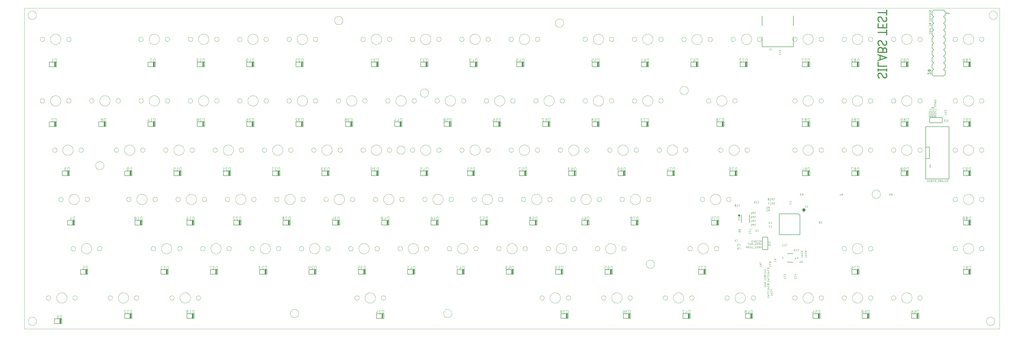
<source format=gbo>
G75*
%MOIN*%
%OFA0B0*%
%FSLAX25Y25*%
%IPPOS*%
%LPD*%
%AMOC8*
5,1,8,0,0,1.08239X$1,22.5*
%
%ADD10C,0.00000*%
%ADD11C,0.00400*%
%ADD12C,0.01800*%
%ADD13C,0.00800*%
%ADD14C,0.00500*%
%ADD15C,0.04000*%
%ADD16C,0.00600*%
%ADD17C,0.01433*%
%ADD18C,0.02362*%
%ADD19C,0.00300*%
D10*
X0001300Y0001300D02*
X0001300Y0488505D01*
X1479646Y0488505D01*
X1479646Y0001300D01*
X0001300Y0001300D01*
X0006812Y0013111D02*
X0006814Y0013269D01*
X0006820Y0013427D01*
X0006830Y0013585D01*
X0006844Y0013743D01*
X0006862Y0013900D01*
X0006883Y0014057D01*
X0006909Y0014213D01*
X0006939Y0014369D01*
X0006972Y0014524D01*
X0007010Y0014677D01*
X0007051Y0014830D01*
X0007096Y0014982D01*
X0007145Y0015133D01*
X0007198Y0015282D01*
X0007254Y0015430D01*
X0007314Y0015576D01*
X0007378Y0015721D01*
X0007446Y0015864D01*
X0007517Y0016006D01*
X0007591Y0016146D01*
X0007669Y0016283D01*
X0007751Y0016419D01*
X0007835Y0016553D01*
X0007924Y0016684D01*
X0008015Y0016813D01*
X0008110Y0016940D01*
X0008207Y0017065D01*
X0008308Y0017187D01*
X0008412Y0017306D01*
X0008519Y0017423D01*
X0008629Y0017537D01*
X0008742Y0017648D01*
X0008857Y0017757D01*
X0008975Y0017862D01*
X0009096Y0017964D01*
X0009219Y0018064D01*
X0009345Y0018160D01*
X0009473Y0018253D01*
X0009603Y0018343D01*
X0009736Y0018429D01*
X0009871Y0018513D01*
X0010007Y0018592D01*
X0010146Y0018669D01*
X0010287Y0018741D01*
X0010429Y0018811D01*
X0010573Y0018876D01*
X0010719Y0018938D01*
X0010866Y0018996D01*
X0011015Y0019051D01*
X0011165Y0019102D01*
X0011316Y0019149D01*
X0011468Y0019192D01*
X0011621Y0019231D01*
X0011776Y0019267D01*
X0011931Y0019298D01*
X0012087Y0019326D01*
X0012243Y0019350D01*
X0012400Y0019370D01*
X0012558Y0019386D01*
X0012715Y0019398D01*
X0012874Y0019406D01*
X0013032Y0019410D01*
X0013190Y0019410D01*
X0013348Y0019406D01*
X0013507Y0019398D01*
X0013664Y0019386D01*
X0013822Y0019370D01*
X0013979Y0019350D01*
X0014135Y0019326D01*
X0014291Y0019298D01*
X0014446Y0019267D01*
X0014601Y0019231D01*
X0014754Y0019192D01*
X0014906Y0019149D01*
X0015057Y0019102D01*
X0015207Y0019051D01*
X0015356Y0018996D01*
X0015503Y0018938D01*
X0015649Y0018876D01*
X0015793Y0018811D01*
X0015935Y0018741D01*
X0016076Y0018669D01*
X0016215Y0018592D01*
X0016351Y0018513D01*
X0016486Y0018429D01*
X0016619Y0018343D01*
X0016749Y0018253D01*
X0016877Y0018160D01*
X0017003Y0018064D01*
X0017126Y0017964D01*
X0017247Y0017862D01*
X0017365Y0017757D01*
X0017480Y0017648D01*
X0017593Y0017537D01*
X0017703Y0017423D01*
X0017810Y0017306D01*
X0017914Y0017187D01*
X0018015Y0017065D01*
X0018112Y0016940D01*
X0018207Y0016813D01*
X0018298Y0016684D01*
X0018387Y0016553D01*
X0018471Y0016419D01*
X0018553Y0016283D01*
X0018631Y0016146D01*
X0018705Y0016006D01*
X0018776Y0015864D01*
X0018844Y0015721D01*
X0018908Y0015576D01*
X0018968Y0015430D01*
X0019024Y0015282D01*
X0019077Y0015133D01*
X0019126Y0014982D01*
X0019171Y0014830D01*
X0019212Y0014677D01*
X0019250Y0014524D01*
X0019283Y0014369D01*
X0019313Y0014213D01*
X0019339Y0014057D01*
X0019360Y0013900D01*
X0019378Y0013743D01*
X0019392Y0013585D01*
X0019402Y0013427D01*
X0019408Y0013269D01*
X0019410Y0013111D01*
X0019408Y0012953D01*
X0019402Y0012795D01*
X0019392Y0012637D01*
X0019378Y0012479D01*
X0019360Y0012322D01*
X0019339Y0012165D01*
X0019313Y0012009D01*
X0019283Y0011853D01*
X0019250Y0011698D01*
X0019212Y0011545D01*
X0019171Y0011392D01*
X0019126Y0011240D01*
X0019077Y0011089D01*
X0019024Y0010940D01*
X0018968Y0010792D01*
X0018908Y0010646D01*
X0018844Y0010501D01*
X0018776Y0010358D01*
X0018705Y0010216D01*
X0018631Y0010076D01*
X0018553Y0009939D01*
X0018471Y0009803D01*
X0018387Y0009669D01*
X0018298Y0009538D01*
X0018207Y0009409D01*
X0018112Y0009282D01*
X0018015Y0009157D01*
X0017914Y0009035D01*
X0017810Y0008916D01*
X0017703Y0008799D01*
X0017593Y0008685D01*
X0017480Y0008574D01*
X0017365Y0008465D01*
X0017247Y0008360D01*
X0017126Y0008258D01*
X0017003Y0008158D01*
X0016877Y0008062D01*
X0016749Y0007969D01*
X0016619Y0007879D01*
X0016486Y0007793D01*
X0016351Y0007709D01*
X0016215Y0007630D01*
X0016076Y0007553D01*
X0015935Y0007481D01*
X0015793Y0007411D01*
X0015649Y0007346D01*
X0015503Y0007284D01*
X0015356Y0007226D01*
X0015207Y0007171D01*
X0015057Y0007120D01*
X0014906Y0007073D01*
X0014754Y0007030D01*
X0014601Y0006991D01*
X0014446Y0006955D01*
X0014291Y0006924D01*
X0014135Y0006896D01*
X0013979Y0006872D01*
X0013822Y0006852D01*
X0013664Y0006836D01*
X0013507Y0006824D01*
X0013348Y0006816D01*
X0013190Y0006812D01*
X0013032Y0006812D01*
X0012874Y0006816D01*
X0012715Y0006824D01*
X0012558Y0006836D01*
X0012400Y0006852D01*
X0012243Y0006872D01*
X0012087Y0006896D01*
X0011931Y0006924D01*
X0011776Y0006955D01*
X0011621Y0006991D01*
X0011468Y0007030D01*
X0011316Y0007073D01*
X0011165Y0007120D01*
X0011015Y0007171D01*
X0010866Y0007226D01*
X0010719Y0007284D01*
X0010573Y0007346D01*
X0010429Y0007411D01*
X0010287Y0007481D01*
X0010146Y0007553D01*
X0010007Y0007630D01*
X0009871Y0007709D01*
X0009736Y0007793D01*
X0009603Y0007879D01*
X0009473Y0007969D01*
X0009345Y0008062D01*
X0009219Y0008158D01*
X0009096Y0008258D01*
X0008975Y0008360D01*
X0008857Y0008465D01*
X0008742Y0008574D01*
X0008629Y0008685D01*
X0008519Y0008799D01*
X0008412Y0008916D01*
X0008308Y0009035D01*
X0008207Y0009157D01*
X0008110Y0009282D01*
X0008015Y0009409D01*
X0007924Y0009538D01*
X0007835Y0009669D01*
X0007751Y0009803D01*
X0007669Y0009939D01*
X0007591Y0010076D01*
X0007517Y0010216D01*
X0007446Y0010358D01*
X0007378Y0010501D01*
X0007314Y0010646D01*
X0007254Y0010792D01*
X0007198Y0010940D01*
X0007145Y0011089D01*
X0007096Y0011240D01*
X0007051Y0011392D01*
X0007010Y0011545D01*
X0006972Y0011698D01*
X0006939Y0011853D01*
X0006909Y0012009D01*
X0006883Y0012165D01*
X0006862Y0012322D01*
X0006844Y0012479D01*
X0006830Y0012637D01*
X0006820Y0012795D01*
X0006814Y0012953D01*
X0006812Y0013111D01*
X0034548Y0048544D02*
X0034550Y0048659D01*
X0034556Y0048775D01*
X0034566Y0048890D01*
X0034580Y0049005D01*
X0034598Y0049119D01*
X0034620Y0049232D01*
X0034645Y0049345D01*
X0034675Y0049456D01*
X0034708Y0049567D01*
X0034745Y0049676D01*
X0034786Y0049784D01*
X0034831Y0049891D01*
X0034879Y0049996D01*
X0034931Y0050099D01*
X0034987Y0050200D01*
X0035046Y0050300D01*
X0035108Y0050397D01*
X0035174Y0050492D01*
X0035242Y0050585D01*
X0035314Y0050675D01*
X0035389Y0050763D01*
X0035468Y0050848D01*
X0035549Y0050930D01*
X0035632Y0051010D01*
X0035719Y0051086D01*
X0035808Y0051160D01*
X0035899Y0051230D01*
X0035993Y0051298D01*
X0036089Y0051362D01*
X0036188Y0051422D01*
X0036288Y0051479D01*
X0036390Y0051533D01*
X0036494Y0051583D01*
X0036600Y0051630D01*
X0036707Y0051673D01*
X0036816Y0051712D01*
X0036926Y0051747D01*
X0037037Y0051778D01*
X0037149Y0051806D01*
X0037262Y0051830D01*
X0037376Y0051850D01*
X0037491Y0051866D01*
X0037606Y0051878D01*
X0037721Y0051886D01*
X0037836Y0051890D01*
X0037952Y0051890D01*
X0038067Y0051886D01*
X0038182Y0051878D01*
X0038297Y0051866D01*
X0038412Y0051850D01*
X0038526Y0051830D01*
X0038639Y0051806D01*
X0038751Y0051778D01*
X0038862Y0051747D01*
X0038972Y0051712D01*
X0039081Y0051673D01*
X0039188Y0051630D01*
X0039294Y0051583D01*
X0039398Y0051533D01*
X0039500Y0051479D01*
X0039600Y0051422D01*
X0039699Y0051362D01*
X0039795Y0051298D01*
X0039889Y0051230D01*
X0039980Y0051160D01*
X0040069Y0051086D01*
X0040156Y0051010D01*
X0040239Y0050930D01*
X0040320Y0050848D01*
X0040399Y0050763D01*
X0040474Y0050675D01*
X0040546Y0050585D01*
X0040614Y0050492D01*
X0040680Y0050397D01*
X0040742Y0050300D01*
X0040801Y0050200D01*
X0040857Y0050099D01*
X0040909Y0049996D01*
X0040957Y0049891D01*
X0041002Y0049784D01*
X0041043Y0049676D01*
X0041080Y0049567D01*
X0041113Y0049456D01*
X0041143Y0049345D01*
X0041168Y0049232D01*
X0041190Y0049119D01*
X0041208Y0049005D01*
X0041222Y0048890D01*
X0041232Y0048775D01*
X0041238Y0048659D01*
X0041240Y0048544D01*
X0041238Y0048429D01*
X0041232Y0048313D01*
X0041222Y0048198D01*
X0041208Y0048083D01*
X0041190Y0047969D01*
X0041168Y0047856D01*
X0041143Y0047743D01*
X0041113Y0047632D01*
X0041080Y0047521D01*
X0041043Y0047412D01*
X0041002Y0047304D01*
X0040957Y0047197D01*
X0040909Y0047092D01*
X0040857Y0046989D01*
X0040801Y0046888D01*
X0040742Y0046788D01*
X0040680Y0046691D01*
X0040614Y0046596D01*
X0040546Y0046503D01*
X0040474Y0046413D01*
X0040399Y0046325D01*
X0040320Y0046240D01*
X0040239Y0046158D01*
X0040156Y0046078D01*
X0040069Y0046002D01*
X0039980Y0045928D01*
X0039889Y0045858D01*
X0039795Y0045790D01*
X0039699Y0045726D01*
X0039600Y0045666D01*
X0039500Y0045609D01*
X0039398Y0045555D01*
X0039294Y0045505D01*
X0039188Y0045458D01*
X0039081Y0045415D01*
X0038972Y0045376D01*
X0038862Y0045341D01*
X0038751Y0045310D01*
X0038639Y0045282D01*
X0038526Y0045258D01*
X0038412Y0045238D01*
X0038297Y0045222D01*
X0038182Y0045210D01*
X0038067Y0045202D01*
X0037952Y0045198D01*
X0037836Y0045198D01*
X0037721Y0045202D01*
X0037606Y0045210D01*
X0037491Y0045222D01*
X0037376Y0045238D01*
X0037262Y0045258D01*
X0037149Y0045282D01*
X0037037Y0045310D01*
X0036926Y0045341D01*
X0036816Y0045376D01*
X0036707Y0045415D01*
X0036600Y0045458D01*
X0036494Y0045505D01*
X0036390Y0045555D01*
X0036288Y0045609D01*
X0036188Y0045666D01*
X0036089Y0045726D01*
X0035993Y0045790D01*
X0035899Y0045858D01*
X0035808Y0045928D01*
X0035719Y0046002D01*
X0035632Y0046078D01*
X0035549Y0046158D01*
X0035468Y0046240D01*
X0035389Y0046325D01*
X0035314Y0046413D01*
X0035242Y0046503D01*
X0035174Y0046596D01*
X0035108Y0046691D01*
X0035046Y0046788D01*
X0034987Y0046888D01*
X0034931Y0046989D01*
X0034879Y0047092D01*
X0034831Y0047197D01*
X0034786Y0047304D01*
X0034745Y0047412D01*
X0034708Y0047521D01*
X0034675Y0047632D01*
X0034645Y0047743D01*
X0034620Y0047856D01*
X0034598Y0047969D01*
X0034580Y0048083D01*
X0034566Y0048198D01*
X0034556Y0048313D01*
X0034550Y0048429D01*
X0034548Y0048544D01*
X0050020Y0048544D02*
X0050022Y0048737D01*
X0050029Y0048930D01*
X0050041Y0049123D01*
X0050058Y0049316D01*
X0050079Y0049508D01*
X0050105Y0049699D01*
X0050136Y0049890D01*
X0050171Y0050080D01*
X0050211Y0050269D01*
X0050256Y0050457D01*
X0050305Y0050644D01*
X0050359Y0050830D01*
X0050417Y0051014D01*
X0050480Y0051197D01*
X0050548Y0051378D01*
X0050619Y0051557D01*
X0050696Y0051735D01*
X0050776Y0051911D01*
X0050861Y0052084D01*
X0050950Y0052256D01*
X0051043Y0052425D01*
X0051140Y0052592D01*
X0051242Y0052757D01*
X0051347Y0052919D01*
X0051456Y0053078D01*
X0051570Y0053235D01*
X0051687Y0053388D01*
X0051807Y0053539D01*
X0051932Y0053687D01*
X0052060Y0053832D01*
X0052191Y0053973D01*
X0052326Y0054112D01*
X0052465Y0054247D01*
X0052606Y0054378D01*
X0052751Y0054506D01*
X0052899Y0054631D01*
X0053050Y0054751D01*
X0053203Y0054868D01*
X0053360Y0054982D01*
X0053519Y0055091D01*
X0053681Y0055196D01*
X0053846Y0055298D01*
X0054013Y0055395D01*
X0054182Y0055488D01*
X0054354Y0055577D01*
X0054527Y0055662D01*
X0054703Y0055742D01*
X0054881Y0055819D01*
X0055060Y0055890D01*
X0055241Y0055958D01*
X0055424Y0056021D01*
X0055608Y0056079D01*
X0055794Y0056133D01*
X0055981Y0056182D01*
X0056169Y0056227D01*
X0056358Y0056267D01*
X0056548Y0056302D01*
X0056739Y0056333D01*
X0056930Y0056359D01*
X0057122Y0056380D01*
X0057315Y0056397D01*
X0057508Y0056409D01*
X0057701Y0056416D01*
X0057894Y0056418D01*
X0058087Y0056416D01*
X0058280Y0056409D01*
X0058473Y0056397D01*
X0058666Y0056380D01*
X0058858Y0056359D01*
X0059049Y0056333D01*
X0059240Y0056302D01*
X0059430Y0056267D01*
X0059619Y0056227D01*
X0059807Y0056182D01*
X0059994Y0056133D01*
X0060180Y0056079D01*
X0060364Y0056021D01*
X0060547Y0055958D01*
X0060728Y0055890D01*
X0060907Y0055819D01*
X0061085Y0055742D01*
X0061261Y0055662D01*
X0061434Y0055577D01*
X0061606Y0055488D01*
X0061775Y0055395D01*
X0061942Y0055298D01*
X0062107Y0055196D01*
X0062269Y0055091D01*
X0062428Y0054982D01*
X0062585Y0054868D01*
X0062738Y0054751D01*
X0062889Y0054631D01*
X0063037Y0054506D01*
X0063182Y0054378D01*
X0063323Y0054247D01*
X0063462Y0054112D01*
X0063597Y0053973D01*
X0063728Y0053832D01*
X0063856Y0053687D01*
X0063981Y0053539D01*
X0064101Y0053388D01*
X0064218Y0053235D01*
X0064332Y0053078D01*
X0064441Y0052919D01*
X0064546Y0052757D01*
X0064648Y0052592D01*
X0064745Y0052425D01*
X0064838Y0052256D01*
X0064927Y0052084D01*
X0065012Y0051911D01*
X0065092Y0051735D01*
X0065169Y0051557D01*
X0065240Y0051378D01*
X0065308Y0051197D01*
X0065371Y0051014D01*
X0065429Y0050830D01*
X0065483Y0050644D01*
X0065532Y0050457D01*
X0065577Y0050269D01*
X0065617Y0050080D01*
X0065652Y0049890D01*
X0065683Y0049699D01*
X0065709Y0049508D01*
X0065730Y0049316D01*
X0065747Y0049123D01*
X0065759Y0048930D01*
X0065766Y0048737D01*
X0065768Y0048544D01*
X0065766Y0048351D01*
X0065759Y0048158D01*
X0065747Y0047965D01*
X0065730Y0047772D01*
X0065709Y0047580D01*
X0065683Y0047389D01*
X0065652Y0047198D01*
X0065617Y0047008D01*
X0065577Y0046819D01*
X0065532Y0046631D01*
X0065483Y0046444D01*
X0065429Y0046258D01*
X0065371Y0046074D01*
X0065308Y0045891D01*
X0065240Y0045710D01*
X0065169Y0045531D01*
X0065092Y0045353D01*
X0065012Y0045177D01*
X0064927Y0045004D01*
X0064838Y0044832D01*
X0064745Y0044663D01*
X0064648Y0044496D01*
X0064546Y0044331D01*
X0064441Y0044169D01*
X0064332Y0044010D01*
X0064218Y0043853D01*
X0064101Y0043700D01*
X0063981Y0043549D01*
X0063856Y0043401D01*
X0063728Y0043256D01*
X0063597Y0043115D01*
X0063462Y0042976D01*
X0063323Y0042841D01*
X0063182Y0042710D01*
X0063037Y0042582D01*
X0062889Y0042457D01*
X0062738Y0042337D01*
X0062585Y0042220D01*
X0062428Y0042106D01*
X0062269Y0041997D01*
X0062107Y0041892D01*
X0061942Y0041790D01*
X0061775Y0041693D01*
X0061606Y0041600D01*
X0061434Y0041511D01*
X0061261Y0041426D01*
X0061085Y0041346D01*
X0060907Y0041269D01*
X0060728Y0041198D01*
X0060547Y0041130D01*
X0060364Y0041067D01*
X0060180Y0041009D01*
X0059994Y0040955D01*
X0059807Y0040906D01*
X0059619Y0040861D01*
X0059430Y0040821D01*
X0059240Y0040786D01*
X0059049Y0040755D01*
X0058858Y0040729D01*
X0058666Y0040708D01*
X0058473Y0040691D01*
X0058280Y0040679D01*
X0058087Y0040672D01*
X0057894Y0040670D01*
X0057701Y0040672D01*
X0057508Y0040679D01*
X0057315Y0040691D01*
X0057122Y0040708D01*
X0056930Y0040729D01*
X0056739Y0040755D01*
X0056548Y0040786D01*
X0056358Y0040821D01*
X0056169Y0040861D01*
X0055981Y0040906D01*
X0055794Y0040955D01*
X0055608Y0041009D01*
X0055424Y0041067D01*
X0055241Y0041130D01*
X0055060Y0041198D01*
X0054881Y0041269D01*
X0054703Y0041346D01*
X0054527Y0041426D01*
X0054354Y0041511D01*
X0054182Y0041600D01*
X0054013Y0041693D01*
X0053846Y0041790D01*
X0053681Y0041892D01*
X0053519Y0041997D01*
X0053360Y0042106D01*
X0053203Y0042220D01*
X0053050Y0042337D01*
X0052899Y0042457D01*
X0052751Y0042582D01*
X0052606Y0042710D01*
X0052465Y0042841D01*
X0052326Y0042976D01*
X0052191Y0043115D01*
X0052060Y0043256D01*
X0051932Y0043401D01*
X0051807Y0043549D01*
X0051687Y0043700D01*
X0051570Y0043853D01*
X0051456Y0044010D01*
X0051347Y0044169D01*
X0051242Y0044331D01*
X0051140Y0044496D01*
X0051043Y0044663D01*
X0050950Y0044832D01*
X0050861Y0045004D01*
X0050776Y0045177D01*
X0050696Y0045353D01*
X0050619Y0045531D01*
X0050548Y0045710D01*
X0050480Y0045891D01*
X0050417Y0046074D01*
X0050359Y0046258D01*
X0050305Y0046444D01*
X0050256Y0046631D01*
X0050211Y0046819D01*
X0050171Y0047008D01*
X0050136Y0047198D01*
X0050105Y0047389D01*
X0050079Y0047580D01*
X0050058Y0047772D01*
X0050041Y0047965D01*
X0050029Y0048158D01*
X0050022Y0048351D01*
X0050020Y0048544D01*
X0074548Y0048544D02*
X0074550Y0048659D01*
X0074556Y0048775D01*
X0074566Y0048890D01*
X0074580Y0049005D01*
X0074598Y0049119D01*
X0074620Y0049232D01*
X0074645Y0049345D01*
X0074675Y0049456D01*
X0074708Y0049567D01*
X0074745Y0049676D01*
X0074786Y0049784D01*
X0074831Y0049891D01*
X0074879Y0049996D01*
X0074931Y0050099D01*
X0074987Y0050200D01*
X0075046Y0050300D01*
X0075108Y0050397D01*
X0075174Y0050492D01*
X0075242Y0050585D01*
X0075314Y0050675D01*
X0075389Y0050763D01*
X0075468Y0050848D01*
X0075549Y0050930D01*
X0075632Y0051010D01*
X0075719Y0051086D01*
X0075808Y0051160D01*
X0075899Y0051230D01*
X0075993Y0051298D01*
X0076089Y0051362D01*
X0076188Y0051422D01*
X0076288Y0051479D01*
X0076390Y0051533D01*
X0076494Y0051583D01*
X0076600Y0051630D01*
X0076707Y0051673D01*
X0076816Y0051712D01*
X0076926Y0051747D01*
X0077037Y0051778D01*
X0077149Y0051806D01*
X0077262Y0051830D01*
X0077376Y0051850D01*
X0077491Y0051866D01*
X0077606Y0051878D01*
X0077721Y0051886D01*
X0077836Y0051890D01*
X0077952Y0051890D01*
X0078067Y0051886D01*
X0078182Y0051878D01*
X0078297Y0051866D01*
X0078412Y0051850D01*
X0078526Y0051830D01*
X0078639Y0051806D01*
X0078751Y0051778D01*
X0078862Y0051747D01*
X0078972Y0051712D01*
X0079081Y0051673D01*
X0079188Y0051630D01*
X0079294Y0051583D01*
X0079398Y0051533D01*
X0079500Y0051479D01*
X0079600Y0051422D01*
X0079699Y0051362D01*
X0079795Y0051298D01*
X0079889Y0051230D01*
X0079980Y0051160D01*
X0080069Y0051086D01*
X0080156Y0051010D01*
X0080239Y0050930D01*
X0080320Y0050848D01*
X0080399Y0050763D01*
X0080474Y0050675D01*
X0080546Y0050585D01*
X0080614Y0050492D01*
X0080680Y0050397D01*
X0080742Y0050300D01*
X0080801Y0050200D01*
X0080857Y0050099D01*
X0080909Y0049996D01*
X0080957Y0049891D01*
X0081002Y0049784D01*
X0081043Y0049676D01*
X0081080Y0049567D01*
X0081113Y0049456D01*
X0081143Y0049345D01*
X0081168Y0049232D01*
X0081190Y0049119D01*
X0081208Y0049005D01*
X0081222Y0048890D01*
X0081232Y0048775D01*
X0081238Y0048659D01*
X0081240Y0048544D01*
X0081238Y0048429D01*
X0081232Y0048313D01*
X0081222Y0048198D01*
X0081208Y0048083D01*
X0081190Y0047969D01*
X0081168Y0047856D01*
X0081143Y0047743D01*
X0081113Y0047632D01*
X0081080Y0047521D01*
X0081043Y0047412D01*
X0081002Y0047304D01*
X0080957Y0047197D01*
X0080909Y0047092D01*
X0080857Y0046989D01*
X0080801Y0046888D01*
X0080742Y0046788D01*
X0080680Y0046691D01*
X0080614Y0046596D01*
X0080546Y0046503D01*
X0080474Y0046413D01*
X0080399Y0046325D01*
X0080320Y0046240D01*
X0080239Y0046158D01*
X0080156Y0046078D01*
X0080069Y0046002D01*
X0079980Y0045928D01*
X0079889Y0045858D01*
X0079795Y0045790D01*
X0079699Y0045726D01*
X0079600Y0045666D01*
X0079500Y0045609D01*
X0079398Y0045555D01*
X0079294Y0045505D01*
X0079188Y0045458D01*
X0079081Y0045415D01*
X0078972Y0045376D01*
X0078862Y0045341D01*
X0078751Y0045310D01*
X0078639Y0045282D01*
X0078526Y0045258D01*
X0078412Y0045238D01*
X0078297Y0045222D01*
X0078182Y0045210D01*
X0078067Y0045202D01*
X0077952Y0045198D01*
X0077836Y0045198D01*
X0077721Y0045202D01*
X0077606Y0045210D01*
X0077491Y0045222D01*
X0077376Y0045238D01*
X0077262Y0045258D01*
X0077149Y0045282D01*
X0077037Y0045310D01*
X0076926Y0045341D01*
X0076816Y0045376D01*
X0076707Y0045415D01*
X0076600Y0045458D01*
X0076494Y0045505D01*
X0076390Y0045555D01*
X0076288Y0045609D01*
X0076188Y0045666D01*
X0076089Y0045726D01*
X0075993Y0045790D01*
X0075899Y0045858D01*
X0075808Y0045928D01*
X0075719Y0046002D01*
X0075632Y0046078D01*
X0075549Y0046158D01*
X0075468Y0046240D01*
X0075389Y0046325D01*
X0075314Y0046413D01*
X0075242Y0046503D01*
X0075174Y0046596D01*
X0075108Y0046691D01*
X0075046Y0046788D01*
X0074987Y0046888D01*
X0074931Y0046989D01*
X0074879Y0047092D01*
X0074831Y0047197D01*
X0074786Y0047304D01*
X0074745Y0047412D01*
X0074708Y0047521D01*
X0074675Y0047632D01*
X0074645Y0047743D01*
X0074620Y0047856D01*
X0074598Y0047969D01*
X0074580Y0048083D01*
X0074566Y0048198D01*
X0074556Y0048313D01*
X0074550Y0048429D01*
X0074548Y0048544D01*
X0128052Y0048544D02*
X0128054Y0048659D01*
X0128060Y0048775D01*
X0128070Y0048890D01*
X0128084Y0049005D01*
X0128102Y0049119D01*
X0128124Y0049232D01*
X0128149Y0049345D01*
X0128179Y0049456D01*
X0128212Y0049567D01*
X0128249Y0049676D01*
X0128290Y0049784D01*
X0128335Y0049891D01*
X0128383Y0049996D01*
X0128435Y0050099D01*
X0128491Y0050200D01*
X0128550Y0050300D01*
X0128612Y0050397D01*
X0128678Y0050492D01*
X0128746Y0050585D01*
X0128818Y0050675D01*
X0128893Y0050763D01*
X0128972Y0050848D01*
X0129053Y0050930D01*
X0129136Y0051010D01*
X0129223Y0051086D01*
X0129312Y0051160D01*
X0129403Y0051230D01*
X0129497Y0051298D01*
X0129593Y0051362D01*
X0129692Y0051422D01*
X0129792Y0051479D01*
X0129894Y0051533D01*
X0129998Y0051583D01*
X0130104Y0051630D01*
X0130211Y0051673D01*
X0130320Y0051712D01*
X0130430Y0051747D01*
X0130541Y0051778D01*
X0130653Y0051806D01*
X0130766Y0051830D01*
X0130880Y0051850D01*
X0130995Y0051866D01*
X0131110Y0051878D01*
X0131225Y0051886D01*
X0131340Y0051890D01*
X0131456Y0051890D01*
X0131571Y0051886D01*
X0131686Y0051878D01*
X0131801Y0051866D01*
X0131916Y0051850D01*
X0132030Y0051830D01*
X0132143Y0051806D01*
X0132255Y0051778D01*
X0132366Y0051747D01*
X0132476Y0051712D01*
X0132585Y0051673D01*
X0132692Y0051630D01*
X0132798Y0051583D01*
X0132902Y0051533D01*
X0133004Y0051479D01*
X0133104Y0051422D01*
X0133203Y0051362D01*
X0133299Y0051298D01*
X0133393Y0051230D01*
X0133484Y0051160D01*
X0133573Y0051086D01*
X0133660Y0051010D01*
X0133743Y0050930D01*
X0133824Y0050848D01*
X0133903Y0050763D01*
X0133978Y0050675D01*
X0134050Y0050585D01*
X0134118Y0050492D01*
X0134184Y0050397D01*
X0134246Y0050300D01*
X0134305Y0050200D01*
X0134361Y0050099D01*
X0134413Y0049996D01*
X0134461Y0049891D01*
X0134506Y0049784D01*
X0134547Y0049676D01*
X0134584Y0049567D01*
X0134617Y0049456D01*
X0134647Y0049345D01*
X0134672Y0049232D01*
X0134694Y0049119D01*
X0134712Y0049005D01*
X0134726Y0048890D01*
X0134736Y0048775D01*
X0134742Y0048659D01*
X0134744Y0048544D01*
X0134742Y0048429D01*
X0134736Y0048313D01*
X0134726Y0048198D01*
X0134712Y0048083D01*
X0134694Y0047969D01*
X0134672Y0047856D01*
X0134647Y0047743D01*
X0134617Y0047632D01*
X0134584Y0047521D01*
X0134547Y0047412D01*
X0134506Y0047304D01*
X0134461Y0047197D01*
X0134413Y0047092D01*
X0134361Y0046989D01*
X0134305Y0046888D01*
X0134246Y0046788D01*
X0134184Y0046691D01*
X0134118Y0046596D01*
X0134050Y0046503D01*
X0133978Y0046413D01*
X0133903Y0046325D01*
X0133824Y0046240D01*
X0133743Y0046158D01*
X0133660Y0046078D01*
X0133573Y0046002D01*
X0133484Y0045928D01*
X0133393Y0045858D01*
X0133299Y0045790D01*
X0133203Y0045726D01*
X0133104Y0045666D01*
X0133004Y0045609D01*
X0132902Y0045555D01*
X0132798Y0045505D01*
X0132692Y0045458D01*
X0132585Y0045415D01*
X0132476Y0045376D01*
X0132366Y0045341D01*
X0132255Y0045310D01*
X0132143Y0045282D01*
X0132030Y0045258D01*
X0131916Y0045238D01*
X0131801Y0045222D01*
X0131686Y0045210D01*
X0131571Y0045202D01*
X0131456Y0045198D01*
X0131340Y0045198D01*
X0131225Y0045202D01*
X0131110Y0045210D01*
X0130995Y0045222D01*
X0130880Y0045238D01*
X0130766Y0045258D01*
X0130653Y0045282D01*
X0130541Y0045310D01*
X0130430Y0045341D01*
X0130320Y0045376D01*
X0130211Y0045415D01*
X0130104Y0045458D01*
X0129998Y0045505D01*
X0129894Y0045555D01*
X0129792Y0045609D01*
X0129692Y0045666D01*
X0129593Y0045726D01*
X0129497Y0045790D01*
X0129403Y0045858D01*
X0129312Y0045928D01*
X0129223Y0046002D01*
X0129136Y0046078D01*
X0129053Y0046158D01*
X0128972Y0046240D01*
X0128893Y0046325D01*
X0128818Y0046413D01*
X0128746Y0046503D01*
X0128678Y0046596D01*
X0128612Y0046691D01*
X0128550Y0046788D01*
X0128491Y0046888D01*
X0128435Y0046989D01*
X0128383Y0047092D01*
X0128335Y0047197D01*
X0128290Y0047304D01*
X0128249Y0047412D01*
X0128212Y0047521D01*
X0128179Y0047632D01*
X0128149Y0047743D01*
X0128124Y0047856D01*
X0128102Y0047969D01*
X0128084Y0048083D01*
X0128070Y0048198D01*
X0128060Y0048313D01*
X0128054Y0048429D01*
X0128052Y0048544D01*
X0143524Y0048544D02*
X0143526Y0048737D01*
X0143533Y0048930D01*
X0143545Y0049123D01*
X0143562Y0049316D01*
X0143583Y0049508D01*
X0143609Y0049699D01*
X0143640Y0049890D01*
X0143675Y0050080D01*
X0143715Y0050269D01*
X0143760Y0050457D01*
X0143809Y0050644D01*
X0143863Y0050830D01*
X0143921Y0051014D01*
X0143984Y0051197D01*
X0144052Y0051378D01*
X0144123Y0051557D01*
X0144200Y0051735D01*
X0144280Y0051911D01*
X0144365Y0052084D01*
X0144454Y0052256D01*
X0144547Y0052425D01*
X0144644Y0052592D01*
X0144746Y0052757D01*
X0144851Y0052919D01*
X0144960Y0053078D01*
X0145074Y0053235D01*
X0145191Y0053388D01*
X0145311Y0053539D01*
X0145436Y0053687D01*
X0145564Y0053832D01*
X0145695Y0053973D01*
X0145830Y0054112D01*
X0145969Y0054247D01*
X0146110Y0054378D01*
X0146255Y0054506D01*
X0146403Y0054631D01*
X0146554Y0054751D01*
X0146707Y0054868D01*
X0146864Y0054982D01*
X0147023Y0055091D01*
X0147185Y0055196D01*
X0147350Y0055298D01*
X0147517Y0055395D01*
X0147686Y0055488D01*
X0147858Y0055577D01*
X0148031Y0055662D01*
X0148207Y0055742D01*
X0148385Y0055819D01*
X0148564Y0055890D01*
X0148745Y0055958D01*
X0148928Y0056021D01*
X0149112Y0056079D01*
X0149298Y0056133D01*
X0149485Y0056182D01*
X0149673Y0056227D01*
X0149862Y0056267D01*
X0150052Y0056302D01*
X0150243Y0056333D01*
X0150434Y0056359D01*
X0150626Y0056380D01*
X0150819Y0056397D01*
X0151012Y0056409D01*
X0151205Y0056416D01*
X0151398Y0056418D01*
X0151591Y0056416D01*
X0151784Y0056409D01*
X0151977Y0056397D01*
X0152170Y0056380D01*
X0152362Y0056359D01*
X0152553Y0056333D01*
X0152744Y0056302D01*
X0152934Y0056267D01*
X0153123Y0056227D01*
X0153311Y0056182D01*
X0153498Y0056133D01*
X0153684Y0056079D01*
X0153868Y0056021D01*
X0154051Y0055958D01*
X0154232Y0055890D01*
X0154411Y0055819D01*
X0154589Y0055742D01*
X0154765Y0055662D01*
X0154938Y0055577D01*
X0155110Y0055488D01*
X0155279Y0055395D01*
X0155446Y0055298D01*
X0155611Y0055196D01*
X0155773Y0055091D01*
X0155932Y0054982D01*
X0156089Y0054868D01*
X0156242Y0054751D01*
X0156393Y0054631D01*
X0156541Y0054506D01*
X0156686Y0054378D01*
X0156827Y0054247D01*
X0156966Y0054112D01*
X0157101Y0053973D01*
X0157232Y0053832D01*
X0157360Y0053687D01*
X0157485Y0053539D01*
X0157605Y0053388D01*
X0157722Y0053235D01*
X0157836Y0053078D01*
X0157945Y0052919D01*
X0158050Y0052757D01*
X0158152Y0052592D01*
X0158249Y0052425D01*
X0158342Y0052256D01*
X0158431Y0052084D01*
X0158516Y0051911D01*
X0158596Y0051735D01*
X0158673Y0051557D01*
X0158744Y0051378D01*
X0158812Y0051197D01*
X0158875Y0051014D01*
X0158933Y0050830D01*
X0158987Y0050644D01*
X0159036Y0050457D01*
X0159081Y0050269D01*
X0159121Y0050080D01*
X0159156Y0049890D01*
X0159187Y0049699D01*
X0159213Y0049508D01*
X0159234Y0049316D01*
X0159251Y0049123D01*
X0159263Y0048930D01*
X0159270Y0048737D01*
X0159272Y0048544D01*
X0159270Y0048351D01*
X0159263Y0048158D01*
X0159251Y0047965D01*
X0159234Y0047772D01*
X0159213Y0047580D01*
X0159187Y0047389D01*
X0159156Y0047198D01*
X0159121Y0047008D01*
X0159081Y0046819D01*
X0159036Y0046631D01*
X0158987Y0046444D01*
X0158933Y0046258D01*
X0158875Y0046074D01*
X0158812Y0045891D01*
X0158744Y0045710D01*
X0158673Y0045531D01*
X0158596Y0045353D01*
X0158516Y0045177D01*
X0158431Y0045004D01*
X0158342Y0044832D01*
X0158249Y0044663D01*
X0158152Y0044496D01*
X0158050Y0044331D01*
X0157945Y0044169D01*
X0157836Y0044010D01*
X0157722Y0043853D01*
X0157605Y0043700D01*
X0157485Y0043549D01*
X0157360Y0043401D01*
X0157232Y0043256D01*
X0157101Y0043115D01*
X0156966Y0042976D01*
X0156827Y0042841D01*
X0156686Y0042710D01*
X0156541Y0042582D01*
X0156393Y0042457D01*
X0156242Y0042337D01*
X0156089Y0042220D01*
X0155932Y0042106D01*
X0155773Y0041997D01*
X0155611Y0041892D01*
X0155446Y0041790D01*
X0155279Y0041693D01*
X0155110Y0041600D01*
X0154938Y0041511D01*
X0154765Y0041426D01*
X0154589Y0041346D01*
X0154411Y0041269D01*
X0154232Y0041198D01*
X0154051Y0041130D01*
X0153868Y0041067D01*
X0153684Y0041009D01*
X0153498Y0040955D01*
X0153311Y0040906D01*
X0153123Y0040861D01*
X0152934Y0040821D01*
X0152744Y0040786D01*
X0152553Y0040755D01*
X0152362Y0040729D01*
X0152170Y0040708D01*
X0151977Y0040691D01*
X0151784Y0040679D01*
X0151591Y0040672D01*
X0151398Y0040670D01*
X0151205Y0040672D01*
X0151012Y0040679D01*
X0150819Y0040691D01*
X0150626Y0040708D01*
X0150434Y0040729D01*
X0150243Y0040755D01*
X0150052Y0040786D01*
X0149862Y0040821D01*
X0149673Y0040861D01*
X0149485Y0040906D01*
X0149298Y0040955D01*
X0149112Y0041009D01*
X0148928Y0041067D01*
X0148745Y0041130D01*
X0148564Y0041198D01*
X0148385Y0041269D01*
X0148207Y0041346D01*
X0148031Y0041426D01*
X0147858Y0041511D01*
X0147686Y0041600D01*
X0147517Y0041693D01*
X0147350Y0041790D01*
X0147185Y0041892D01*
X0147023Y0041997D01*
X0146864Y0042106D01*
X0146707Y0042220D01*
X0146554Y0042337D01*
X0146403Y0042457D01*
X0146255Y0042582D01*
X0146110Y0042710D01*
X0145969Y0042841D01*
X0145830Y0042976D01*
X0145695Y0043115D01*
X0145564Y0043256D01*
X0145436Y0043401D01*
X0145311Y0043549D01*
X0145191Y0043700D01*
X0145074Y0043853D01*
X0144960Y0044010D01*
X0144851Y0044169D01*
X0144746Y0044331D01*
X0144644Y0044496D01*
X0144547Y0044663D01*
X0144454Y0044832D01*
X0144365Y0045004D01*
X0144280Y0045177D01*
X0144200Y0045353D01*
X0144123Y0045531D01*
X0144052Y0045710D01*
X0143984Y0045891D01*
X0143921Y0046074D01*
X0143863Y0046258D01*
X0143809Y0046444D01*
X0143760Y0046631D01*
X0143715Y0046819D01*
X0143675Y0047008D01*
X0143640Y0047198D01*
X0143609Y0047389D01*
X0143583Y0047580D01*
X0143562Y0047772D01*
X0143545Y0047965D01*
X0143533Y0048158D01*
X0143526Y0048351D01*
X0143524Y0048544D01*
X0168052Y0048544D02*
X0168054Y0048659D01*
X0168060Y0048775D01*
X0168070Y0048890D01*
X0168084Y0049005D01*
X0168102Y0049119D01*
X0168124Y0049232D01*
X0168149Y0049345D01*
X0168179Y0049456D01*
X0168212Y0049567D01*
X0168249Y0049676D01*
X0168290Y0049784D01*
X0168335Y0049891D01*
X0168383Y0049996D01*
X0168435Y0050099D01*
X0168491Y0050200D01*
X0168550Y0050300D01*
X0168612Y0050397D01*
X0168678Y0050492D01*
X0168746Y0050585D01*
X0168818Y0050675D01*
X0168893Y0050763D01*
X0168972Y0050848D01*
X0169053Y0050930D01*
X0169136Y0051010D01*
X0169223Y0051086D01*
X0169312Y0051160D01*
X0169403Y0051230D01*
X0169497Y0051298D01*
X0169593Y0051362D01*
X0169692Y0051422D01*
X0169792Y0051479D01*
X0169894Y0051533D01*
X0169998Y0051583D01*
X0170104Y0051630D01*
X0170211Y0051673D01*
X0170320Y0051712D01*
X0170430Y0051747D01*
X0170541Y0051778D01*
X0170653Y0051806D01*
X0170766Y0051830D01*
X0170880Y0051850D01*
X0170995Y0051866D01*
X0171110Y0051878D01*
X0171225Y0051886D01*
X0171340Y0051890D01*
X0171456Y0051890D01*
X0171571Y0051886D01*
X0171686Y0051878D01*
X0171801Y0051866D01*
X0171916Y0051850D01*
X0172030Y0051830D01*
X0172143Y0051806D01*
X0172255Y0051778D01*
X0172366Y0051747D01*
X0172476Y0051712D01*
X0172585Y0051673D01*
X0172692Y0051630D01*
X0172798Y0051583D01*
X0172902Y0051533D01*
X0173004Y0051479D01*
X0173104Y0051422D01*
X0173203Y0051362D01*
X0173299Y0051298D01*
X0173393Y0051230D01*
X0173484Y0051160D01*
X0173573Y0051086D01*
X0173660Y0051010D01*
X0173743Y0050930D01*
X0173824Y0050848D01*
X0173903Y0050763D01*
X0173978Y0050675D01*
X0174050Y0050585D01*
X0174118Y0050492D01*
X0174184Y0050397D01*
X0174246Y0050300D01*
X0174305Y0050200D01*
X0174361Y0050099D01*
X0174413Y0049996D01*
X0174461Y0049891D01*
X0174506Y0049784D01*
X0174547Y0049676D01*
X0174584Y0049567D01*
X0174617Y0049456D01*
X0174647Y0049345D01*
X0174672Y0049232D01*
X0174694Y0049119D01*
X0174712Y0049005D01*
X0174726Y0048890D01*
X0174736Y0048775D01*
X0174742Y0048659D01*
X0174744Y0048544D01*
X0174742Y0048429D01*
X0174736Y0048313D01*
X0174726Y0048198D01*
X0174712Y0048083D01*
X0174694Y0047969D01*
X0174672Y0047856D01*
X0174647Y0047743D01*
X0174617Y0047632D01*
X0174584Y0047521D01*
X0174547Y0047412D01*
X0174506Y0047304D01*
X0174461Y0047197D01*
X0174413Y0047092D01*
X0174361Y0046989D01*
X0174305Y0046888D01*
X0174246Y0046788D01*
X0174184Y0046691D01*
X0174118Y0046596D01*
X0174050Y0046503D01*
X0173978Y0046413D01*
X0173903Y0046325D01*
X0173824Y0046240D01*
X0173743Y0046158D01*
X0173660Y0046078D01*
X0173573Y0046002D01*
X0173484Y0045928D01*
X0173393Y0045858D01*
X0173299Y0045790D01*
X0173203Y0045726D01*
X0173104Y0045666D01*
X0173004Y0045609D01*
X0172902Y0045555D01*
X0172798Y0045505D01*
X0172692Y0045458D01*
X0172585Y0045415D01*
X0172476Y0045376D01*
X0172366Y0045341D01*
X0172255Y0045310D01*
X0172143Y0045282D01*
X0172030Y0045258D01*
X0171916Y0045238D01*
X0171801Y0045222D01*
X0171686Y0045210D01*
X0171571Y0045202D01*
X0171456Y0045198D01*
X0171340Y0045198D01*
X0171225Y0045202D01*
X0171110Y0045210D01*
X0170995Y0045222D01*
X0170880Y0045238D01*
X0170766Y0045258D01*
X0170653Y0045282D01*
X0170541Y0045310D01*
X0170430Y0045341D01*
X0170320Y0045376D01*
X0170211Y0045415D01*
X0170104Y0045458D01*
X0169998Y0045505D01*
X0169894Y0045555D01*
X0169792Y0045609D01*
X0169692Y0045666D01*
X0169593Y0045726D01*
X0169497Y0045790D01*
X0169403Y0045858D01*
X0169312Y0045928D01*
X0169223Y0046002D01*
X0169136Y0046078D01*
X0169053Y0046158D01*
X0168972Y0046240D01*
X0168893Y0046325D01*
X0168818Y0046413D01*
X0168746Y0046503D01*
X0168678Y0046596D01*
X0168612Y0046691D01*
X0168550Y0046788D01*
X0168491Y0046888D01*
X0168435Y0046989D01*
X0168383Y0047092D01*
X0168335Y0047197D01*
X0168290Y0047304D01*
X0168249Y0047412D01*
X0168212Y0047521D01*
X0168179Y0047632D01*
X0168149Y0047743D01*
X0168124Y0047856D01*
X0168102Y0047969D01*
X0168084Y0048083D01*
X0168070Y0048198D01*
X0168060Y0048313D01*
X0168054Y0048429D01*
X0168052Y0048544D01*
X0221556Y0048544D02*
X0221558Y0048659D01*
X0221564Y0048775D01*
X0221574Y0048890D01*
X0221588Y0049005D01*
X0221606Y0049119D01*
X0221628Y0049232D01*
X0221653Y0049345D01*
X0221683Y0049456D01*
X0221716Y0049567D01*
X0221753Y0049676D01*
X0221794Y0049784D01*
X0221839Y0049891D01*
X0221887Y0049996D01*
X0221939Y0050099D01*
X0221995Y0050200D01*
X0222054Y0050300D01*
X0222116Y0050397D01*
X0222182Y0050492D01*
X0222250Y0050585D01*
X0222322Y0050675D01*
X0222397Y0050763D01*
X0222476Y0050848D01*
X0222557Y0050930D01*
X0222640Y0051010D01*
X0222727Y0051086D01*
X0222816Y0051160D01*
X0222907Y0051230D01*
X0223001Y0051298D01*
X0223097Y0051362D01*
X0223196Y0051422D01*
X0223296Y0051479D01*
X0223398Y0051533D01*
X0223502Y0051583D01*
X0223608Y0051630D01*
X0223715Y0051673D01*
X0223824Y0051712D01*
X0223934Y0051747D01*
X0224045Y0051778D01*
X0224157Y0051806D01*
X0224270Y0051830D01*
X0224384Y0051850D01*
X0224499Y0051866D01*
X0224614Y0051878D01*
X0224729Y0051886D01*
X0224844Y0051890D01*
X0224960Y0051890D01*
X0225075Y0051886D01*
X0225190Y0051878D01*
X0225305Y0051866D01*
X0225420Y0051850D01*
X0225534Y0051830D01*
X0225647Y0051806D01*
X0225759Y0051778D01*
X0225870Y0051747D01*
X0225980Y0051712D01*
X0226089Y0051673D01*
X0226196Y0051630D01*
X0226302Y0051583D01*
X0226406Y0051533D01*
X0226508Y0051479D01*
X0226608Y0051422D01*
X0226707Y0051362D01*
X0226803Y0051298D01*
X0226897Y0051230D01*
X0226988Y0051160D01*
X0227077Y0051086D01*
X0227164Y0051010D01*
X0227247Y0050930D01*
X0227328Y0050848D01*
X0227407Y0050763D01*
X0227482Y0050675D01*
X0227554Y0050585D01*
X0227622Y0050492D01*
X0227688Y0050397D01*
X0227750Y0050300D01*
X0227809Y0050200D01*
X0227865Y0050099D01*
X0227917Y0049996D01*
X0227965Y0049891D01*
X0228010Y0049784D01*
X0228051Y0049676D01*
X0228088Y0049567D01*
X0228121Y0049456D01*
X0228151Y0049345D01*
X0228176Y0049232D01*
X0228198Y0049119D01*
X0228216Y0049005D01*
X0228230Y0048890D01*
X0228240Y0048775D01*
X0228246Y0048659D01*
X0228248Y0048544D01*
X0228246Y0048429D01*
X0228240Y0048313D01*
X0228230Y0048198D01*
X0228216Y0048083D01*
X0228198Y0047969D01*
X0228176Y0047856D01*
X0228151Y0047743D01*
X0228121Y0047632D01*
X0228088Y0047521D01*
X0228051Y0047412D01*
X0228010Y0047304D01*
X0227965Y0047197D01*
X0227917Y0047092D01*
X0227865Y0046989D01*
X0227809Y0046888D01*
X0227750Y0046788D01*
X0227688Y0046691D01*
X0227622Y0046596D01*
X0227554Y0046503D01*
X0227482Y0046413D01*
X0227407Y0046325D01*
X0227328Y0046240D01*
X0227247Y0046158D01*
X0227164Y0046078D01*
X0227077Y0046002D01*
X0226988Y0045928D01*
X0226897Y0045858D01*
X0226803Y0045790D01*
X0226707Y0045726D01*
X0226608Y0045666D01*
X0226508Y0045609D01*
X0226406Y0045555D01*
X0226302Y0045505D01*
X0226196Y0045458D01*
X0226089Y0045415D01*
X0225980Y0045376D01*
X0225870Y0045341D01*
X0225759Y0045310D01*
X0225647Y0045282D01*
X0225534Y0045258D01*
X0225420Y0045238D01*
X0225305Y0045222D01*
X0225190Y0045210D01*
X0225075Y0045202D01*
X0224960Y0045198D01*
X0224844Y0045198D01*
X0224729Y0045202D01*
X0224614Y0045210D01*
X0224499Y0045222D01*
X0224384Y0045238D01*
X0224270Y0045258D01*
X0224157Y0045282D01*
X0224045Y0045310D01*
X0223934Y0045341D01*
X0223824Y0045376D01*
X0223715Y0045415D01*
X0223608Y0045458D01*
X0223502Y0045505D01*
X0223398Y0045555D01*
X0223296Y0045609D01*
X0223196Y0045666D01*
X0223097Y0045726D01*
X0223001Y0045790D01*
X0222907Y0045858D01*
X0222816Y0045928D01*
X0222727Y0046002D01*
X0222640Y0046078D01*
X0222557Y0046158D01*
X0222476Y0046240D01*
X0222397Y0046325D01*
X0222322Y0046413D01*
X0222250Y0046503D01*
X0222182Y0046596D01*
X0222116Y0046691D01*
X0222054Y0046788D01*
X0221995Y0046888D01*
X0221939Y0046989D01*
X0221887Y0047092D01*
X0221839Y0047197D01*
X0221794Y0047304D01*
X0221753Y0047412D01*
X0221716Y0047521D01*
X0221683Y0047632D01*
X0221653Y0047743D01*
X0221628Y0047856D01*
X0221606Y0047969D01*
X0221588Y0048083D01*
X0221574Y0048198D01*
X0221564Y0048313D01*
X0221558Y0048429D01*
X0221556Y0048544D01*
X0237028Y0048544D02*
X0237030Y0048737D01*
X0237037Y0048930D01*
X0237049Y0049123D01*
X0237066Y0049316D01*
X0237087Y0049508D01*
X0237113Y0049699D01*
X0237144Y0049890D01*
X0237179Y0050080D01*
X0237219Y0050269D01*
X0237264Y0050457D01*
X0237313Y0050644D01*
X0237367Y0050830D01*
X0237425Y0051014D01*
X0237488Y0051197D01*
X0237556Y0051378D01*
X0237627Y0051557D01*
X0237704Y0051735D01*
X0237784Y0051911D01*
X0237869Y0052084D01*
X0237958Y0052256D01*
X0238051Y0052425D01*
X0238148Y0052592D01*
X0238250Y0052757D01*
X0238355Y0052919D01*
X0238464Y0053078D01*
X0238578Y0053235D01*
X0238695Y0053388D01*
X0238815Y0053539D01*
X0238940Y0053687D01*
X0239068Y0053832D01*
X0239199Y0053973D01*
X0239334Y0054112D01*
X0239473Y0054247D01*
X0239614Y0054378D01*
X0239759Y0054506D01*
X0239907Y0054631D01*
X0240058Y0054751D01*
X0240211Y0054868D01*
X0240368Y0054982D01*
X0240527Y0055091D01*
X0240689Y0055196D01*
X0240854Y0055298D01*
X0241021Y0055395D01*
X0241190Y0055488D01*
X0241362Y0055577D01*
X0241535Y0055662D01*
X0241711Y0055742D01*
X0241889Y0055819D01*
X0242068Y0055890D01*
X0242249Y0055958D01*
X0242432Y0056021D01*
X0242616Y0056079D01*
X0242802Y0056133D01*
X0242989Y0056182D01*
X0243177Y0056227D01*
X0243366Y0056267D01*
X0243556Y0056302D01*
X0243747Y0056333D01*
X0243938Y0056359D01*
X0244130Y0056380D01*
X0244323Y0056397D01*
X0244516Y0056409D01*
X0244709Y0056416D01*
X0244902Y0056418D01*
X0245095Y0056416D01*
X0245288Y0056409D01*
X0245481Y0056397D01*
X0245674Y0056380D01*
X0245866Y0056359D01*
X0246057Y0056333D01*
X0246248Y0056302D01*
X0246438Y0056267D01*
X0246627Y0056227D01*
X0246815Y0056182D01*
X0247002Y0056133D01*
X0247188Y0056079D01*
X0247372Y0056021D01*
X0247555Y0055958D01*
X0247736Y0055890D01*
X0247915Y0055819D01*
X0248093Y0055742D01*
X0248269Y0055662D01*
X0248442Y0055577D01*
X0248614Y0055488D01*
X0248783Y0055395D01*
X0248950Y0055298D01*
X0249115Y0055196D01*
X0249277Y0055091D01*
X0249436Y0054982D01*
X0249593Y0054868D01*
X0249746Y0054751D01*
X0249897Y0054631D01*
X0250045Y0054506D01*
X0250190Y0054378D01*
X0250331Y0054247D01*
X0250470Y0054112D01*
X0250605Y0053973D01*
X0250736Y0053832D01*
X0250864Y0053687D01*
X0250989Y0053539D01*
X0251109Y0053388D01*
X0251226Y0053235D01*
X0251340Y0053078D01*
X0251449Y0052919D01*
X0251554Y0052757D01*
X0251656Y0052592D01*
X0251753Y0052425D01*
X0251846Y0052256D01*
X0251935Y0052084D01*
X0252020Y0051911D01*
X0252100Y0051735D01*
X0252177Y0051557D01*
X0252248Y0051378D01*
X0252316Y0051197D01*
X0252379Y0051014D01*
X0252437Y0050830D01*
X0252491Y0050644D01*
X0252540Y0050457D01*
X0252585Y0050269D01*
X0252625Y0050080D01*
X0252660Y0049890D01*
X0252691Y0049699D01*
X0252717Y0049508D01*
X0252738Y0049316D01*
X0252755Y0049123D01*
X0252767Y0048930D01*
X0252774Y0048737D01*
X0252776Y0048544D01*
X0252774Y0048351D01*
X0252767Y0048158D01*
X0252755Y0047965D01*
X0252738Y0047772D01*
X0252717Y0047580D01*
X0252691Y0047389D01*
X0252660Y0047198D01*
X0252625Y0047008D01*
X0252585Y0046819D01*
X0252540Y0046631D01*
X0252491Y0046444D01*
X0252437Y0046258D01*
X0252379Y0046074D01*
X0252316Y0045891D01*
X0252248Y0045710D01*
X0252177Y0045531D01*
X0252100Y0045353D01*
X0252020Y0045177D01*
X0251935Y0045004D01*
X0251846Y0044832D01*
X0251753Y0044663D01*
X0251656Y0044496D01*
X0251554Y0044331D01*
X0251449Y0044169D01*
X0251340Y0044010D01*
X0251226Y0043853D01*
X0251109Y0043700D01*
X0250989Y0043549D01*
X0250864Y0043401D01*
X0250736Y0043256D01*
X0250605Y0043115D01*
X0250470Y0042976D01*
X0250331Y0042841D01*
X0250190Y0042710D01*
X0250045Y0042582D01*
X0249897Y0042457D01*
X0249746Y0042337D01*
X0249593Y0042220D01*
X0249436Y0042106D01*
X0249277Y0041997D01*
X0249115Y0041892D01*
X0248950Y0041790D01*
X0248783Y0041693D01*
X0248614Y0041600D01*
X0248442Y0041511D01*
X0248269Y0041426D01*
X0248093Y0041346D01*
X0247915Y0041269D01*
X0247736Y0041198D01*
X0247555Y0041130D01*
X0247372Y0041067D01*
X0247188Y0041009D01*
X0247002Y0040955D01*
X0246815Y0040906D01*
X0246627Y0040861D01*
X0246438Y0040821D01*
X0246248Y0040786D01*
X0246057Y0040755D01*
X0245866Y0040729D01*
X0245674Y0040708D01*
X0245481Y0040691D01*
X0245288Y0040679D01*
X0245095Y0040672D01*
X0244902Y0040670D01*
X0244709Y0040672D01*
X0244516Y0040679D01*
X0244323Y0040691D01*
X0244130Y0040708D01*
X0243938Y0040729D01*
X0243747Y0040755D01*
X0243556Y0040786D01*
X0243366Y0040821D01*
X0243177Y0040861D01*
X0242989Y0040906D01*
X0242802Y0040955D01*
X0242616Y0041009D01*
X0242432Y0041067D01*
X0242249Y0041130D01*
X0242068Y0041198D01*
X0241889Y0041269D01*
X0241711Y0041346D01*
X0241535Y0041426D01*
X0241362Y0041511D01*
X0241190Y0041600D01*
X0241021Y0041693D01*
X0240854Y0041790D01*
X0240689Y0041892D01*
X0240527Y0041997D01*
X0240368Y0042106D01*
X0240211Y0042220D01*
X0240058Y0042337D01*
X0239907Y0042457D01*
X0239759Y0042582D01*
X0239614Y0042710D01*
X0239473Y0042841D01*
X0239334Y0042976D01*
X0239199Y0043115D01*
X0239068Y0043256D01*
X0238940Y0043401D01*
X0238815Y0043549D01*
X0238695Y0043700D01*
X0238578Y0043853D01*
X0238464Y0044010D01*
X0238355Y0044169D01*
X0238250Y0044331D01*
X0238148Y0044496D01*
X0238051Y0044663D01*
X0237958Y0044832D01*
X0237869Y0045004D01*
X0237784Y0045177D01*
X0237704Y0045353D01*
X0237627Y0045531D01*
X0237556Y0045710D01*
X0237488Y0045891D01*
X0237425Y0046074D01*
X0237367Y0046258D01*
X0237313Y0046444D01*
X0237264Y0046631D01*
X0237219Y0046819D01*
X0237179Y0047008D01*
X0237144Y0047198D01*
X0237113Y0047389D01*
X0237087Y0047580D01*
X0237066Y0047772D01*
X0237049Y0047965D01*
X0237037Y0048158D01*
X0237030Y0048351D01*
X0237028Y0048544D01*
X0261556Y0048544D02*
X0261558Y0048659D01*
X0261564Y0048775D01*
X0261574Y0048890D01*
X0261588Y0049005D01*
X0261606Y0049119D01*
X0261628Y0049232D01*
X0261653Y0049345D01*
X0261683Y0049456D01*
X0261716Y0049567D01*
X0261753Y0049676D01*
X0261794Y0049784D01*
X0261839Y0049891D01*
X0261887Y0049996D01*
X0261939Y0050099D01*
X0261995Y0050200D01*
X0262054Y0050300D01*
X0262116Y0050397D01*
X0262182Y0050492D01*
X0262250Y0050585D01*
X0262322Y0050675D01*
X0262397Y0050763D01*
X0262476Y0050848D01*
X0262557Y0050930D01*
X0262640Y0051010D01*
X0262727Y0051086D01*
X0262816Y0051160D01*
X0262907Y0051230D01*
X0263001Y0051298D01*
X0263097Y0051362D01*
X0263196Y0051422D01*
X0263296Y0051479D01*
X0263398Y0051533D01*
X0263502Y0051583D01*
X0263608Y0051630D01*
X0263715Y0051673D01*
X0263824Y0051712D01*
X0263934Y0051747D01*
X0264045Y0051778D01*
X0264157Y0051806D01*
X0264270Y0051830D01*
X0264384Y0051850D01*
X0264499Y0051866D01*
X0264614Y0051878D01*
X0264729Y0051886D01*
X0264844Y0051890D01*
X0264960Y0051890D01*
X0265075Y0051886D01*
X0265190Y0051878D01*
X0265305Y0051866D01*
X0265420Y0051850D01*
X0265534Y0051830D01*
X0265647Y0051806D01*
X0265759Y0051778D01*
X0265870Y0051747D01*
X0265980Y0051712D01*
X0266089Y0051673D01*
X0266196Y0051630D01*
X0266302Y0051583D01*
X0266406Y0051533D01*
X0266508Y0051479D01*
X0266608Y0051422D01*
X0266707Y0051362D01*
X0266803Y0051298D01*
X0266897Y0051230D01*
X0266988Y0051160D01*
X0267077Y0051086D01*
X0267164Y0051010D01*
X0267247Y0050930D01*
X0267328Y0050848D01*
X0267407Y0050763D01*
X0267482Y0050675D01*
X0267554Y0050585D01*
X0267622Y0050492D01*
X0267688Y0050397D01*
X0267750Y0050300D01*
X0267809Y0050200D01*
X0267865Y0050099D01*
X0267917Y0049996D01*
X0267965Y0049891D01*
X0268010Y0049784D01*
X0268051Y0049676D01*
X0268088Y0049567D01*
X0268121Y0049456D01*
X0268151Y0049345D01*
X0268176Y0049232D01*
X0268198Y0049119D01*
X0268216Y0049005D01*
X0268230Y0048890D01*
X0268240Y0048775D01*
X0268246Y0048659D01*
X0268248Y0048544D01*
X0268246Y0048429D01*
X0268240Y0048313D01*
X0268230Y0048198D01*
X0268216Y0048083D01*
X0268198Y0047969D01*
X0268176Y0047856D01*
X0268151Y0047743D01*
X0268121Y0047632D01*
X0268088Y0047521D01*
X0268051Y0047412D01*
X0268010Y0047304D01*
X0267965Y0047197D01*
X0267917Y0047092D01*
X0267865Y0046989D01*
X0267809Y0046888D01*
X0267750Y0046788D01*
X0267688Y0046691D01*
X0267622Y0046596D01*
X0267554Y0046503D01*
X0267482Y0046413D01*
X0267407Y0046325D01*
X0267328Y0046240D01*
X0267247Y0046158D01*
X0267164Y0046078D01*
X0267077Y0046002D01*
X0266988Y0045928D01*
X0266897Y0045858D01*
X0266803Y0045790D01*
X0266707Y0045726D01*
X0266608Y0045666D01*
X0266508Y0045609D01*
X0266406Y0045555D01*
X0266302Y0045505D01*
X0266196Y0045458D01*
X0266089Y0045415D01*
X0265980Y0045376D01*
X0265870Y0045341D01*
X0265759Y0045310D01*
X0265647Y0045282D01*
X0265534Y0045258D01*
X0265420Y0045238D01*
X0265305Y0045222D01*
X0265190Y0045210D01*
X0265075Y0045202D01*
X0264960Y0045198D01*
X0264844Y0045198D01*
X0264729Y0045202D01*
X0264614Y0045210D01*
X0264499Y0045222D01*
X0264384Y0045238D01*
X0264270Y0045258D01*
X0264157Y0045282D01*
X0264045Y0045310D01*
X0263934Y0045341D01*
X0263824Y0045376D01*
X0263715Y0045415D01*
X0263608Y0045458D01*
X0263502Y0045505D01*
X0263398Y0045555D01*
X0263296Y0045609D01*
X0263196Y0045666D01*
X0263097Y0045726D01*
X0263001Y0045790D01*
X0262907Y0045858D01*
X0262816Y0045928D01*
X0262727Y0046002D01*
X0262640Y0046078D01*
X0262557Y0046158D01*
X0262476Y0046240D01*
X0262397Y0046325D01*
X0262322Y0046413D01*
X0262250Y0046503D01*
X0262182Y0046596D01*
X0262116Y0046691D01*
X0262054Y0046788D01*
X0261995Y0046888D01*
X0261939Y0046989D01*
X0261887Y0047092D01*
X0261839Y0047197D01*
X0261794Y0047304D01*
X0261753Y0047412D01*
X0261716Y0047521D01*
X0261683Y0047632D01*
X0261653Y0047743D01*
X0261628Y0047856D01*
X0261606Y0047969D01*
X0261588Y0048083D01*
X0261574Y0048198D01*
X0261564Y0048313D01*
X0261558Y0048429D01*
X0261556Y0048544D01*
X0404450Y0024922D02*
X0404452Y0025080D01*
X0404458Y0025238D01*
X0404468Y0025396D01*
X0404482Y0025554D01*
X0404500Y0025711D01*
X0404521Y0025868D01*
X0404547Y0026024D01*
X0404577Y0026180D01*
X0404610Y0026335D01*
X0404648Y0026488D01*
X0404689Y0026641D01*
X0404734Y0026793D01*
X0404783Y0026944D01*
X0404836Y0027093D01*
X0404892Y0027241D01*
X0404952Y0027387D01*
X0405016Y0027532D01*
X0405084Y0027675D01*
X0405155Y0027817D01*
X0405229Y0027957D01*
X0405307Y0028094D01*
X0405389Y0028230D01*
X0405473Y0028364D01*
X0405562Y0028495D01*
X0405653Y0028624D01*
X0405748Y0028751D01*
X0405845Y0028876D01*
X0405946Y0028998D01*
X0406050Y0029117D01*
X0406157Y0029234D01*
X0406267Y0029348D01*
X0406380Y0029459D01*
X0406495Y0029568D01*
X0406613Y0029673D01*
X0406734Y0029775D01*
X0406857Y0029875D01*
X0406983Y0029971D01*
X0407111Y0030064D01*
X0407241Y0030154D01*
X0407374Y0030240D01*
X0407509Y0030324D01*
X0407645Y0030403D01*
X0407784Y0030480D01*
X0407925Y0030552D01*
X0408067Y0030622D01*
X0408211Y0030687D01*
X0408357Y0030749D01*
X0408504Y0030807D01*
X0408653Y0030862D01*
X0408803Y0030913D01*
X0408954Y0030960D01*
X0409106Y0031003D01*
X0409259Y0031042D01*
X0409414Y0031078D01*
X0409569Y0031109D01*
X0409725Y0031137D01*
X0409881Y0031161D01*
X0410038Y0031181D01*
X0410196Y0031197D01*
X0410353Y0031209D01*
X0410512Y0031217D01*
X0410670Y0031221D01*
X0410828Y0031221D01*
X0410986Y0031217D01*
X0411145Y0031209D01*
X0411302Y0031197D01*
X0411460Y0031181D01*
X0411617Y0031161D01*
X0411773Y0031137D01*
X0411929Y0031109D01*
X0412084Y0031078D01*
X0412239Y0031042D01*
X0412392Y0031003D01*
X0412544Y0030960D01*
X0412695Y0030913D01*
X0412845Y0030862D01*
X0412994Y0030807D01*
X0413141Y0030749D01*
X0413287Y0030687D01*
X0413431Y0030622D01*
X0413573Y0030552D01*
X0413714Y0030480D01*
X0413853Y0030403D01*
X0413989Y0030324D01*
X0414124Y0030240D01*
X0414257Y0030154D01*
X0414387Y0030064D01*
X0414515Y0029971D01*
X0414641Y0029875D01*
X0414764Y0029775D01*
X0414885Y0029673D01*
X0415003Y0029568D01*
X0415118Y0029459D01*
X0415231Y0029348D01*
X0415341Y0029234D01*
X0415448Y0029117D01*
X0415552Y0028998D01*
X0415653Y0028876D01*
X0415750Y0028751D01*
X0415845Y0028624D01*
X0415936Y0028495D01*
X0416025Y0028364D01*
X0416109Y0028230D01*
X0416191Y0028094D01*
X0416269Y0027957D01*
X0416343Y0027817D01*
X0416414Y0027675D01*
X0416482Y0027532D01*
X0416546Y0027387D01*
X0416606Y0027241D01*
X0416662Y0027093D01*
X0416715Y0026944D01*
X0416764Y0026793D01*
X0416809Y0026641D01*
X0416850Y0026488D01*
X0416888Y0026335D01*
X0416921Y0026180D01*
X0416951Y0026024D01*
X0416977Y0025868D01*
X0416998Y0025711D01*
X0417016Y0025554D01*
X0417030Y0025396D01*
X0417040Y0025238D01*
X0417046Y0025080D01*
X0417048Y0024922D01*
X0417046Y0024764D01*
X0417040Y0024606D01*
X0417030Y0024448D01*
X0417016Y0024290D01*
X0416998Y0024133D01*
X0416977Y0023976D01*
X0416951Y0023820D01*
X0416921Y0023664D01*
X0416888Y0023509D01*
X0416850Y0023356D01*
X0416809Y0023203D01*
X0416764Y0023051D01*
X0416715Y0022900D01*
X0416662Y0022751D01*
X0416606Y0022603D01*
X0416546Y0022457D01*
X0416482Y0022312D01*
X0416414Y0022169D01*
X0416343Y0022027D01*
X0416269Y0021887D01*
X0416191Y0021750D01*
X0416109Y0021614D01*
X0416025Y0021480D01*
X0415936Y0021349D01*
X0415845Y0021220D01*
X0415750Y0021093D01*
X0415653Y0020968D01*
X0415552Y0020846D01*
X0415448Y0020727D01*
X0415341Y0020610D01*
X0415231Y0020496D01*
X0415118Y0020385D01*
X0415003Y0020276D01*
X0414885Y0020171D01*
X0414764Y0020069D01*
X0414641Y0019969D01*
X0414515Y0019873D01*
X0414387Y0019780D01*
X0414257Y0019690D01*
X0414124Y0019604D01*
X0413989Y0019520D01*
X0413853Y0019441D01*
X0413714Y0019364D01*
X0413573Y0019292D01*
X0413431Y0019222D01*
X0413287Y0019157D01*
X0413141Y0019095D01*
X0412994Y0019037D01*
X0412845Y0018982D01*
X0412695Y0018931D01*
X0412544Y0018884D01*
X0412392Y0018841D01*
X0412239Y0018802D01*
X0412084Y0018766D01*
X0411929Y0018735D01*
X0411773Y0018707D01*
X0411617Y0018683D01*
X0411460Y0018663D01*
X0411302Y0018647D01*
X0411145Y0018635D01*
X0410986Y0018627D01*
X0410828Y0018623D01*
X0410670Y0018623D01*
X0410512Y0018627D01*
X0410353Y0018635D01*
X0410196Y0018647D01*
X0410038Y0018663D01*
X0409881Y0018683D01*
X0409725Y0018707D01*
X0409569Y0018735D01*
X0409414Y0018766D01*
X0409259Y0018802D01*
X0409106Y0018841D01*
X0408954Y0018884D01*
X0408803Y0018931D01*
X0408653Y0018982D01*
X0408504Y0019037D01*
X0408357Y0019095D01*
X0408211Y0019157D01*
X0408067Y0019222D01*
X0407925Y0019292D01*
X0407784Y0019364D01*
X0407645Y0019441D01*
X0407509Y0019520D01*
X0407374Y0019604D01*
X0407241Y0019690D01*
X0407111Y0019780D01*
X0406983Y0019873D01*
X0406857Y0019969D01*
X0406734Y0020069D01*
X0406613Y0020171D01*
X0406495Y0020276D01*
X0406380Y0020385D01*
X0406267Y0020496D01*
X0406157Y0020610D01*
X0406050Y0020727D01*
X0405946Y0020846D01*
X0405845Y0020968D01*
X0405748Y0021093D01*
X0405653Y0021220D01*
X0405562Y0021349D01*
X0405473Y0021480D01*
X0405389Y0021614D01*
X0405307Y0021750D01*
X0405229Y0021887D01*
X0405155Y0022027D01*
X0405084Y0022169D01*
X0405016Y0022312D01*
X0404952Y0022457D01*
X0404892Y0022603D01*
X0404836Y0022751D01*
X0404783Y0022900D01*
X0404734Y0023051D01*
X0404689Y0023203D01*
X0404648Y0023356D01*
X0404610Y0023509D01*
X0404577Y0023664D01*
X0404547Y0023820D01*
X0404521Y0023976D01*
X0404500Y0024133D01*
X0404482Y0024290D01*
X0404468Y0024448D01*
X0404458Y0024606D01*
X0404452Y0024764D01*
X0404450Y0024922D01*
X0502068Y0048544D02*
X0502070Y0048659D01*
X0502076Y0048775D01*
X0502086Y0048890D01*
X0502100Y0049005D01*
X0502118Y0049119D01*
X0502140Y0049232D01*
X0502165Y0049345D01*
X0502195Y0049456D01*
X0502228Y0049567D01*
X0502265Y0049676D01*
X0502306Y0049784D01*
X0502351Y0049891D01*
X0502399Y0049996D01*
X0502451Y0050099D01*
X0502507Y0050200D01*
X0502566Y0050300D01*
X0502628Y0050397D01*
X0502694Y0050492D01*
X0502762Y0050585D01*
X0502834Y0050675D01*
X0502909Y0050763D01*
X0502988Y0050848D01*
X0503069Y0050930D01*
X0503152Y0051010D01*
X0503239Y0051086D01*
X0503328Y0051160D01*
X0503419Y0051230D01*
X0503513Y0051298D01*
X0503609Y0051362D01*
X0503708Y0051422D01*
X0503808Y0051479D01*
X0503910Y0051533D01*
X0504014Y0051583D01*
X0504120Y0051630D01*
X0504227Y0051673D01*
X0504336Y0051712D01*
X0504446Y0051747D01*
X0504557Y0051778D01*
X0504669Y0051806D01*
X0504782Y0051830D01*
X0504896Y0051850D01*
X0505011Y0051866D01*
X0505126Y0051878D01*
X0505241Y0051886D01*
X0505356Y0051890D01*
X0505472Y0051890D01*
X0505587Y0051886D01*
X0505702Y0051878D01*
X0505817Y0051866D01*
X0505932Y0051850D01*
X0506046Y0051830D01*
X0506159Y0051806D01*
X0506271Y0051778D01*
X0506382Y0051747D01*
X0506492Y0051712D01*
X0506601Y0051673D01*
X0506708Y0051630D01*
X0506814Y0051583D01*
X0506918Y0051533D01*
X0507020Y0051479D01*
X0507120Y0051422D01*
X0507219Y0051362D01*
X0507315Y0051298D01*
X0507409Y0051230D01*
X0507500Y0051160D01*
X0507589Y0051086D01*
X0507676Y0051010D01*
X0507759Y0050930D01*
X0507840Y0050848D01*
X0507919Y0050763D01*
X0507994Y0050675D01*
X0508066Y0050585D01*
X0508134Y0050492D01*
X0508200Y0050397D01*
X0508262Y0050300D01*
X0508321Y0050200D01*
X0508377Y0050099D01*
X0508429Y0049996D01*
X0508477Y0049891D01*
X0508522Y0049784D01*
X0508563Y0049676D01*
X0508600Y0049567D01*
X0508633Y0049456D01*
X0508663Y0049345D01*
X0508688Y0049232D01*
X0508710Y0049119D01*
X0508728Y0049005D01*
X0508742Y0048890D01*
X0508752Y0048775D01*
X0508758Y0048659D01*
X0508760Y0048544D01*
X0508758Y0048429D01*
X0508752Y0048313D01*
X0508742Y0048198D01*
X0508728Y0048083D01*
X0508710Y0047969D01*
X0508688Y0047856D01*
X0508663Y0047743D01*
X0508633Y0047632D01*
X0508600Y0047521D01*
X0508563Y0047412D01*
X0508522Y0047304D01*
X0508477Y0047197D01*
X0508429Y0047092D01*
X0508377Y0046989D01*
X0508321Y0046888D01*
X0508262Y0046788D01*
X0508200Y0046691D01*
X0508134Y0046596D01*
X0508066Y0046503D01*
X0507994Y0046413D01*
X0507919Y0046325D01*
X0507840Y0046240D01*
X0507759Y0046158D01*
X0507676Y0046078D01*
X0507589Y0046002D01*
X0507500Y0045928D01*
X0507409Y0045858D01*
X0507315Y0045790D01*
X0507219Y0045726D01*
X0507120Y0045666D01*
X0507020Y0045609D01*
X0506918Y0045555D01*
X0506814Y0045505D01*
X0506708Y0045458D01*
X0506601Y0045415D01*
X0506492Y0045376D01*
X0506382Y0045341D01*
X0506271Y0045310D01*
X0506159Y0045282D01*
X0506046Y0045258D01*
X0505932Y0045238D01*
X0505817Y0045222D01*
X0505702Y0045210D01*
X0505587Y0045202D01*
X0505472Y0045198D01*
X0505356Y0045198D01*
X0505241Y0045202D01*
X0505126Y0045210D01*
X0505011Y0045222D01*
X0504896Y0045238D01*
X0504782Y0045258D01*
X0504669Y0045282D01*
X0504557Y0045310D01*
X0504446Y0045341D01*
X0504336Y0045376D01*
X0504227Y0045415D01*
X0504120Y0045458D01*
X0504014Y0045505D01*
X0503910Y0045555D01*
X0503808Y0045609D01*
X0503708Y0045666D01*
X0503609Y0045726D01*
X0503513Y0045790D01*
X0503419Y0045858D01*
X0503328Y0045928D01*
X0503239Y0046002D01*
X0503152Y0046078D01*
X0503069Y0046158D01*
X0502988Y0046240D01*
X0502909Y0046325D01*
X0502834Y0046413D01*
X0502762Y0046503D01*
X0502694Y0046596D01*
X0502628Y0046691D01*
X0502566Y0046788D01*
X0502507Y0046888D01*
X0502451Y0046989D01*
X0502399Y0047092D01*
X0502351Y0047197D01*
X0502306Y0047304D01*
X0502265Y0047412D01*
X0502228Y0047521D01*
X0502195Y0047632D01*
X0502165Y0047743D01*
X0502140Y0047856D01*
X0502118Y0047969D01*
X0502100Y0048083D01*
X0502086Y0048198D01*
X0502076Y0048313D01*
X0502070Y0048429D01*
X0502068Y0048544D01*
X0517540Y0048544D02*
X0517542Y0048737D01*
X0517549Y0048930D01*
X0517561Y0049123D01*
X0517578Y0049316D01*
X0517599Y0049508D01*
X0517625Y0049699D01*
X0517656Y0049890D01*
X0517691Y0050080D01*
X0517731Y0050269D01*
X0517776Y0050457D01*
X0517825Y0050644D01*
X0517879Y0050830D01*
X0517937Y0051014D01*
X0518000Y0051197D01*
X0518068Y0051378D01*
X0518139Y0051557D01*
X0518216Y0051735D01*
X0518296Y0051911D01*
X0518381Y0052084D01*
X0518470Y0052256D01*
X0518563Y0052425D01*
X0518660Y0052592D01*
X0518762Y0052757D01*
X0518867Y0052919D01*
X0518976Y0053078D01*
X0519090Y0053235D01*
X0519207Y0053388D01*
X0519327Y0053539D01*
X0519452Y0053687D01*
X0519580Y0053832D01*
X0519711Y0053973D01*
X0519846Y0054112D01*
X0519985Y0054247D01*
X0520126Y0054378D01*
X0520271Y0054506D01*
X0520419Y0054631D01*
X0520570Y0054751D01*
X0520723Y0054868D01*
X0520880Y0054982D01*
X0521039Y0055091D01*
X0521201Y0055196D01*
X0521366Y0055298D01*
X0521533Y0055395D01*
X0521702Y0055488D01*
X0521874Y0055577D01*
X0522047Y0055662D01*
X0522223Y0055742D01*
X0522401Y0055819D01*
X0522580Y0055890D01*
X0522761Y0055958D01*
X0522944Y0056021D01*
X0523128Y0056079D01*
X0523314Y0056133D01*
X0523501Y0056182D01*
X0523689Y0056227D01*
X0523878Y0056267D01*
X0524068Y0056302D01*
X0524259Y0056333D01*
X0524450Y0056359D01*
X0524642Y0056380D01*
X0524835Y0056397D01*
X0525028Y0056409D01*
X0525221Y0056416D01*
X0525414Y0056418D01*
X0525607Y0056416D01*
X0525800Y0056409D01*
X0525993Y0056397D01*
X0526186Y0056380D01*
X0526378Y0056359D01*
X0526569Y0056333D01*
X0526760Y0056302D01*
X0526950Y0056267D01*
X0527139Y0056227D01*
X0527327Y0056182D01*
X0527514Y0056133D01*
X0527700Y0056079D01*
X0527884Y0056021D01*
X0528067Y0055958D01*
X0528248Y0055890D01*
X0528427Y0055819D01*
X0528605Y0055742D01*
X0528781Y0055662D01*
X0528954Y0055577D01*
X0529126Y0055488D01*
X0529295Y0055395D01*
X0529462Y0055298D01*
X0529627Y0055196D01*
X0529789Y0055091D01*
X0529948Y0054982D01*
X0530105Y0054868D01*
X0530258Y0054751D01*
X0530409Y0054631D01*
X0530557Y0054506D01*
X0530702Y0054378D01*
X0530843Y0054247D01*
X0530982Y0054112D01*
X0531117Y0053973D01*
X0531248Y0053832D01*
X0531376Y0053687D01*
X0531501Y0053539D01*
X0531621Y0053388D01*
X0531738Y0053235D01*
X0531852Y0053078D01*
X0531961Y0052919D01*
X0532066Y0052757D01*
X0532168Y0052592D01*
X0532265Y0052425D01*
X0532358Y0052256D01*
X0532447Y0052084D01*
X0532532Y0051911D01*
X0532612Y0051735D01*
X0532689Y0051557D01*
X0532760Y0051378D01*
X0532828Y0051197D01*
X0532891Y0051014D01*
X0532949Y0050830D01*
X0533003Y0050644D01*
X0533052Y0050457D01*
X0533097Y0050269D01*
X0533137Y0050080D01*
X0533172Y0049890D01*
X0533203Y0049699D01*
X0533229Y0049508D01*
X0533250Y0049316D01*
X0533267Y0049123D01*
X0533279Y0048930D01*
X0533286Y0048737D01*
X0533288Y0048544D01*
X0533286Y0048351D01*
X0533279Y0048158D01*
X0533267Y0047965D01*
X0533250Y0047772D01*
X0533229Y0047580D01*
X0533203Y0047389D01*
X0533172Y0047198D01*
X0533137Y0047008D01*
X0533097Y0046819D01*
X0533052Y0046631D01*
X0533003Y0046444D01*
X0532949Y0046258D01*
X0532891Y0046074D01*
X0532828Y0045891D01*
X0532760Y0045710D01*
X0532689Y0045531D01*
X0532612Y0045353D01*
X0532532Y0045177D01*
X0532447Y0045004D01*
X0532358Y0044832D01*
X0532265Y0044663D01*
X0532168Y0044496D01*
X0532066Y0044331D01*
X0531961Y0044169D01*
X0531852Y0044010D01*
X0531738Y0043853D01*
X0531621Y0043700D01*
X0531501Y0043549D01*
X0531376Y0043401D01*
X0531248Y0043256D01*
X0531117Y0043115D01*
X0530982Y0042976D01*
X0530843Y0042841D01*
X0530702Y0042710D01*
X0530557Y0042582D01*
X0530409Y0042457D01*
X0530258Y0042337D01*
X0530105Y0042220D01*
X0529948Y0042106D01*
X0529789Y0041997D01*
X0529627Y0041892D01*
X0529462Y0041790D01*
X0529295Y0041693D01*
X0529126Y0041600D01*
X0528954Y0041511D01*
X0528781Y0041426D01*
X0528605Y0041346D01*
X0528427Y0041269D01*
X0528248Y0041198D01*
X0528067Y0041130D01*
X0527884Y0041067D01*
X0527700Y0041009D01*
X0527514Y0040955D01*
X0527327Y0040906D01*
X0527139Y0040861D01*
X0526950Y0040821D01*
X0526760Y0040786D01*
X0526569Y0040755D01*
X0526378Y0040729D01*
X0526186Y0040708D01*
X0525993Y0040691D01*
X0525800Y0040679D01*
X0525607Y0040672D01*
X0525414Y0040670D01*
X0525221Y0040672D01*
X0525028Y0040679D01*
X0524835Y0040691D01*
X0524642Y0040708D01*
X0524450Y0040729D01*
X0524259Y0040755D01*
X0524068Y0040786D01*
X0523878Y0040821D01*
X0523689Y0040861D01*
X0523501Y0040906D01*
X0523314Y0040955D01*
X0523128Y0041009D01*
X0522944Y0041067D01*
X0522761Y0041130D01*
X0522580Y0041198D01*
X0522401Y0041269D01*
X0522223Y0041346D01*
X0522047Y0041426D01*
X0521874Y0041511D01*
X0521702Y0041600D01*
X0521533Y0041693D01*
X0521366Y0041790D01*
X0521201Y0041892D01*
X0521039Y0041997D01*
X0520880Y0042106D01*
X0520723Y0042220D01*
X0520570Y0042337D01*
X0520419Y0042457D01*
X0520271Y0042582D01*
X0520126Y0042710D01*
X0519985Y0042841D01*
X0519846Y0042976D01*
X0519711Y0043115D01*
X0519580Y0043256D01*
X0519452Y0043401D01*
X0519327Y0043549D01*
X0519207Y0043700D01*
X0519090Y0043853D01*
X0518976Y0044010D01*
X0518867Y0044169D01*
X0518762Y0044331D01*
X0518660Y0044496D01*
X0518563Y0044663D01*
X0518470Y0044832D01*
X0518381Y0045004D01*
X0518296Y0045177D01*
X0518216Y0045353D01*
X0518139Y0045531D01*
X0518068Y0045710D01*
X0518000Y0045891D01*
X0517937Y0046074D01*
X0517879Y0046258D01*
X0517825Y0046444D01*
X0517776Y0046631D01*
X0517731Y0046819D01*
X0517691Y0047008D01*
X0517656Y0047198D01*
X0517625Y0047389D01*
X0517599Y0047580D01*
X0517578Y0047772D01*
X0517561Y0047965D01*
X0517549Y0048158D01*
X0517542Y0048351D01*
X0517540Y0048544D01*
X0542068Y0048544D02*
X0542070Y0048659D01*
X0542076Y0048775D01*
X0542086Y0048890D01*
X0542100Y0049005D01*
X0542118Y0049119D01*
X0542140Y0049232D01*
X0542165Y0049345D01*
X0542195Y0049456D01*
X0542228Y0049567D01*
X0542265Y0049676D01*
X0542306Y0049784D01*
X0542351Y0049891D01*
X0542399Y0049996D01*
X0542451Y0050099D01*
X0542507Y0050200D01*
X0542566Y0050300D01*
X0542628Y0050397D01*
X0542694Y0050492D01*
X0542762Y0050585D01*
X0542834Y0050675D01*
X0542909Y0050763D01*
X0542988Y0050848D01*
X0543069Y0050930D01*
X0543152Y0051010D01*
X0543239Y0051086D01*
X0543328Y0051160D01*
X0543419Y0051230D01*
X0543513Y0051298D01*
X0543609Y0051362D01*
X0543708Y0051422D01*
X0543808Y0051479D01*
X0543910Y0051533D01*
X0544014Y0051583D01*
X0544120Y0051630D01*
X0544227Y0051673D01*
X0544336Y0051712D01*
X0544446Y0051747D01*
X0544557Y0051778D01*
X0544669Y0051806D01*
X0544782Y0051830D01*
X0544896Y0051850D01*
X0545011Y0051866D01*
X0545126Y0051878D01*
X0545241Y0051886D01*
X0545356Y0051890D01*
X0545472Y0051890D01*
X0545587Y0051886D01*
X0545702Y0051878D01*
X0545817Y0051866D01*
X0545932Y0051850D01*
X0546046Y0051830D01*
X0546159Y0051806D01*
X0546271Y0051778D01*
X0546382Y0051747D01*
X0546492Y0051712D01*
X0546601Y0051673D01*
X0546708Y0051630D01*
X0546814Y0051583D01*
X0546918Y0051533D01*
X0547020Y0051479D01*
X0547120Y0051422D01*
X0547219Y0051362D01*
X0547315Y0051298D01*
X0547409Y0051230D01*
X0547500Y0051160D01*
X0547589Y0051086D01*
X0547676Y0051010D01*
X0547759Y0050930D01*
X0547840Y0050848D01*
X0547919Y0050763D01*
X0547994Y0050675D01*
X0548066Y0050585D01*
X0548134Y0050492D01*
X0548200Y0050397D01*
X0548262Y0050300D01*
X0548321Y0050200D01*
X0548377Y0050099D01*
X0548429Y0049996D01*
X0548477Y0049891D01*
X0548522Y0049784D01*
X0548563Y0049676D01*
X0548600Y0049567D01*
X0548633Y0049456D01*
X0548663Y0049345D01*
X0548688Y0049232D01*
X0548710Y0049119D01*
X0548728Y0049005D01*
X0548742Y0048890D01*
X0548752Y0048775D01*
X0548758Y0048659D01*
X0548760Y0048544D01*
X0548758Y0048429D01*
X0548752Y0048313D01*
X0548742Y0048198D01*
X0548728Y0048083D01*
X0548710Y0047969D01*
X0548688Y0047856D01*
X0548663Y0047743D01*
X0548633Y0047632D01*
X0548600Y0047521D01*
X0548563Y0047412D01*
X0548522Y0047304D01*
X0548477Y0047197D01*
X0548429Y0047092D01*
X0548377Y0046989D01*
X0548321Y0046888D01*
X0548262Y0046788D01*
X0548200Y0046691D01*
X0548134Y0046596D01*
X0548066Y0046503D01*
X0547994Y0046413D01*
X0547919Y0046325D01*
X0547840Y0046240D01*
X0547759Y0046158D01*
X0547676Y0046078D01*
X0547589Y0046002D01*
X0547500Y0045928D01*
X0547409Y0045858D01*
X0547315Y0045790D01*
X0547219Y0045726D01*
X0547120Y0045666D01*
X0547020Y0045609D01*
X0546918Y0045555D01*
X0546814Y0045505D01*
X0546708Y0045458D01*
X0546601Y0045415D01*
X0546492Y0045376D01*
X0546382Y0045341D01*
X0546271Y0045310D01*
X0546159Y0045282D01*
X0546046Y0045258D01*
X0545932Y0045238D01*
X0545817Y0045222D01*
X0545702Y0045210D01*
X0545587Y0045202D01*
X0545472Y0045198D01*
X0545356Y0045198D01*
X0545241Y0045202D01*
X0545126Y0045210D01*
X0545011Y0045222D01*
X0544896Y0045238D01*
X0544782Y0045258D01*
X0544669Y0045282D01*
X0544557Y0045310D01*
X0544446Y0045341D01*
X0544336Y0045376D01*
X0544227Y0045415D01*
X0544120Y0045458D01*
X0544014Y0045505D01*
X0543910Y0045555D01*
X0543808Y0045609D01*
X0543708Y0045666D01*
X0543609Y0045726D01*
X0543513Y0045790D01*
X0543419Y0045858D01*
X0543328Y0045928D01*
X0543239Y0046002D01*
X0543152Y0046078D01*
X0543069Y0046158D01*
X0542988Y0046240D01*
X0542909Y0046325D01*
X0542834Y0046413D01*
X0542762Y0046503D01*
X0542694Y0046596D01*
X0542628Y0046691D01*
X0542566Y0046788D01*
X0542507Y0046888D01*
X0542451Y0046989D01*
X0542399Y0047092D01*
X0542351Y0047197D01*
X0542306Y0047304D01*
X0542265Y0047412D01*
X0542228Y0047521D01*
X0542195Y0047632D01*
X0542165Y0047743D01*
X0542140Y0047856D01*
X0542118Y0047969D01*
X0542100Y0048083D01*
X0542086Y0048198D01*
X0542076Y0048313D01*
X0542070Y0048429D01*
X0542068Y0048544D01*
X0636733Y0024922D02*
X0636735Y0025080D01*
X0636741Y0025238D01*
X0636751Y0025396D01*
X0636765Y0025554D01*
X0636783Y0025711D01*
X0636804Y0025868D01*
X0636830Y0026024D01*
X0636860Y0026180D01*
X0636893Y0026335D01*
X0636931Y0026488D01*
X0636972Y0026641D01*
X0637017Y0026793D01*
X0637066Y0026944D01*
X0637119Y0027093D01*
X0637175Y0027241D01*
X0637235Y0027387D01*
X0637299Y0027532D01*
X0637367Y0027675D01*
X0637438Y0027817D01*
X0637512Y0027957D01*
X0637590Y0028094D01*
X0637672Y0028230D01*
X0637756Y0028364D01*
X0637845Y0028495D01*
X0637936Y0028624D01*
X0638031Y0028751D01*
X0638128Y0028876D01*
X0638229Y0028998D01*
X0638333Y0029117D01*
X0638440Y0029234D01*
X0638550Y0029348D01*
X0638663Y0029459D01*
X0638778Y0029568D01*
X0638896Y0029673D01*
X0639017Y0029775D01*
X0639140Y0029875D01*
X0639266Y0029971D01*
X0639394Y0030064D01*
X0639524Y0030154D01*
X0639657Y0030240D01*
X0639792Y0030324D01*
X0639928Y0030403D01*
X0640067Y0030480D01*
X0640208Y0030552D01*
X0640350Y0030622D01*
X0640494Y0030687D01*
X0640640Y0030749D01*
X0640787Y0030807D01*
X0640936Y0030862D01*
X0641086Y0030913D01*
X0641237Y0030960D01*
X0641389Y0031003D01*
X0641542Y0031042D01*
X0641697Y0031078D01*
X0641852Y0031109D01*
X0642008Y0031137D01*
X0642164Y0031161D01*
X0642321Y0031181D01*
X0642479Y0031197D01*
X0642636Y0031209D01*
X0642795Y0031217D01*
X0642953Y0031221D01*
X0643111Y0031221D01*
X0643269Y0031217D01*
X0643428Y0031209D01*
X0643585Y0031197D01*
X0643743Y0031181D01*
X0643900Y0031161D01*
X0644056Y0031137D01*
X0644212Y0031109D01*
X0644367Y0031078D01*
X0644522Y0031042D01*
X0644675Y0031003D01*
X0644827Y0030960D01*
X0644978Y0030913D01*
X0645128Y0030862D01*
X0645277Y0030807D01*
X0645424Y0030749D01*
X0645570Y0030687D01*
X0645714Y0030622D01*
X0645856Y0030552D01*
X0645997Y0030480D01*
X0646136Y0030403D01*
X0646272Y0030324D01*
X0646407Y0030240D01*
X0646540Y0030154D01*
X0646670Y0030064D01*
X0646798Y0029971D01*
X0646924Y0029875D01*
X0647047Y0029775D01*
X0647168Y0029673D01*
X0647286Y0029568D01*
X0647401Y0029459D01*
X0647514Y0029348D01*
X0647624Y0029234D01*
X0647731Y0029117D01*
X0647835Y0028998D01*
X0647936Y0028876D01*
X0648033Y0028751D01*
X0648128Y0028624D01*
X0648219Y0028495D01*
X0648308Y0028364D01*
X0648392Y0028230D01*
X0648474Y0028094D01*
X0648552Y0027957D01*
X0648626Y0027817D01*
X0648697Y0027675D01*
X0648765Y0027532D01*
X0648829Y0027387D01*
X0648889Y0027241D01*
X0648945Y0027093D01*
X0648998Y0026944D01*
X0649047Y0026793D01*
X0649092Y0026641D01*
X0649133Y0026488D01*
X0649171Y0026335D01*
X0649204Y0026180D01*
X0649234Y0026024D01*
X0649260Y0025868D01*
X0649281Y0025711D01*
X0649299Y0025554D01*
X0649313Y0025396D01*
X0649323Y0025238D01*
X0649329Y0025080D01*
X0649331Y0024922D01*
X0649329Y0024764D01*
X0649323Y0024606D01*
X0649313Y0024448D01*
X0649299Y0024290D01*
X0649281Y0024133D01*
X0649260Y0023976D01*
X0649234Y0023820D01*
X0649204Y0023664D01*
X0649171Y0023509D01*
X0649133Y0023356D01*
X0649092Y0023203D01*
X0649047Y0023051D01*
X0648998Y0022900D01*
X0648945Y0022751D01*
X0648889Y0022603D01*
X0648829Y0022457D01*
X0648765Y0022312D01*
X0648697Y0022169D01*
X0648626Y0022027D01*
X0648552Y0021887D01*
X0648474Y0021750D01*
X0648392Y0021614D01*
X0648308Y0021480D01*
X0648219Y0021349D01*
X0648128Y0021220D01*
X0648033Y0021093D01*
X0647936Y0020968D01*
X0647835Y0020846D01*
X0647731Y0020727D01*
X0647624Y0020610D01*
X0647514Y0020496D01*
X0647401Y0020385D01*
X0647286Y0020276D01*
X0647168Y0020171D01*
X0647047Y0020069D01*
X0646924Y0019969D01*
X0646798Y0019873D01*
X0646670Y0019780D01*
X0646540Y0019690D01*
X0646407Y0019604D01*
X0646272Y0019520D01*
X0646136Y0019441D01*
X0645997Y0019364D01*
X0645856Y0019292D01*
X0645714Y0019222D01*
X0645570Y0019157D01*
X0645424Y0019095D01*
X0645277Y0019037D01*
X0645128Y0018982D01*
X0644978Y0018931D01*
X0644827Y0018884D01*
X0644675Y0018841D01*
X0644522Y0018802D01*
X0644367Y0018766D01*
X0644212Y0018735D01*
X0644056Y0018707D01*
X0643900Y0018683D01*
X0643743Y0018663D01*
X0643585Y0018647D01*
X0643428Y0018635D01*
X0643269Y0018627D01*
X0643111Y0018623D01*
X0642953Y0018623D01*
X0642795Y0018627D01*
X0642636Y0018635D01*
X0642479Y0018647D01*
X0642321Y0018663D01*
X0642164Y0018683D01*
X0642008Y0018707D01*
X0641852Y0018735D01*
X0641697Y0018766D01*
X0641542Y0018802D01*
X0641389Y0018841D01*
X0641237Y0018884D01*
X0641086Y0018931D01*
X0640936Y0018982D01*
X0640787Y0019037D01*
X0640640Y0019095D01*
X0640494Y0019157D01*
X0640350Y0019222D01*
X0640208Y0019292D01*
X0640067Y0019364D01*
X0639928Y0019441D01*
X0639792Y0019520D01*
X0639657Y0019604D01*
X0639524Y0019690D01*
X0639394Y0019780D01*
X0639266Y0019873D01*
X0639140Y0019969D01*
X0639017Y0020069D01*
X0638896Y0020171D01*
X0638778Y0020276D01*
X0638663Y0020385D01*
X0638550Y0020496D01*
X0638440Y0020610D01*
X0638333Y0020727D01*
X0638229Y0020846D01*
X0638128Y0020968D01*
X0638031Y0021093D01*
X0637936Y0021220D01*
X0637845Y0021349D01*
X0637756Y0021480D01*
X0637672Y0021614D01*
X0637590Y0021750D01*
X0637512Y0021887D01*
X0637438Y0022027D01*
X0637367Y0022169D01*
X0637299Y0022312D01*
X0637235Y0022457D01*
X0637175Y0022603D01*
X0637119Y0022751D01*
X0637066Y0022900D01*
X0637017Y0023051D01*
X0636972Y0023203D01*
X0636931Y0023356D01*
X0636893Y0023509D01*
X0636860Y0023664D01*
X0636830Y0023820D01*
X0636804Y0023976D01*
X0636783Y0024133D01*
X0636765Y0024290D01*
X0636751Y0024448D01*
X0636741Y0024606D01*
X0636735Y0024764D01*
X0636733Y0024922D01*
X0782580Y0048544D02*
X0782582Y0048659D01*
X0782588Y0048775D01*
X0782598Y0048890D01*
X0782612Y0049005D01*
X0782630Y0049119D01*
X0782652Y0049232D01*
X0782677Y0049345D01*
X0782707Y0049456D01*
X0782740Y0049567D01*
X0782777Y0049676D01*
X0782818Y0049784D01*
X0782863Y0049891D01*
X0782911Y0049996D01*
X0782963Y0050099D01*
X0783019Y0050200D01*
X0783078Y0050300D01*
X0783140Y0050397D01*
X0783206Y0050492D01*
X0783274Y0050585D01*
X0783346Y0050675D01*
X0783421Y0050763D01*
X0783500Y0050848D01*
X0783581Y0050930D01*
X0783664Y0051010D01*
X0783751Y0051086D01*
X0783840Y0051160D01*
X0783931Y0051230D01*
X0784025Y0051298D01*
X0784121Y0051362D01*
X0784220Y0051422D01*
X0784320Y0051479D01*
X0784422Y0051533D01*
X0784526Y0051583D01*
X0784632Y0051630D01*
X0784739Y0051673D01*
X0784848Y0051712D01*
X0784958Y0051747D01*
X0785069Y0051778D01*
X0785181Y0051806D01*
X0785294Y0051830D01*
X0785408Y0051850D01*
X0785523Y0051866D01*
X0785638Y0051878D01*
X0785753Y0051886D01*
X0785868Y0051890D01*
X0785984Y0051890D01*
X0786099Y0051886D01*
X0786214Y0051878D01*
X0786329Y0051866D01*
X0786444Y0051850D01*
X0786558Y0051830D01*
X0786671Y0051806D01*
X0786783Y0051778D01*
X0786894Y0051747D01*
X0787004Y0051712D01*
X0787113Y0051673D01*
X0787220Y0051630D01*
X0787326Y0051583D01*
X0787430Y0051533D01*
X0787532Y0051479D01*
X0787632Y0051422D01*
X0787731Y0051362D01*
X0787827Y0051298D01*
X0787921Y0051230D01*
X0788012Y0051160D01*
X0788101Y0051086D01*
X0788188Y0051010D01*
X0788271Y0050930D01*
X0788352Y0050848D01*
X0788431Y0050763D01*
X0788506Y0050675D01*
X0788578Y0050585D01*
X0788646Y0050492D01*
X0788712Y0050397D01*
X0788774Y0050300D01*
X0788833Y0050200D01*
X0788889Y0050099D01*
X0788941Y0049996D01*
X0788989Y0049891D01*
X0789034Y0049784D01*
X0789075Y0049676D01*
X0789112Y0049567D01*
X0789145Y0049456D01*
X0789175Y0049345D01*
X0789200Y0049232D01*
X0789222Y0049119D01*
X0789240Y0049005D01*
X0789254Y0048890D01*
X0789264Y0048775D01*
X0789270Y0048659D01*
X0789272Y0048544D01*
X0789270Y0048429D01*
X0789264Y0048313D01*
X0789254Y0048198D01*
X0789240Y0048083D01*
X0789222Y0047969D01*
X0789200Y0047856D01*
X0789175Y0047743D01*
X0789145Y0047632D01*
X0789112Y0047521D01*
X0789075Y0047412D01*
X0789034Y0047304D01*
X0788989Y0047197D01*
X0788941Y0047092D01*
X0788889Y0046989D01*
X0788833Y0046888D01*
X0788774Y0046788D01*
X0788712Y0046691D01*
X0788646Y0046596D01*
X0788578Y0046503D01*
X0788506Y0046413D01*
X0788431Y0046325D01*
X0788352Y0046240D01*
X0788271Y0046158D01*
X0788188Y0046078D01*
X0788101Y0046002D01*
X0788012Y0045928D01*
X0787921Y0045858D01*
X0787827Y0045790D01*
X0787731Y0045726D01*
X0787632Y0045666D01*
X0787532Y0045609D01*
X0787430Y0045555D01*
X0787326Y0045505D01*
X0787220Y0045458D01*
X0787113Y0045415D01*
X0787004Y0045376D01*
X0786894Y0045341D01*
X0786783Y0045310D01*
X0786671Y0045282D01*
X0786558Y0045258D01*
X0786444Y0045238D01*
X0786329Y0045222D01*
X0786214Y0045210D01*
X0786099Y0045202D01*
X0785984Y0045198D01*
X0785868Y0045198D01*
X0785753Y0045202D01*
X0785638Y0045210D01*
X0785523Y0045222D01*
X0785408Y0045238D01*
X0785294Y0045258D01*
X0785181Y0045282D01*
X0785069Y0045310D01*
X0784958Y0045341D01*
X0784848Y0045376D01*
X0784739Y0045415D01*
X0784632Y0045458D01*
X0784526Y0045505D01*
X0784422Y0045555D01*
X0784320Y0045609D01*
X0784220Y0045666D01*
X0784121Y0045726D01*
X0784025Y0045790D01*
X0783931Y0045858D01*
X0783840Y0045928D01*
X0783751Y0046002D01*
X0783664Y0046078D01*
X0783581Y0046158D01*
X0783500Y0046240D01*
X0783421Y0046325D01*
X0783346Y0046413D01*
X0783274Y0046503D01*
X0783206Y0046596D01*
X0783140Y0046691D01*
X0783078Y0046788D01*
X0783019Y0046888D01*
X0782963Y0046989D01*
X0782911Y0047092D01*
X0782863Y0047197D01*
X0782818Y0047304D01*
X0782777Y0047412D01*
X0782740Y0047521D01*
X0782707Y0047632D01*
X0782677Y0047743D01*
X0782652Y0047856D01*
X0782630Y0047969D01*
X0782612Y0048083D01*
X0782598Y0048198D01*
X0782588Y0048313D01*
X0782582Y0048429D01*
X0782580Y0048544D01*
X0798052Y0048544D02*
X0798054Y0048737D01*
X0798061Y0048930D01*
X0798073Y0049123D01*
X0798090Y0049316D01*
X0798111Y0049508D01*
X0798137Y0049699D01*
X0798168Y0049890D01*
X0798203Y0050080D01*
X0798243Y0050269D01*
X0798288Y0050457D01*
X0798337Y0050644D01*
X0798391Y0050830D01*
X0798449Y0051014D01*
X0798512Y0051197D01*
X0798580Y0051378D01*
X0798651Y0051557D01*
X0798728Y0051735D01*
X0798808Y0051911D01*
X0798893Y0052084D01*
X0798982Y0052256D01*
X0799075Y0052425D01*
X0799172Y0052592D01*
X0799274Y0052757D01*
X0799379Y0052919D01*
X0799488Y0053078D01*
X0799602Y0053235D01*
X0799719Y0053388D01*
X0799839Y0053539D01*
X0799964Y0053687D01*
X0800092Y0053832D01*
X0800223Y0053973D01*
X0800358Y0054112D01*
X0800497Y0054247D01*
X0800638Y0054378D01*
X0800783Y0054506D01*
X0800931Y0054631D01*
X0801082Y0054751D01*
X0801235Y0054868D01*
X0801392Y0054982D01*
X0801551Y0055091D01*
X0801713Y0055196D01*
X0801878Y0055298D01*
X0802045Y0055395D01*
X0802214Y0055488D01*
X0802386Y0055577D01*
X0802559Y0055662D01*
X0802735Y0055742D01*
X0802913Y0055819D01*
X0803092Y0055890D01*
X0803273Y0055958D01*
X0803456Y0056021D01*
X0803640Y0056079D01*
X0803826Y0056133D01*
X0804013Y0056182D01*
X0804201Y0056227D01*
X0804390Y0056267D01*
X0804580Y0056302D01*
X0804771Y0056333D01*
X0804962Y0056359D01*
X0805154Y0056380D01*
X0805347Y0056397D01*
X0805540Y0056409D01*
X0805733Y0056416D01*
X0805926Y0056418D01*
X0806119Y0056416D01*
X0806312Y0056409D01*
X0806505Y0056397D01*
X0806698Y0056380D01*
X0806890Y0056359D01*
X0807081Y0056333D01*
X0807272Y0056302D01*
X0807462Y0056267D01*
X0807651Y0056227D01*
X0807839Y0056182D01*
X0808026Y0056133D01*
X0808212Y0056079D01*
X0808396Y0056021D01*
X0808579Y0055958D01*
X0808760Y0055890D01*
X0808939Y0055819D01*
X0809117Y0055742D01*
X0809293Y0055662D01*
X0809466Y0055577D01*
X0809638Y0055488D01*
X0809807Y0055395D01*
X0809974Y0055298D01*
X0810139Y0055196D01*
X0810301Y0055091D01*
X0810460Y0054982D01*
X0810617Y0054868D01*
X0810770Y0054751D01*
X0810921Y0054631D01*
X0811069Y0054506D01*
X0811214Y0054378D01*
X0811355Y0054247D01*
X0811494Y0054112D01*
X0811629Y0053973D01*
X0811760Y0053832D01*
X0811888Y0053687D01*
X0812013Y0053539D01*
X0812133Y0053388D01*
X0812250Y0053235D01*
X0812364Y0053078D01*
X0812473Y0052919D01*
X0812578Y0052757D01*
X0812680Y0052592D01*
X0812777Y0052425D01*
X0812870Y0052256D01*
X0812959Y0052084D01*
X0813044Y0051911D01*
X0813124Y0051735D01*
X0813201Y0051557D01*
X0813272Y0051378D01*
X0813340Y0051197D01*
X0813403Y0051014D01*
X0813461Y0050830D01*
X0813515Y0050644D01*
X0813564Y0050457D01*
X0813609Y0050269D01*
X0813649Y0050080D01*
X0813684Y0049890D01*
X0813715Y0049699D01*
X0813741Y0049508D01*
X0813762Y0049316D01*
X0813779Y0049123D01*
X0813791Y0048930D01*
X0813798Y0048737D01*
X0813800Y0048544D01*
X0813798Y0048351D01*
X0813791Y0048158D01*
X0813779Y0047965D01*
X0813762Y0047772D01*
X0813741Y0047580D01*
X0813715Y0047389D01*
X0813684Y0047198D01*
X0813649Y0047008D01*
X0813609Y0046819D01*
X0813564Y0046631D01*
X0813515Y0046444D01*
X0813461Y0046258D01*
X0813403Y0046074D01*
X0813340Y0045891D01*
X0813272Y0045710D01*
X0813201Y0045531D01*
X0813124Y0045353D01*
X0813044Y0045177D01*
X0812959Y0045004D01*
X0812870Y0044832D01*
X0812777Y0044663D01*
X0812680Y0044496D01*
X0812578Y0044331D01*
X0812473Y0044169D01*
X0812364Y0044010D01*
X0812250Y0043853D01*
X0812133Y0043700D01*
X0812013Y0043549D01*
X0811888Y0043401D01*
X0811760Y0043256D01*
X0811629Y0043115D01*
X0811494Y0042976D01*
X0811355Y0042841D01*
X0811214Y0042710D01*
X0811069Y0042582D01*
X0810921Y0042457D01*
X0810770Y0042337D01*
X0810617Y0042220D01*
X0810460Y0042106D01*
X0810301Y0041997D01*
X0810139Y0041892D01*
X0809974Y0041790D01*
X0809807Y0041693D01*
X0809638Y0041600D01*
X0809466Y0041511D01*
X0809293Y0041426D01*
X0809117Y0041346D01*
X0808939Y0041269D01*
X0808760Y0041198D01*
X0808579Y0041130D01*
X0808396Y0041067D01*
X0808212Y0041009D01*
X0808026Y0040955D01*
X0807839Y0040906D01*
X0807651Y0040861D01*
X0807462Y0040821D01*
X0807272Y0040786D01*
X0807081Y0040755D01*
X0806890Y0040729D01*
X0806698Y0040708D01*
X0806505Y0040691D01*
X0806312Y0040679D01*
X0806119Y0040672D01*
X0805926Y0040670D01*
X0805733Y0040672D01*
X0805540Y0040679D01*
X0805347Y0040691D01*
X0805154Y0040708D01*
X0804962Y0040729D01*
X0804771Y0040755D01*
X0804580Y0040786D01*
X0804390Y0040821D01*
X0804201Y0040861D01*
X0804013Y0040906D01*
X0803826Y0040955D01*
X0803640Y0041009D01*
X0803456Y0041067D01*
X0803273Y0041130D01*
X0803092Y0041198D01*
X0802913Y0041269D01*
X0802735Y0041346D01*
X0802559Y0041426D01*
X0802386Y0041511D01*
X0802214Y0041600D01*
X0802045Y0041693D01*
X0801878Y0041790D01*
X0801713Y0041892D01*
X0801551Y0041997D01*
X0801392Y0042106D01*
X0801235Y0042220D01*
X0801082Y0042337D01*
X0800931Y0042457D01*
X0800783Y0042582D01*
X0800638Y0042710D01*
X0800497Y0042841D01*
X0800358Y0042976D01*
X0800223Y0043115D01*
X0800092Y0043256D01*
X0799964Y0043401D01*
X0799839Y0043549D01*
X0799719Y0043700D01*
X0799602Y0043853D01*
X0799488Y0044010D01*
X0799379Y0044169D01*
X0799274Y0044331D01*
X0799172Y0044496D01*
X0799075Y0044663D01*
X0798982Y0044832D01*
X0798893Y0045004D01*
X0798808Y0045177D01*
X0798728Y0045353D01*
X0798651Y0045531D01*
X0798580Y0045710D01*
X0798512Y0045891D01*
X0798449Y0046074D01*
X0798391Y0046258D01*
X0798337Y0046444D01*
X0798288Y0046631D01*
X0798243Y0046819D01*
X0798203Y0047008D01*
X0798168Y0047198D01*
X0798137Y0047389D01*
X0798111Y0047580D01*
X0798090Y0047772D01*
X0798073Y0047965D01*
X0798061Y0048158D01*
X0798054Y0048351D01*
X0798052Y0048544D01*
X0822580Y0048544D02*
X0822582Y0048659D01*
X0822588Y0048775D01*
X0822598Y0048890D01*
X0822612Y0049005D01*
X0822630Y0049119D01*
X0822652Y0049232D01*
X0822677Y0049345D01*
X0822707Y0049456D01*
X0822740Y0049567D01*
X0822777Y0049676D01*
X0822818Y0049784D01*
X0822863Y0049891D01*
X0822911Y0049996D01*
X0822963Y0050099D01*
X0823019Y0050200D01*
X0823078Y0050300D01*
X0823140Y0050397D01*
X0823206Y0050492D01*
X0823274Y0050585D01*
X0823346Y0050675D01*
X0823421Y0050763D01*
X0823500Y0050848D01*
X0823581Y0050930D01*
X0823664Y0051010D01*
X0823751Y0051086D01*
X0823840Y0051160D01*
X0823931Y0051230D01*
X0824025Y0051298D01*
X0824121Y0051362D01*
X0824220Y0051422D01*
X0824320Y0051479D01*
X0824422Y0051533D01*
X0824526Y0051583D01*
X0824632Y0051630D01*
X0824739Y0051673D01*
X0824848Y0051712D01*
X0824958Y0051747D01*
X0825069Y0051778D01*
X0825181Y0051806D01*
X0825294Y0051830D01*
X0825408Y0051850D01*
X0825523Y0051866D01*
X0825638Y0051878D01*
X0825753Y0051886D01*
X0825868Y0051890D01*
X0825984Y0051890D01*
X0826099Y0051886D01*
X0826214Y0051878D01*
X0826329Y0051866D01*
X0826444Y0051850D01*
X0826558Y0051830D01*
X0826671Y0051806D01*
X0826783Y0051778D01*
X0826894Y0051747D01*
X0827004Y0051712D01*
X0827113Y0051673D01*
X0827220Y0051630D01*
X0827326Y0051583D01*
X0827430Y0051533D01*
X0827532Y0051479D01*
X0827632Y0051422D01*
X0827731Y0051362D01*
X0827827Y0051298D01*
X0827921Y0051230D01*
X0828012Y0051160D01*
X0828101Y0051086D01*
X0828188Y0051010D01*
X0828271Y0050930D01*
X0828352Y0050848D01*
X0828431Y0050763D01*
X0828506Y0050675D01*
X0828578Y0050585D01*
X0828646Y0050492D01*
X0828712Y0050397D01*
X0828774Y0050300D01*
X0828833Y0050200D01*
X0828889Y0050099D01*
X0828941Y0049996D01*
X0828989Y0049891D01*
X0829034Y0049784D01*
X0829075Y0049676D01*
X0829112Y0049567D01*
X0829145Y0049456D01*
X0829175Y0049345D01*
X0829200Y0049232D01*
X0829222Y0049119D01*
X0829240Y0049005D01*
X0829254Y0048890D01*
X0829264Y0048775D01*
X0829270Y0048659D01*
X0829272Y0048544D01*
X0829270Y0048429D01*
X0829264Y0048313D01*
X0829254Y0048198D01*
X0829240Y0048083D01*
X0829222Y0047969D01*
X0829200Y0047856D01*
X0829175Y0047743D01*
X0829145Y0047632D01*
X0829112Y0047521D01*
X0829075Y0047412D01*
X0829034Y0047304D01*
X0828989Y0047197D01*
X0828941Y0047092D01*
X0828889Y0046989D01*
X0828833Y0046888D01*
X0828774Y0046788D01*
X0828712Y0046691D01*
X0828646Y0046596D01*
X0828578Y0046503D01*
X0828506Y0046413D01*
X0828431Y0046325D01*
X0828352Y0046240D01*
X0828271Y0046158D01*
X0828188Y0046078D01*
X0828101Y0046002D01*
X0828012Y0045928D01*
X0827921Y0045858D01*
X0827827Y0045790D01*
X0827731Y0045726D01*
X0827632Y0045666D01*
X0827532Y0045609D01*
X0827430Y0045555D01*
X0827326Y0045505D01*
X0827220Y0045458D01*
X0827113Y0045415D01*
X0827004Y0045376D01*
X0826894Y0045341D01*
X0826783Y0045310D01*
X0826671Y0045282D01*
X0826558Y0045258D01*
X0826444Y0045238D01*
X0826329Y0045222D01*
X0826214Y0045210D01*
X0826099Y0045202D01*
X0825984Y0045198D01*
X0825868Y0045198D01*
X0825753Y0045202D01*
X0825638Y0045210D01*
X0825523Y0045222D01*
X0825408Y0045238D01*
X0825294Y0045258D01*
X0825181Y0045282D01*
X0825069Y0045310D01*
X0824958Y0045341D01*
X0824848Y0045376D01*
X0824739Y0045415D01*
X0824632Y0045458D01*
X0824526Y0045505D01*
X0824422Y0045555D01*
X0824320Y0045609D01*
X0824220Y0045666D01*
X0824121Y0045726D01*
X0824025Y0045790D01*
X0823931Y0045858D01*
X0823840Y0045928D01*
X0823751Y0046002D01*
X0823664Y0046078D01*
X0823581Y0046158D01*
X0823500Y0046240D01*
X0823421Y0046325D01*
X0823346Y0046413D01*
X0823274Y0046503D01*
X0823206Y0046596D01*
X0823140Y0046691D01*
X0823078Y0046788D01*
X0823019Y0046888D01*
X0822963Y0046989D01*
X0822911Y0047092D01*
X0822863Y0047197D01*
X0822818Y0047304D01*
X0822777Y0047412D01*
X0822740Y0047521D01*
X0822707Y0047632D01*
X0822677Y0047743D01*
X0822652Y0047856D01*
X0822630Y0047969D01*
X0822612Y0048083D01*
X0822598Y0048198D01*
X0822588Y0048313D01*
X0822582Y0048429D01*
X0822580Y0048544D01*
X0876084Y0048544D02*
X0876086Y0048659D01*
X0876092Y0048775D01*
X0876102Y0048890D01*
X0876116Y0049005D01*
X0876134Y0049119D01*
X0876156Y0049232D01*
X0876181Y0049345D01*
X0876211Y0049456D01*
X0876244Y0049567D01*
X0876281Y0049676D01*
X0876322Y0049784D01*
X0876367Y0049891D01*
X0876415Y0049996D01*
X0876467Y0050099D01*
X0876523Y0050200D01*
X0876582Y0050300D01*
X0876644Y0050397D01*
X0876710Y0050492D01*
X0876778Y0050585D01*
X0876850Y0050675D01*
X0876925Y0050763D01*
X0877004Y0050848D01*
X0877085Y0050930D01*
X0877168Y0051010D01*
X0877255Y0051086D01*
X0877344Y0051160D01*
X0877435Y0051230D01*
X0877529Y0051298D01*
X0877625Y0051362D01*
X0877724Y0051422D01*
X0877824Y0051479D01*
X0877926Y0051533D01*
X0878030Y0051583D01*
X0878136Y0051630D01*
X0878243Y0051673D01*
X0878352Y0051712D01*
X0878462Y0051747D01*
X0878573Y0051778D01*
X0878685Y0051806D01*
X0878798Y0051830D01*
X0878912Y0051850D01*
X0879027Y0051866D01*
X0879142Y0051878D01*
X0879257Y0051886D01*
X0879372Y0051890D01*
X0879488Y0051890D01*
X0879603Y0051886D01*
X0879718Y0051878D01*
X0879833Y0051866D01*
X0879948Y0051850D01*
X0880062Y0051830D01*
X0880175Y0051806D01*
X0880287Y0051778D01*
X0880398Y0051747D01*
X0880508Y0051712D01*
X0880617Y0051673D01*
X0880724Y0051630D01*
X0880830Y0051583D01*
X0880934Y0051533D01*
X0881036Y0051479D01*
X0881136Y0051422D01*
X0881235Y0051362D01*
X0881331Y0051298D01*
X0881425Y0051230D01*
X0881516Y0051160D01*
X0881605Y0051086D01*
X0881692Y0051010D01*
X0881775Y0050930D01*
X0881856Y0050848D01*
X0881935Y0050763D01*
X0882010Y0050675D01*
X0882082Y0050585D01*
X0882150Y0050492D01*
X0882216Y0050397D01*
X0882278Y0050300D01*
X0882337Y0050200D01*
X0882393Y0050099D01*
X0882445Y0049996D01*
X0882493Y0049891D01*
X0882538Y0049784D01*
X0882579Y0049676D01*
X0882616Y0049567D01*
X0882649Y0049456D01*
X0882679Y0049345D01*
X0882704Y0049232D01*
X0882726Y0049119D01*
X0882744Y0049005D01*
X0882758Y0048890D01*
X0882768Y0048775D01*
X0882774Y0048659D01*
X0882776Y0048544D01*
X0882774Y0048429D01*
X0882768Y0048313D01*
X0882758Y0048198D01*
X0882744Y0048083D01*
X0882726Y0047969D01*
X0882704Y0047856D01*
X0882679Y0047743D01*
X0882649Y0047632D01*
X0882616Y0047521D01*
X0882579Y0047412D01*
X0882538Y0047304D01*
X0882493Y0047197D01*
X0882445Y0047092D01*
X0882393Y0046989D01*
X0882337Y0046888D01*
X0882278Y0046788D01*
X0882216Y0046691D01*
X0882150Y0046596D01*
X0882082Y0046503D01*
X0882010Y0046413D01*
X0881935Y0046325D01*
X0881856Y0046240D01*
X0881775Y0046158D01*
X0881692Y0046078D01*
X0881605Y0046002D01*
X0881516Y0045928D01*
X0881425Y0045858D01*
X0881331Y0045790D01*
X0881235Y0045726D01*
X0881136Y0045666D01*
X0881036Y0045609D01*
X0880934Y0045555D01*
X0880830Y0045505D01*
X0880724Y0045458D01*
X0880617Y0045415D01*
X0880508Y0045376D01*
X0880398Y0045341D01*
X0880287Y0045310D01*
X0880175Y0045282D01*
X0880062Y0045258D01*
X0879948Y0045238D01*
X0879833Y0045222D01*
X0879718Y0045210D01*
X0879603Y0045202D01*
X0879488Y0045198D01*
X0879372Y0045198D01*
X0879257Y0045202D01*
X0879142Y0045210D01*
X0879027Y0045222D01*
X0878912Y0045238D01*
X0878798Y0045258D01*
X0878685Y0045282D01*
X0878573Y0045310D01*
X0878462Y0045341D01*
X0878352Y0045376D01*
X0878243Y0045415D01*
X0878136Y0045458D01*
X0878030Y0045505D01*
X0877926Y0045555D01*
X0877824Y0045609D01*
X0877724Y0045666D01*
X0877625Y0045726D01*
X0877529Y0045790D01*
X0877435Y0045858D01*
X0877344Y0045928D01*
X0877255Y0046002D01*
X0877168Y0046078D01*
X0877085Y0046158D01*
X0877004Y0046240D01*
X0876925Y0046325D01*
X0876850Y0046413D01*
X0876778Y0046503D01*
X0876710Y0046596D01*
X0876644Y0046691D01*
X0876582Y0046788D01*
X0876523Y0046888D01*
X0876467Y0046989D01*
X0876415Y0047092D01*
X0876367Y0047197D01*
X0876322Y0047304D01*
X0876281Y0047412D01*
X0876244Y0047521D01*
X0876211Y0047632D01*
X0876181Y0047743D01*
X0876156Y0047856D01*
X0876134Y0047969D01*
X0876116Y0048083D01*
X0876102Y0048198D01*
X0876092Y0048313D01*
X0876086Y0048429D01*
X0876084Y0048544D01*
X0891556Y0048544D02*
X0891558Y0048737D01*
X0891565Y0048930D01*
X0891577Y0049123D01*
X0891594Y0049316D01*
X0891615Y0049508D01*
X0891641Y0049699D01*
X0891672Y0049890D01*
X0891707Y0050080D01*
X0891747Y0050269D01*
X0891792Y0050457D01*
X0891841Y0050644D01*
X0891895Y0050830D01*
X0891953Y0051014D01*
X0892016Y0051197D01*
X0892084Y0051378D01*
X0892155Y0051557D01*
X0892232Y0051735D01*
X0892312Y0051911D01*
X0892397Y0052084D01*
X0892486Y0052256D01*
X0892579Y0052425D01*
X0892676Y0052592D01*
X0892778Y0052757D01*
X0892883Y0052919D01*
X0892992Y0053078D01*
X0893106Y0053235D01*
X0893223Y0053388D01*
X0893343Y0053539D01*
X0893468Y0053687D01*
X0893596Y0053832D01*
X0893727Y0053973D01*
X0893862Y0054112D01*
X0894001Y0054247D01*
X0894142Y0054378D01*
X0894287Y0054506D01*
X0894435Y0054631D01*
X0894586Y0054751D01*
X0894739Y0054868D01*
X0894896Y0054982D01*
X0895055Y0055091D01*
X0895217Y0055196D01*
X0895382Y0055298D01*
X0895549Y0055395D01*
X0895718Y0055488D01*
X0895890Y0055577D01*
X0896063Y0055662D01*
X0896239Y0055742D01*
X0896417Y0055819D01*
X0896596Y0055890D01*
X0896777Y0055958D01*
X0896960Y0056021D01*
X0897144Y0056079D01*
X0897330Y0056133D01*
X0897517Y0056182D01*
X0897705Y0056227D01*
X0897894Y0056267D01*
X0898084Y0056302D01*
X0898275Y0056333D01*
X0898466Y0056359D01*
X0898658Y0056380D01*
X0898851Y0056397D01*
X0899044Y0056409D01*
X0899237Y0056416D01*
X0899430Y0056418D01*
X0899623Y0056416D01*
X0899816Y0056409D01*
X0900009Y0056397D01*
X0900202Y0056380D01*
X0900394Y0056359D01*
X0900585Y0056333D01*
X0900776Y0056302D01*
X0900966Y0056267D01*
X0901155Y0056227D01*
X0901343Y0056182D01*
X0901530Y0056133D01*
X0901716Y0056079D01*
X0901900Y0056021D01*
X0902083Y0055958D01*
X0902264Y0055890D01*
X0902443Y0055819D01*
X0902621Y0055742D01*
X0902797Y0055662D01*
X0902970Y0055577D01*
X0903142Y0055488D01*
X0903311Y0055395D01*
X0903478Y0055298D01*
X0903643Y0055196D01*
X0903805Y0055091D01*
X0903964Y0054982D01*
X0904121Y0054868D01*
X0904274Y0054751D01*
X0904425Y0054631D01*
X0904573Y0054506D01*
X0904718Y0054378D01*
X0904859Y0054247D01*
X0904998Y0054112D01*
X0905133Y0053973D01*
X0905264Y0053832D01*
X0905392Y0053687D01*
X0905517Y0053539D01*
X0905637Y0053388D01*
X0905754Y0053235D01*
X0905868Y0053078D01*
X0905977Y0052919D01*
X0906082Y0052757D01*
X0906184Y0052592D01*
X0906281Y0052425D01*
X0906374Y0052256D01*
X0906463Y0052084D01*
X0906548Y0051911D01*
X0906628Y0051735D01*
X0906705Y0051557D01*
X0906776Y0051378D01*
X0906844Y0051197D01*
X0906907Y0051014D01*
X0906965Y0050830D01*
X0907019Y0050644D01*
X0907068Y0050457D01*
X0907113Y0050269D01*
X0907153Y0050080D01*
X0907188Y0049890D01*
X0907219Y0049699D01*
X0907245Y0049508D01*
X0907266Y0049316D01*
X0907283Y0049123D01*
X0907295Y0048930D01*
X0907302Y0048737D01*
X0907304Y0048544D01*
X0907302Y0048351D01*
X0907295Y0048158D01*
X0907283Y0047965D01*
X0907266Y0047772D01*
X0907245Y0047580D01*
X0907219Y0047389D01*
X0907188Y0047198D01*
X0907153Y0047008D01*
X0907113Y0046819D01*
X0907068Y0046631D01*
X0907019Y0046444D01*
X0906965Y0046258D01*
X0906907Y0046074D01*
X0906844Y0045891D01*
X0906776Y0045710D01*
X0906705Y0045531D01*
X0906628Y0045353D01*
X0906548Y0045177D01*
X0906463Y0045004D01*
X0906374Y0044832D01*
X0906281Y0044663D01*
X0906184Y0044496D01*
X0906082Y0044331D01*
X0905977Y0044169D01*
X0905868Y0044010D01*
X0905754Y0043853D01*
X0905637Y0043700D01*
X0905517Y0043549D01*
X0905392Y0043401D01*
X0905264Y0043256D01*
X0905133Y0043115D01*
X0904998Y0042976D01*
X0904859Y0042841D01*
X0904718Y0042710D01*
X0904573Y0042582D01*
X0904425Y0042457D01*
X0904274Y0042337D01*
X0904121Y0042220D01*
X0903964Y0042106D01*
X0903805Y0041997D01*
X0903643Y0041892D01*
X0903478Y0041790D01*
X0903311Y0041693D01*
X0903142Y0041600D01*
X0902970Y0041511D01*
X0902797Y0041426D01*
X0902621Y0041346D01*
X0902443Y0041269D01*
X0902264Y0041198D01*
X0902083Y0041130D01*
X0901900Y0041067D01*
X0901716Y0041009D01*
X0901530Y0040955D01*
X0901343Y0040906D01*
X0901155Y0040861D01*
X0900966Y0040821D01*
X0900776Y0040786D01*
X0900585Y0040755D01*
X0900394Y0040729D01*
X0900202Y0040708D01*
X0900009Y0040691D01*
X0899816Y0040679D01*
X0899623Y0040672D01*
X0899430Y0040670D01*
X0899237Y0040672D01*
X0899044Y0040679D01*
X0898851Y0040691D01*
X0898658Y0040708D01*
X0898466Y0040729D01*
X0898275Y0040755D01*
X0898084Y0040786D01*
X0897894Y0040821D01*
X0897705Y0040861D01*
X0897517Y0040906D01*
X0897330Y0040955D01*
X0897144Y0041009D01*
X0896960Y0041067D01*
X0896777Y0041130D01*
X0896596Y0041198D01*
X0896417Y0041269D01*
X0896239Y0041346D01*
X0896063Y0041426D01*
X0895890Y0041511D01*
X0895718Y0041600D01*
X0895549Y0041693D01*
X0895382Y0041790D01*
X0895217Y0041892D01*
X0895055Y0041997D01*
X0894896Y0042106D01*
X0894739Y0042220D01*
X0894586Y0042337D01*
X0894435Y0042457D01*
X0894287Y0042582D01*
X0894142Y0042710D01*
X0894001Y0042841D01*
X0893862Y0042976D01*
X0893727Y0043115D01*
X0893596Y0043256D01*
X0893468Y0043401D01*
X0893343Y0043549D01*
X0893223Y0043700D01*
X0893106Y0043853D01*
X0892992Y0044010D01*
X0892883Y0044169D01*
X0892778Y0044331D01*
X0892676Y0044496D01*
X0892579Y0044663D01*
X0892486Y0044832D01*
X0892397Y0045004D01*
X0892312Y0045177D01*
X0892232Y0045353D01*
X0892155Y0045531D01*
X0892084Y0045710D01*
X0892016Y0045891D01*
X0891953Y0046074D01*
X0891895Y0046258D01*
X0891841Y0046444D01*
X0891792Y0046631D01*
X0891747Y0046819D01*
X0891707Y0047008D01*
X0891672Y0047198D01*
X0891641Y0047389D01*
X0891615Y0047580D01*
X0891594Y0047772D01*
X0891577Y0047965D01*
X0891565Y0048158D01*
X0891558Y0048351D01*
X0891556Y0048544D01*
X0916084Y0048544D02*
X0916086Y0048659D01*
X0916092Y0048775D01*
X0916102Y0048890D01*
X0916116Y0049005D01*
X0916134Y0049119D01*
X0916156Y0049232D01*
X0916181Y0049345D01*
X0916211Y0049456D01*
X0916244Y0049567D01*
X0916281Y0049676D01*
X0916322Y0049784D01*
X0916367Y0049891D01*
X0916415Y0049996D01*
X0916467Y0050099D01*
X0916523Y0050200D01*
X0916582Y0050300D01*
X0916644Y0050397D01*
X0916710Y0050492D01*
X0916778Y0050585D01*
X0916850Y0050675D01*
X0916925Y0050763D01*
X0917004Y0050848D01*
X0917085Y0050930D01*
X0917168Y0051010D01*
X0917255Y0051086D01*
X0917344Y0051160D01*
X0917435Y0051230D01*
X0917529Y0051298D01*
X0917625Y0051362D01*
X0917724Y0051422D01*
X0917824Y0051479D01*
X0917926Y0051533D01*
X0918030Y0051583D01*
X0918136Y0051630D01*
X0918243Y0051673D01*
X0918352Y0051712D01*
X0918462Y0051747D01*
X0918573Y0051778D01*
X0918685Y0051806D01*
X0918798Y0051830D01*
X0918912Y0051850D01*
X0919027Y0051866D01*
X0919142Y0051878D01*
X0919257Y0051886D01*
X0919372Y0051890D01*
X0919488Y0051890D01*
X0919603Y0051886D01*
X0919718Y0051878D01*
X0919833Y0051866D01*
X0919948Y0051850D01*
X0920062Y0051830D01*
X0920175Y0051806D01*
X0920287Y0051778D01*
X0920398Y0051747D01*
X0920508Y0051712D01*
X0920617Y0051673D01*
X0920724Y0051630D01*
X0920830Y0051583D01*
X0920934Y0051533D01*
X0921036Y0051479D01*
X0921136Y0051422D01*
X0921235Y0051362D01*
X0921331Y0051298D01*
X0921425Y0051230D01*
X0921516Y0051160D01*
X0921605Y0051086D01*
X0921692Y0051010D01*
X0921775Y0050930D01*
X0921856Y0050848D01*
X0921935Y0050763D01*
X0922010Y0050675D01*
X0922082Y0050585D01*
X0922150Y0050492D01*
X0922216Y0050397D01*
X0922278Y0050300D01*
X0922337Y0050200D01*
X0922393Y0050099D01*
X0922445Y0049996D01*
X0922493Y0049891D01*
X0922538Y0049784D01*
X0922579Y0049676D01*
X0922616Y0049567D01*
X0922649Y0049456D01*
X0922679Y0049345D01*
X0922704Y0049232D01*
X0922726Y0049119D01*
X0922744Y0049005D01*
X0922758Y0048890D01*
X0922768Y0048775D01*
X0922774Y0048659D01*
X0922776Y0048544D01*
X0922774Y0048429D01*
X0922768Y0048313D01*
X0922758Y0048198D01*
X0922744Y0048083D01*
X0922726Y0047969D01*
X0922704Y0047856D01*
X0922679Y0047743D01*
X0922649Y0047632D01*
X0922616Y0047521D01*
X0922579Y0047412D01*
X0922538Y0047304D01*
X0922493Y0047197D01*
X0922445Y0047092D01*
X0922393Y0046989D01*
X0922337Y0046888D01*
X0922278Y0046788D01*
X0922216Y0046691D01*
X0922150Y0046596D01*
X0922082Y0046503D01*
X0922010Y0046413D01*
X0921935Y0046325D01*
X0921856Y0046240D01*
X0921775Y0046158D01*
X0921692Y0046078D01*
X0921605Y0046002D01*
X0921516Y0045928D01*
X0921425Y0045858D01*
X0921331Y0045790D01*
X0921235Y0045726D01*
X0921136Y0045666D01*
X0921036Y0045609D01*
X0920934Y0045555D01*
X0920830Y0045505D01*
X0920724Y0045458D01*
X0920617Y0045415D01*
X0920508Y0045376D01*
X0920398Y0045341D01*
X0920287Y0045310D01*
X0920175Y0045282D01*
X0920062Y0045258D01*
X0919948Y0045238D01*
X0919833Y0045222D01*
X0919718Y0045210D01*
X0919603Y0045202D01*
X0919488Y0045198D01*
X0919372Y0045198D01*
X0919257Y0045202D01*
X0919142Y0045210D01*
X0919027Y0045222D01*
X0918912Y0045238D01*
X0918798Y0045258D01*
X0918685Y0045282D01*
X0918573Y0045310D01*
X0918462Y0045341D01*
X0918352Y0045376D01*
X0918243Y0045415D01*
X0918136Y0045458D01*
X0918030Y0045505D01*
X0917926Y0045555D01*
X0917824Y0045609D01*
X0917724Y0045666D01*
X0917625Y0045726D01*
X0917529Y0045790D01*
X0917435Y0045858D01*
X0917344Y0045928D01*
X0917255Y0046002D01*
X0917168Y0046078D01*
X0917085Y0046158D01*
X0917004Y0046240D01*
X0916925Y0046325D01*
X0916850Y0046413D01*
X0916778Y0046503D01*
X0916710Y0046596D01*
X0916644Y0046691D01*
X0916582Y0046788D01*
X0916523Y0046888D01*
X0916467Y0046989D01*
X0916415Y0047092D01*
X0916367Y0047197D01*
X0916322Y0047304D01*
X0916281Y0047412D01*
X0916244Y0047521D01*
X0916211Y0047632D01*
X0916181Y0047743D01*
X0916156Y0047856D01*
X0916134Y0047969D01*
X0916116Y0048083D01*
X0916102Y0048198D01*
X0916092Y0048313D01*
X0916086Y0048429D01*
X0916084Y0048544D01*
X0969588Y0048544D02*
X0969590Y0048659D01*
X0969596Y0048775D01*
X0969606Y0048890D01*
X0969620Y0049005D01*
X0969638Y0049119D01*
X0969660Y0049232D01*
X0969685Y0049345D01*
X0969715Y0049456D01*
X0969748Y0049567D01*
X0969785Y0049676D01*
X0969826Y0049784D01*
X0969871Y0049891D01*
X0969919Y0049996D01*
X0969971Y0050099D01*
X0970027Y0050200D01*
X0970086Y0050300D01*
X0970148Y0050397D01*
X0970214Y0050492D01*
X0970282Y0050585D01*
X0970354Y0050675D01*
X0970429Y0050763D01*
X0970508Y0050848D01*
X0970589Y0050930D01*
X0970672Y0051010D01*
X0970759Y0051086D01*
X0970848Y0051160D01*
X0970939Y0051230D01*
X0971033Y0051298D01*
X0971129Y0051362D01*
X0971228Y0051422D01*
X0971328Y0051479D01*
X0971430Y0051533D01*
X0971534Y0051583D01*
X0971640Y0051630D01*
X0971747Y0051673D01*
X0971856Y0051712D01*
X0971966Y0051747D01*
X0972077Y0051778D01*
X0972189Y0051806D01*
X0972302Y0051830D01*
X0972416Y0051850D01*
X0972531Y0051866D01*
X0972646Y0051878D01*
X0972761Y0051886D01*
X0972876Y0051890D01*
X0972992Y0051890D01*
X0973107Y0051886D01*
X0973222Y0051878D01*
X0973337Y0051866D01*
X0973452Y0051850D01*
X0973566Y0051830D01*
X0973679Y0051806D01*
X0973791Y0051778D01*
X0973902Y0051747D01*
X0974012Y0051712D01*
X0974121Y0051673D01*
X0974228Y0051630D01*
X0974334Y0051583D01*
X0974438Y0051533D01*
X0974540Y0051479D01*
X0974640Y0051422D01*
X0974739Y0051362D01*
X0974835Y0051298D01*
X0974929Y0051230D01*
X0975020Y0051160D01*
X0975109Y0051086D01*
X0975196Y0051010D01*
X0975279Y0050930D01*
X0975360Y0050848D01*
X0975439Y0050763D01*
X0975514Y0050675D01*
X0975586Y0050585D01*
X0975654Y0050492D01*
X0975720Y0050397D01*
X0975782Y0050300D01*
X0975841Y0050200D01*
X0975897Y0050099D01*
X0975949Y0049996D01*
X0975997Y0049891D01*
X0976042Y0049784D01*
X0976083Y0049676D01*
X0976120Y0049567D01*
X0976153Y0049456D01*
X0976183Y0049345D01*
X0976208Y0049232D01*
X0976230Y0049119D01*
X0976248Y0049005D01*
X0976262Y0048890D01*
X0976272Y0048775D01*
X0976278Y0048659D01*
X0976280Y0048544D01*
X0976278Y0048429D01*
X0976272Y0048313D01*
X0976262Y0048198D01*
X0976248Y0048083D01*
X0976230Y0047969D01*
X0976208Y0047856D01*
X0976183Y0047743D01*
X0976153Y0047632D01*
X0976120Y0047521D01*
X0976083Y0047412D01*
X0976042Y0047304D01*
X0975997Y0047197D01*
X0975949Y0047092D01*
X0975897Y0046989D01*
X0975841Y0046888D01*
X0975782Y0046788D01*
X0975720Y0046691D01*
X0975654Y0046596D01*
X0975586Y0046503D01*
X0975514Y0046413D01*
X0975439Y0046325D01*
X0975360Y0046240D01*
X0975279Y0046158D01*
X0975196Y0046078D01*
X0975109Y0046002D01*
X0975020Y0045928D01*
X0974929Y0045858D01*
X0974835Y0045790D01*
X0974739Y0045726D01*
X0974640Y0045666D01*
X0974540Y0045609D01*
X0974438Y0045555D01*
X0974334Y0045505D01*
X0974228Y0045458D01*
X0974121Y0045415D01*
X0974012Y0045376D01*
X0973902Y0045341D01*
X0973791Y0045310D01*
X0973679Y0045282D01*
X0973566Y0045258D01*
X0973452Y0045238D01*
X0973337Y0045222D01*
X0973222Y0045210D01*
X0973107Y0045202D01*
X0972992Y0045198D01*
X0972876Y0045198D01*
X0972761Y0045202D01*
X0972646Y0045210D01*
X0972531Y0045222D01*
X0972416Y0045238D01*
X0972302Y0045258D01*
X0972189Y0045282D01*
X0972077Y0045310D01*
X0971966Y0045341D01*
X0971856Y0045376D01*
X0971747Y0045415D01*
X0971640Y0045458D01*
X0971534Y0045505D01*
X0971430Y0045555D01*
X0971328Y0045609D01*
X0971228Y0045666D01*
X0971129Y0045726D01*
X0971033Y0045790D01*
X0970939Y0045858D01*
X0970848Y0045928D01*
X0970759Y0046002D01*
X0970672Y0046078D01*
X0970589Y0046158D01*
X0970508Y0046240D01*
X0970429Y0046325D01*
X0970354Y0046413D01*
X0970282Y0046503D01*
X0970214Y0046596D01*
X0970148Y0046691D01*
X0970086Y0046788D01*
X0970027Y0046888D01*
X0969971Y0046989D01*
X0969919Y0047092D01*
X0969871Y0047197D01*
X0969826Y0047304D01*
X0969785Y0047412D01*
X0969748Y0047521D01*
X0969715Y0047632D01*
X0969685Y0047743D01*
X0969660Y0047856D01*
X0969638Y0047969D01*
X0969620Y0048083D01*
X0969606Y0048198D01*
X0969596Y0048313D01*
X0969590Y0048429D01*
X0969588Y0048544D01*
X0985060Y0048544D02*
X0985062Y0048737D01*
X0985069Y0048930D01*
X0985081Y0049123D01*
X0985098Y0049316D01*
X0985119Y0049508D01*
X0985145Y0049699D01*
X0985176Y0049890D01*
X0985211Y0050080D01*
X0985251Y0050269D01*
X0985296Y0050457D01*
X0985345Y0050644D01*
X0985399Y0050830D01*
X0985457Y0051014D01*
X0985520Y0051197D01*
X0985588Y0051378D01*
X0985659Y0051557D01*
X0985736Y0051735D01*
X0985816Y0051911D01*
X0985901Y0052084D01*
X0985990Y0052256D01*
X0986083Y0052425D01*
X0986180Y0052592D01*
X0986282Y0052757D01*
X0986387Y0052919D01*
X0986496Y0053078D01*
X0986610Y0053235D01*
X0986727Y0053388D01*
X0986847Y0053539D01*
X0986972Y0053687D01*
X0987100Y0053832D01*
X0987231Y0053973D01*
X0987366Y0054112D01*
X0987505Y0054247D01*
X0987646Y0054378D01*
X0987791Y0054506D01*
X0987939Y0054631D01*
X0988090Y0054751D01*
X0988243Y0054868D01*
X0988400Y0054982D01*
X0988559Y0055091D01*
X0988721Y0055196D01*
X0988886Y0055298D01*
X0989053Y0055395D01*
X0989222Y0055488D01*
X0989394Y0055577D01*
X0989567Y0055662D01*
X0989743Y0055742D01*
X0989921Y0055819D01*
X0990100Y0055890D01*
X0990281Y0055958D01*
X0990464Y0056021D01*
X0990648Y0056079D01*
X0990834Y0056133D01*
X0991021Y0056182D01*
X0991209Y0056227D01*
X0991398Y0056267D01*
X0991588Y0056302D01*
X0991779Y0056333D01*
X0991970Y0056359D01*
X0992162Y0056380D01*
X0992355Y0056397D01*
X0992548Y0056409D01*
X0992741Y0056416D01*
X0992934Y0056418D01*
X0993127Y0056416D01*
X0993320Y0056409D01*
X0993513Y0056397D01*
X0993706Y0056380D01*
X0993898Y0056359D01*
X0994089Y0056333D01*
X0994280Y0056302D01*
X0994470Y0056267D01*
X0994659Y0056227D01*
X0994847Y0056182D01*
X0995034Y0056133D01*
X0995220Y0056079D01*
X0995404Y0056021D01*
X0995587Y0055958D01*
X0995768Y0055890D01*
X0995947Y0055819D01*
X0996125Y0055742D01*
X0996301Y0055662D01*
X0996474Y0055577D01*
X0996646Y0055488D01*
X0996815Y0055395D01*
X0996982Y0055298D01*
X0997147Y0055196D01*
X0997309Y0055091D01*
X0997468Y0054982D01*
X0997625Y0054868D01*
X0997778Y0054751D01*
X0997929Y0054631D01*
X0998077Y0054506D01*
X0998222Y0054378D01*
X0998363Y0054247D01*
X0998502Y0054112D01*
X0998637Y0053973D01*
X0998768Y0053832D01*
X0998896Y0053687D01*
X0999021Y0053539D01*
X0999141Y0053388D01*
X0999258Y0053235D01*
X0999372Y0053078D01*
X0999481Y0052919D01*
X0999586Y0052757D01*
X0999688Y0052592D01*
X0999785Y0052425D01*
X0999878Y0052256D01*
X0999967Y0052084D01*
X1000052Y0051911D01*
X1000132Y0051735D01*
X1000209Y0051557D01*
X1000280Y0051378D01*
X1000348Y0051197D01*
X1000411Y0051014D01*
X1000469Y0050830D01*
X1000523Y0050644D01*
X1000572Y0050457D01*
X1000617Y0050269D01*
X1000657Y0050080D01*
X1000692Y0049890D01*
X1000723Y0049699D01*
X1000749Y0049508D01*
X1000770Y0049316D01*
X1000787Y0049123D01*
X1000799Y0048930D01*
X1000806Y0048737D01*
X1000808Y0048544D01*
X1000806Y0048351D01*
X1000799Y0048158D01*
X1000787Y0047965D01*
X1000770Y0047772D01*
X1000749Y0047580D01*
X1000723Y0047389D01*
X1000692Y0047198D01*
X1000657Y0047008D01*
X1000617Y0046819D01*
X1000572Y0046631D01*
X1000523Y0046444D01*
X1000469Y0046258D01*
X1000411Y0046074D01*
X1000348Y0045891D01*
X1000280Y0045710D01*
X1000209Y0045531D01*
X1000132Y0045353D01*
X1000052Y0045177D01*
X0999967Y0045004D01*
X0999878Y0044832D01*
X0999785Y0044663D01*
X0999688Y0044496D01*
X0999586Y0044331D01*
X0999481Y0044169D01*
X0999372Y0044010D01*
X0999258Y0043853D01*
X0999141Y0043700D01*
X0999021Y0043549D01*
X0998896Y0043401D01*
X0998768Y0043256D01*
X0998637Y0043115D01*
X0998502Y0042976D01*
X0998363Y0042841D01*
X0998222Y0042710D01*
X0998077Y0042582D01*
X0997929Y0042457D01*
X0997778Y0042337D01*
X0997625Y0042220D01*
X0997468Y0042106D01*
X0997309Y0041997D01*
X0997147Y0041892D01*
X0996982Y0041790D01*
X0996815Y0041693D01*
X0996646Y0041600D01*
X0996474Y0041511D01*
X0996301Y0041426D01*
X0996125Y0041346D01*
X0995947Y0041269D01*
X0995768Y0041198D01*
X0995587Y0041130D01*
X0995404Y0041067D01*
X0995220Y0041009D01*
X0995034Y0040955D01*
X0994847Y0040906D01*
X0994659Y0040861D01*
X0994470Y0040821D01*
X0994280Y0040786D01*
X0994089Y0040755D01*
X0993898Y0040729D01*
X0993706Y0040708D01*
X0993513Y0040691D01*
X0993320Y0040679D01*
X0993127Y0040672D01*
X0992934Y0040670D01*
X0992741Y0040672D01*
X0992548Y0040679D01*
X0992355Y0040691D01*
X0992162Y0040708D01*
X0991970Y0040729D01*
X0991779Y0040755D01*
X0991588Y0040786D01*
X0991398Y0040821D01*
X0991209Y0040861D01*
X0991021Y0040906D01*
X0990834Y0040955D01*
X0990648Y0041009D01*
X0990464Y0041067D01*
X0990281Y0041130D01*
X0990100Y0041198D01*
X0989921Y0041269D01*
X0989743Y0041346D01*
X0989567Y0041426D01*
X0989394Y0041511D01*
X0989222Y0041600D01*
X0989053Y0041693D01*
X0988886Y0041790D01*
X0988721Y0041892D01*
X0988559Y0041997D01*
X0988400Y0042106D01*
X0988243Y0042220D01*
X0988090Y0042337D01*
X0987939Y0042457D01*
X0987791Y0042582D01*
X0987646Y0042710D01*
X0987505Y0042841D01*
X0987366Y0042976D01*
X0987231Y0043115D01*
X0987100Y0043256D01*
X0986972Y0043401D01*
X0986847Y0043549D01*
X0986727Y0043700D01*
X0986610Y0043853D01*
X0986496Y0044010D01*
X0986387Y0044169D01*
X0986282Y0044331D01*
X0986180Y0044496D01*
X0986083Y0044663D01*
X0985990Y0044832D01*
X0985901Y0045004D01*
X0985816Y0045177D01*
X0985736Y0045353D01*
X0985659Y0045531D01*
X0985588Y0045710D01*
X0985520Y0045891D01*
X0985457Y0046074D01*
X0985399Y0046258D01*
X0985345Y0046444D01*
X0985296Y0046631D01*
X0985251Y0046819D01*
X0985211Y0047008D01*
X0985176Y0047198D01*
X0985145Y0047389D01*
X0985119Y0047580D01*
X0985098Y0047772D01*
X0985081Y0047965D01*
X0985069Y0048158D01*
X0985062Y0048351D01*
X0985060Y0048544D01*
X1009588Y0048544D02*
X1009590Y0048659D01*
X1009596Y0048775D01*
X1009606Y0048890D01*
X1009620Y0049005D01*
X1009638Y0049119D01*
X1009660Y0049232D01*
X1009685Y0049345D01*
X1009715Y0049456D01*
X1009748Y0049567D01*
X1009785Y0049676D01*
X1009826Y0049784D01*
X1009871Y0049891D01*
X1009919Y0049996D01*
X1009971Y0050099D01*
X1010027Y0050200D01*
X1010086Y0050300D01*
X1010148Y0050397D01*
X1010214Y0050492D01*
X1010282Y0050585D01*
X1010354Y0050675D01*
X1010429Y0050763D01*
X1010508Y0050848D01*
X1010589Y0050930D01*
X1010672Y0051010D01*
X1010759Y0051086D01*
X1010848Y0051160D01*
X1010939Y0051230D01*
X1011033Y0051298D01*
X1011129Y0051362D01*
X1011228Y0051422D01*
X1011328Y0051479D01*
X1011430Y0051533D01*
X1011534Y0051583D01*
X1011640Y0051630D01*
X1011747Y0051673D01*
X1011856Y0051712D01*
X1011966Y0051747D01*
X1012077Y0051778D01*
X1012189Y0051806D01*
X1012302Y0051830D01*
X1012416Y0051850D01*
X1012531Y0051866D01*
X1012646Y0051878D01*
X1012761Y0051886D01*
X1012876Y0051890D01*
X1012992Y0051890D01*
X1013107Y0051886D01*
X1013222Y0051878D01*
X1013337Y0051866D01*
X1013452Y0051850D01*
X1013566Y0051830D01*
X1013679Y0051806D01*
X1013791Y0051778D01*
X1013902Y0051747D01*
X1014012Y0051712D01*
X1014121Y0051673D01*
X1014228Y0051630D01*
X1014334Y0051583D01*
X1014438Y0051533D01*
X1014540Y0051479D01*
X1014640Y0051422D01*
X1014739Y0051362D01*
X1014835Y0051298D01*
X1014929Y0051230D01*
X1015020Y0051160D01*
X1015109Y0051086D01*
X1015196Y0051010D01*
X1015279Y0050930D01*
X1015360Y0050848D01*
X1015439Y0050763D01*
X1015514Y0050675D01*
X1015586Y0050585D01*
X1015654Y0050492D01*
X1015720Y0050397D01*
X1015782Y0050300D01*
X1015841Y0050200D01*
X1015897Y0050099D01*
X1015949Y0049996D01*
X1015997Y0049891D01*
X1016042Y0049784D01*
X1016083Y0049676D01*
X1016120Y0049567D01*
X1016153Y0049456D01*
X1016183Y0049345D01*
X1016208Y0049232D01*
X1016230Y0049119D01*
X1016248Y0049005D01*
X1016262Y0048890D01*
X1016272Y0048775D01*
X1016278Y0048659D01*
X1016280Y0048544D01*
X1016278Y0048429D01*
X1016272Y0048313D01*
X1016262Y0048198D01*
X1016248Y0048083D01*
X1016230Y0047969D01*
X1016208Y0047856D01*
X1016183Y0047743D01*
X1016153Y0047632D01*
X1016120Y0047521D01*
X1016083Y0047412D01*
X1016042Y0047304D01*
X1015997Y0047197D01*
X1015949Y0047092D01*
X1015897Y0046989D01*
X1015841Y0046888D01*
X1015782Y0046788D01*
X1015720Y0046691D01*
X1015654Y0046596D01*
X1015586Y0046503D01*
X1015514Y0046413D01*
X1015439Y0046325D01*
X1015360Y0046240D01*
X1015279Y0046158D01*
X1015196Y0046078D01*
X1015109Y0046002D01*
X1015020Y0045928D01*
X1014929Y0045858D01*
X1014835Y0045790D01*
X1014739Y0045726D01*
X1014640Y0045666D01*
X1014540Y0045609D01*
X1014438Y0045555D01*
X1014334Y0045505D01*
X1014228Y0045458D01*
X1014121Y0045415D01*
X1014012Y0045376D01*
X1013902Y0045341D01*
X1013791Y0045310D01*
X1013679Y0045282D01*
X1013566Y0045258D01*
X1013452Y0045238D01*
X1013337Y0045222D01*
X1013222Y0045210D01*
X1013107Y0045202D01*
X1012992Y0045198D01*
X1012876Y0045198D01*
X1012761Y0045202D01*
X1012646Y0045210D01*
X1012531Y0045222D01*
X1012416Y0045238D01*
X1012302Y0045258D01*
X1012189Y0045282D01*
X1012077Y0045310D01*
X1011966Y0045341D01*
X1011856Y0045376D01*
X1011747Y0045415D01*
X1011640Y0045458D01*
X1011534Y0045505D01*
X1011430Y0045555D01*
X1011328Y0045609D01*
X1011228Y0045666D01*
X1011129Y0045726D01*
X1011033Y0045790D01*
X1010939Y0045858D01*
X1010848Y0045928D01*
X1010759Y0046002D01*
X1010672Y0046078D01*
X1010589Y0046158D01*
X1010508Y0046240D01*
X1010429Y0046325D01*
X1010354Y0046413D01*
X1010282Y0046503D01*
X1010214Y0046596D01*
X1010148Y0046691D01*
X1010086Y0046788D01*
X1010027Y0046888D01*
X1009971Y0046989D01*
X1009919Y0047092D01*
X1009871Y0047197D01*
X1009826Y0047304D01*
X1009785Y0047412D01*
X1009748Y0047521D01*
X1009715Y0047632D01*
X1009685Y0047743D01*
X1009660Y0047856D01*
X1009638Y0047969D01*
X1009620Y0048083D01*
X1009606Y0048198D01*
X1009596Y0048313D01*
X1009590Y0048429D01*
X1009588Y0048544D01*
X1063092Y0048544D02*
X1063094Y0048659D01*
X1063100Y0048775D01*
X1063110Y0048890D01*
X1063124Y0049005D01*
X1063142Y0049119D01*
X1063164Y0049232D01*
X1063189Y0049345D01*
X1063219Y0049456D01*
X1063252Y0049567D01*
X1063289Y0049676D01*
X1063330Y0049784D01*
X1063375Y0049891D01*
X1063423Y0049996D01*
X1063475Y0050099D01*
X1063531Y0050200D01*
X1063590Y0050300D01*
X1063652Y0050397D01*
X1063718Y0050492D01*
X1063786Y0050585D01*
X1063858Y0050675D01*
X1063933Y0050763D01*
X1064012Y0050848D01*
X1064093Y0050930D01*
X1064176Y0051010D01*
X1064263Y0051086D01*
X1064352Y0051160D01*
X1064443Y0051230D01*
X1064537Y0051298D01*
X1064633Y0051362D01*
X1064732Y0051422D01*
X1064832Y0051479D01*
X1064934Y0051533D01*
X1065038Y0051583D01*
X1065144Y0051630D01*
X1065251Y0051673D01*
X1065360Y0051712D01*
X1065470Y0051747D01*
X1065581Y0051778D01*
X1065693Y0051806D01*
X1065806Y0051830D01*
X1065920Y0051850D01*
X1066035Y0051866D01*
X1066150Y0051878D01*
X1066265Y0051886D01*
X1066380Y0051890D01*
X1066496Y0051890D01*
X1066611Y0051886D01*
X1066726Y0051878D01*
X1066841Y0051866D01*
X1066956Y0051850D01*
X1067070Y0051830D01*
X1067183Y0051806D01*
X1067295Y0051778D01*
X1067406Y0051747D01*
X1067516Y0051712D01*
X1067625Y0051673D01*
X1067732Y0051630D01*
X1067838Y0051583D01*
X1067942Y0051533D01*
X1068044Y0051479D01*
X1068144Y0051422D01*
X1068243Y0051362D01*
X1068339Y0051298D01*
X1068433Y0051230D01*
X1068524Y0051160D01*
X1068613Y0051086D01*
X1068700Y0051010D01*
X1068783Y0050930D01*
X1068864Y0050848D01*
X1068943Y0050763D01*
X1069018Y0050675D01*
X1069090Y0050585D01*
X1069158Y0050492D01*
X1069224Y0050397D01*
X1069286Y0050300D01*
X1069345Y0050200D01*
X1069401Y0050099D01*
X1069453Y0049996D01*
X1069501Y0049891D01*
X1069546Y0049784D01*
X1069587Y0049676D01*
X1069624Y0049567D01*
X1069657Y0049456D01*
X1069687Y0049345D01*
X1069712Y0049232D01*
X1069734Y0049119D01*
X1069752Y0049005D01*
X1069766Y0048890D01*
X1069776Y0048775D01*
X1069782Y0048659D01*
X1069784Y0048544D01*
X1069782Y0048429D01*
X1069776Y0048313D01*
X1069766Y0048198D01*
X1069752Y0048083D01*
X1069734Y0047969D01*
X1069712Y0047856D01*
X1069687Y0047743D01*
X1069657Y0047632D01*
X1069624Y0047521D01*
X1069587Y0047412D01*
X1069546Y0047304D01*
X1069501Y0047197D01*
X1069453Y0047092D01*
X1069401Y0046989D01*
X1069345Y0046888D01*
X1069286Y0046788D01*
X1069224Y0046691D01*
X1069158Y0046596D01*
X1069090Y0046503D01*
X1069018Y0046413D01*
X1068943Y0046325D01*
X1068864Y0046240D01*
X1068783Y0046158D01*
X1068700Y0046078D01*
X1068613Y0046002D01*
X1068524Y0045928D01*
X1068433Y0045858D01*
X1068339Y0045790D01*
X1068243Y0045726D01*
X1068144Y0045666D01*
X1068044Y0045609D01*
X1067942Y0045555D01*
X1067838Y0045505D01*
X1067732Y0045458D01*
X1067625Y0045415D01*
X1067516Y0045376D01*
X1067406Y0045341D01*
X1067295Y0045310D01*
X1067183Y0045282D01*
X1067070Y0045258D01*
X1066956Y0045238D01*
X1066841Y0045222D01*
X1066726Y0045210D01*
X1066611Y0045202D01*
X1066496Y0045198D01*
X1066380Y0045198D01*
X1066265Y0045202D01*
X1066150Y0045210D01*
X1066035Y0045222D01*
X1065920Y0045238D01*
X1065806Y0045258D01*
X1065693Y0045282D01*
X1065581Y0045310D01*
X1065470Y0045341D01*
X1065360Y0045376D01*
X1065251Y0045415D01*
X1065144Y0045458D01*
X1065038Y0045505D01*
X1064934Y0045555D01*
X1064832Y0045609D01*
X1064732Y0045666D01*
X1064633Y0045726D01*
X1064537Y0045790D01*
X1064443Y0045858D01*
X1064352Y0045928D01*
X1064263Y0046002D01*
X1064176Y0046078D01*
X1064093Y0046158D01*
X1064012Y0046240D01*
X1063933Y0046325D01*
X1063858Y0046413D01*
X1063786Y0046503D01*
X1063718Y0046596D01*
X1063652Y0046691D01*
X1063590Y0046788D01*
X1063531Y0046888D01*
X1063475Y0046989D01*
X1063423Y0047092D01*
X1063375Y0047197D01*
X1063330Y0047304D01*
X1063289Y0047412D01*
X1063252Y0047521D01*
X1063219Y0047632D01*
X1063189Y0047743D01*
X1063164Y0047856D01*
X1063142Y0047969D01*
X1063124Y0048083D01*
X1063110Y0048198D01*
X1063100Y0048313D01*
X1063094Y0048429D01*
X1063092Y0048544D01*
X1078564Y0048544D02*
X1078566Y0048737D01*
X1078573Y0048930D01*
X1078585Y0049123D01*
X1078602Y0049316D01*
X1078623Y0049508D01*
X1078649Y0049699D01*
X1078680Y0049890D01*
X1078715Y0050080D01*
X1078755Y0050269D01*
X1078800Y0050457D01*
X1078849Y0050644D01*
X1078903Y0050830D01*
X1078961Y0051014D01*
X1079024Y0051197D01*
X1079092Y0051378D01*
X1079163Y0051557D01*
X1079240Y0051735D01*
X1079320Y0051911D01*
X1079405Y0052084D01*
X1079494Y0052256D01*
X1079587Y0052425D01*
X1079684Y0052592D01*
X1079786Y0052757D01*
X1079891Y0052919D01*
X1080000Y0053078D01*
X1080114Y0053235D01*
X1080231Y0053388D01*
X1080351Y0053539D01*
X1080476Y0053687D01*
X1080604Y0053832D01*
X1080735Y0053973D01*
X1080870Y0054112D01*
X1081009Y0054247D01*
X1081150Y0054378D01*
X1081295Y0054506D01*
X1081443Y0054631D01*
X1081594Y0054751D01*
X1081747Y0054868D01*
X1081904Y0054982D01*
X1082063Y0055091D01*
X1082225Y0055196D01*
X1082390Y0055298D01*
X1082557Y0055395D01*
X1082726Y0055488D01*
X1082898Y0055577D01*
X1083071Y0055662D01*
X1083247Y0055742D01*
X1083425Y0055819D01*
X1083604Y0055890D01*
X1083785Y0055958D01*
X1083968Y0056021D01*
X1084152Y0056079D01*
X1084338Y0056133D01*
X1084525Y0056182D01*
X1084713Y0056227D01*
X1084902Y0056267D01*
X1085092Y0056302D01*
X1085283Y0056333D01*
X1085474Y0056359D01*
X1085666Y0056380D01*
X1085859Y0056397D01*
X1086052Y0056409D01*
X1086245Y0056416D01*
X1086438Y0056418D01*
X1086631Y0056416D01*
X1086824Y0056409D01*
X1087017Y0056397D01*
X1087210Y0056380D01*
X1087402Y0056359D01*
X1087593Y0056333D01*
X1087784Y0056302D01*
X1087974Y0056267D01*
X1088163Y0056227D01*
X1088351Y0056182D01*
X1088538Y0056133D01*
X1088724Y0056079D01*
X1088908Y0056021D01*
X1089091Y0055958D01*
X1089272Y0055890D01*
X1089451Y0055819D01*
X1089629Y0055742D01*
X1089805Y0055662D01*
X1089978Y0055577D01*
X1090150Y0055488D01*
X1090319Y0055395D01*
X1090486Y0055298D01*
X1090651Y0055196D01*
X1090813Y0055091D01*
X1090972Y0054982D01*
X1091129Y0054868D01*
X1091282Y0054751D01*
X1091433Y0054631D01*
X1091581Y0054506D01*
X1091726Y0054378D01*
X1091867Y0054247D01*
X1092006Y0054112D01*
X1092141Y0053973D01*
X1092272Y0053832D01*
X1092400Y0053687D01*
X1092525Y0053539D01*
X1092645Y0053388D01*
X1092762Y0053235D01*
X1092876Y0053078D01*
X1092985Y0052919D01*
X1093090Y0052757D01*
X1093192Y0052592D01*
X1093289Y0052425D01*
X1093382Y0052256D01*
X1093471Y0052084D01*
X1093556Y0051911D01*
X1093636Y0051735D01*
X1093713Y0051557D01*
X1093784Y0051378D01*
X1093852Y0051197D01*
X1093915Y0051014D01*
X1093973Y0050830D01*
X1094027Y0050644D01*
X1094076Y0050457D01*
X1094121Y0050269D01*
X1094161Y0050080D01*
X1094196Y0049890D01*
X1094227Y0049699D01*
X1094253Y0049508D01*
X1094274Y0049316D01*
X1094291Y0049123D01*
X1094303Y0048930D01*
X1094310Y0048737D01*
X1094312Y0048544D01*
X1094310Y0048351D01*
X1094303Y0048158D01*
X1094291Y0047965D01*
X1094274Y0047772D01*
X1094253Y0047580D01*
X1094227Y0047389D01*
X1094196Y0047198D01*
X1094161Y0047008D01*
X1094121Y0046819D01*
X1094076Y0046631D01*
X1094027Y0046444D01*
X1093973Y0046258D01*
X1093915Y0046074D01*
X1093852Y0045891D01*
X1093784Y0045710D01*
X1093713Y0045531D01*
X1093636Y0045353D01*
X1093556Y0045177D01*
X1093471Y0045004D01*
X1093382Y0044832D01*
X1093289Y0044663D01*
X1093192Y0044496D01*
X1093090Y0044331D01*
X1092985Y0044169D01*
X1092876Y0044010D01*
X1092762Y0043853D01*
X1092645Y0043700D01*
X1092525Y0043549D01*
X1092400Y0043401D01*
X1092272Y0043256D01*
X1092141Y0043115D01*
X1092006Y0042976D01*
X1091867Y0042841D01*
X1091726Y0042710D01*
X1091581Y0042582D01*
X1091433Y0042457D01*
X1091282Y0042337D01*
X1091129Y0042220D01*
X1090972Y0042106D01*
X1090813Y0041997D01*
X1090651Y0041892D01*
X1090486Y0041790D01*
X1090319Y0041693D01*
X1090150Y0041600D01*
X1089978Y0041511D01*
X1089805Y0041426D01*
X1089629Y0041346D01*
X1089451Y0041269D01*
X1089272Y0041198D01*
X1089091Y0041130D01*
X1088908Y0041067D01*
X1088724Y0041009D01*
X1088538Y0040955D01*
X1088351Y0040906D01*
X1088163Y0040861D01*
X1087974Y0040821D01*
X1087784Y0040786D01*
X1087593Y0040755D01*
X1087402Y0040729D01*
X1087210Y0040708D01*
X1087017Y0040691D01*
X1086824Y0040679D01*
X1086631Y0040672D01*
X1086438Y0040670D01*
X1086245Y0040672D01*
X1086052Y0040679D01*
X1085859Y0040691D01*
X1085666Y0040708D01*
X1085474Y0040729D01*
X1085283Y0040755D01*
X1085092Y0040786D01*
X1084902Y0040821D01*
X1084713Y0040861D01*
X1084525Y0040906D01*
X1084338Y0040955D01*
X1084152Y0041009D01*
X1083968Y0041067D01*
X1083785Y0041130D01*
X1083604Y0041198D01*
X1083425Y0041269D01*
X1083247Y0041346D01*
X1083071Y0041426D01*
X1082898Y0041511D01*
X1082726Y0041600D01*
X1082557Y0041693D01*
X1082390Y0041790D01*
X1082225Y0041892D01*
X1082063Y0041997D01*
X1081904Y0042106D01*
X1081747Y0042220D01*
X1081594Y0042337D01*
X1081443Y0042457D01*
X1081295Y0042582D01*
X1081150Y0042710D01*
X1081009Y0042841D01*
X1080870Y0042976D01*
X1080735Y0043115D01*
X1080604Y0043256D01*
X1080476Y0043401D01*
X1080351Y0043549D01*
X1080231Y0043700D01*
X1080114Y0043853D01*
X1080000Y0044010D01*
X1079891Y0044169D01*
X1079786Y0044331D01*
X1079684Y0044496D01*
X1079587Y0044663D01*
X1079494Y0044832D01*
X1079405Y0045004D01*
X1079320Y0045177D01*
X1079240Y0045353D01*
X1079163Y0045531D01*
X1079092Y0045710D01*
X1079024Y0045891D01*
X1078961Y0046074D01*
X1078903Y0046258D01*
X1078849Y0046444D01*
X1078800Y0046631D01*
X1078755Y0046819D01*
X1078715Y0047008D01*
X1078680Y0047198D01*
X1078649Y0047389D01*
X1078623Y0047580D01*
X1078602Y0047772D01*
X1078585Y0047965D01*
X1078573Y0048158D01*
X1078566Y0048351D01*
X1078564Y0048544D01*
X1103092Y0048544D02*
X1103094Y0048659D01*
X1103100Y0048775D01*
X1103110Y0048890D01*
X1103124Y0049005D01*
X1103142Y0049119D01*
X1103164Y0049232D01*
X1103189Y0049345D01*
X1103219Y0049456D01*
X1103252Y0049567D01*
X1103289Y0049676D01*
X1103330Y0049784D01*
X1103375Y0049891D01*
X1103423Y0049996D01*
X1103475Y0050099D01*
X1103531Y0050200D01*
X1103590Y0050300D01*
X1103652Y0050397D01*
X1103718Y0050492D01*
X1103786Y0050585D01*
X1103858Y0050675D01*
X1103933Y0050763D01*
X1104012Y0050848D01*
X1104093Y0050930D01*
X1104176Y0051010D01*
X1104263Y0051086D01*
X1104352Y0051160D01*
X1104443Y0051230D01*
X1104537Y0051298D01*
X1104633Y0051362D01*
X1104732Y0051422D01*
X1104832Y0051479D01*
X1104934Y0051533D01*
X1105038Y0051583D01*
X1105144Y0051630D01*
X1105251Y0051673D01*
X1105360Y0051712D01*
X1105470Y0051747D01*
X1105581Y0051778D01*
X1105693Y0051806D01*
X1105806Y0051830D01*
X1105920Y0051850D01*
X1106035Y0051866D01*
X1106150Y0051878D01*
X1106265Y0051886D01*
X1106380Y0051890D01*
X1106496Y0051890D01*
X1106611Y0051886D01*
X1106726Y0051878D01*
X1106841Y0051866D01*
X1106956Y0051850D01*
X1107070Y0051830D01*
X1107183Y0051806D01*
X1107295Y0051778D01*
X1107406Y0051747D01*
X1107516Y0051712D01*
X1107625Y0051673D01*
X1107732Y0051630D01*
X1107838Y0051583D01*
X1107942Y0051533D01*
X1108044Y0051479D01*
X1108144Y0051422D01*
X1108243Y0051362D01*
X1108339Y0051298D01*
X1108433Y0051230D01*
X1108524Y0051160D01*
X1108613Y0051086D01*
X1108700Y0051010D01*
X1108783Y0050930D01*
X1108864Y0050848D01*
X1108943Y0050763D01*
X1109018Y0050675D01*
X1109090Y0050585D01*
X1109158Y0050492D01*
X1109224Y0050397D01*
X1109286Y0050300D01*
X1109345Y0050200D01*
X1109401Y0050099D01*
X1109453Y0049996D01*
X1109501Y0049891D01*
X1109546Y0049784D01*
X1109587Y0049676D01*
X1109624Y0049567D01*
X1109657Y0049456D01*
X1109687Y0049345D01*
X1109712Y0049232D01*
X1109734Y0049119D01*
X1109752Y0049005D01*
X1109766Y0048890D01*
X1109776Y0048775D01*
X1109782Y0048659D01*
X1109784Y0048544D01*
X1109782Y0048429D01*
X1109776Y0048313D01*
X1109766Y0048198D01*
X1109752Y0048083D01*
X1109734Y0047969D01*
X1109712Y0047856D01*
X1109687Y0047743D01*
X1109657Y0047632D01*
X1109624Y0047521D01*
X1109587Y0047412D01*
X1109546Y0047304D01*
X1109501Y0047197D01*
X1109453Y0047092D01*
X1109401Y0046989D01*
X1109345Y0046888D01*
X1109286Y0046788D01*
X1109224Y0046691D01*
X1109158Y0046596D01*
X1109090Y0046503D01*
X1109018Y0046413D01*
X1108943Y0046325D01*
X1108864Y0046240D01*
X1108783Y0046158D01*
X1108700Y0046078D01*
X1108613Y0046002D01*
X1108524Y0045928D01*
X1108433Y0045858D01*
X1108339Y0045790D01*
X1108243Y0045726D01*
X1108144Y0045666D01*
X1108044Y0045609D01*
X1107942Y0045555D01*
X1107838Y0045505D01*
X1107732Y0045458D01*
X1107625Y0045415D01*
X1107516Y0045376D01*
X1107406Y0045341D01*
X1107295Y0045310D01*
X1107183Y0045282D01*
X1107070Y0045258D01*
X1106956Y0045238D01*
X1106841Y0045222D01*
X1106726Y0045210D01*
X1106611Y0045202D01*
X1106496Y0045198D01*
X1106380Y0045198D01*
X1106265Y0045202D01*
X1106150Y0045210D01*
X1106035Y0045222D01*
X1105920Y0045238D01*
X1105806Y0045258D01*
X1105693Y0045282D01*
X1105581Y0045310D01*
X1105470Y0045341D01*
X1105360Y0045376D01*
X1105251Y0045415D01*
X1105144Y0045458D01*
X1105038Y0045505D01*
X1104934Y0045555D01*
X1104832Y0045609D01*
X1104732Y0045666D01*
X1104633Y0045726D01*
X1104537Y0045790D01*
X1104443Y0045858D01*
X1104352Y0045928D01*
X1104263Y0046002D01*
X1104176Y0046078D01*
X1104093Y0046158D01*
X1104012Y0046240D01*
X1103933Y0046325D01*
X1103858Y0046413D01*
X1103786Y0046503D01*
X1103718Y0046596D01*
X1103652Y0046691D01*
X1103590Y0046788D01*
X1103531Y0046888D01*
X1103475Y0046989D01*
X1103423Y0047092D01*
X1103375Y0047197D01*
X1103330Y0047304D01*
X1103289Y0047412D01*
X1103252Y0047521D01*
X1103219Y0047632D01*
X1103189Y0047743D01*
X1103164Y0047856D01*
X1103142Y0047969D01*
X1103124Y0048083D01*
X1103110Y0048198D01*
X1103100Y0048313D01*
X1103094Y0048429D01*
X1103092Y0048544D01*
X1165946Y0048544D02*
X1165948Y0048659D01*
X1165954Y0048775D01*
X1165964Y0048890D01*
X1165978Y0049005D01*
X1165996Y0049119D01*
X1166018Y0049232D01*
X1166043Y0049345D01*
X1166073Y0049456D01*
X1166106Y0049567D01*
X1166143Y0049676D01*
X1166184Y0049784D01*
X1166229Y0049891D01*
X1166277Y0049996D01*
X1166329Y0050099D01*
X1166385Y0050200D01*
X1166444Y0050300D01*
X1166506Y0050397D01*
X1166572Y0050492D01*
X1166640Y0050585D01*
X1166712Y0050675D01*
X1166787Y0050763D01*
X1166866Y0050848D01*
X1166947Y0050930D01*
X1167030Y0051010D01*
X1167117Y0051086D01*
X1167206Y0051160D01*
X1167297Y0051230D01*
X1167391Y0051298D01*
X1167487Y0051362D01*
X1167586Y0051422D01*
X1167686Y0051479D01*
X1167788Y0051533D01*
X1167892Y0051583D01*
X1167998Y0051630D01*
X1168105Y0051673D01*
X1168214Y0051712D01*
X1168324Y0051747D01*
X1168435Y0051778D01*
X1168547Y0051806D01*
X1168660Y0051830D01*
X1168774Y0051850D01*
X1168889Y0051866D01*
X1169004Y0051878D01*
X1169119Y0051886D01*
X1169234Y0051890D01*
X1169350Y0051890D01*
X1169465Y0051886D01*
X1169580Y0051878D01*
X1169695Y0051866D01*
X1169810Y0051850D01*
X1169924Y0051830D01*
X1170037Y0051806D01*
X1170149Y0051778D01*
X1170260Y0051747D01*
X1170370Y0051712D01*
X1170479Y0051673D01*
X1170586Y0051630D01*
X1170692Y0051583D01*
X1170796Y0051533D01*
X1170898Y0051479D01*
X1170998Y0051422D01*
X1171097Y0051362D01*
X1171193Y0051298D01*
X1171287Y0051230D01*
X1171378Y0051160D01*
X1171467Y0051086D01*
X1171554Y0051010D01*
X1171637Y0050930D01*
X1171718Y0050848D01*
X1171797Y0050763D01*
X1171872Y0050675D01*
X1171944Y0050585D01*
X1172012Y0050492D01*
X1172078Y0050397D01*
X1172140Y0050300D01*
X1172199Y0050200D01*
X1172255Y0050099D01*
X1172307Y0049996D01*
X1172355Y0049891D01*
X1172400Y0049784D01*
X1172441Y0049676D01*
X1172478Y0049567D01*
X1172511Y0049456D01*
X1172541Y0049345D01*
X1172566Y0049232D01*
X1172588Y0049119D01*
X1172606Y0049005D01*
X1172620Y0048890D01*
X1172630Y0048775D01*
X1172636Y0048659D01*
X1172638Y0048544D01*
X1172636Y0048429D01*
X1172630Y0048313D01*
X1172620Y0048198D01*
X1172606Y0048083D01*
X1172588Y0047969D01*
X1172566Y0047856D01*
X1172541Y0047743D01*
X1172511Y0047632D01*
X1172478Y0047521D01*
X1172441Y0047412D01*
X1172400Y0047304D01*
X1172355Y0047197D01*
X1172307Y0047092D01*
X1172255Y0046989D01*
X1172199Y0046888D01*
X1172140Y0046788D01*
X1172078Y0046691D01*
X1172012Y0046596D01*
X1171944Y0046503D01*
X1171872Y0046413D01*
X1171797Y0046325D01*
X1171718Y0046240D01*
X1171637Y0046158D01*
X1171554Y0046078D01*
X1171467Y0046002D01*
X1171378Y0045928D01*
X1171287Y0045858D01*
X1171193Y0045790D01*
X1171097Y0045726D01*
X1170998Y0045666D01*
X1170898Y0045609D01*
X1170796Y0045555D01*
X1170692Y0045505D01*
X1170586Y0045458D01*
X1170479Y0045415D01*
X1170370Y0045376D01*
X1170260Y0045341D01*
X1170149Y0045310D01*
X1170037Y0045282D01*
X1169924Y0045258D01*
X1169810Y0045238D01*
X1169695Y0045222D01*
X1169580Y0045210D01*
X1169465Y0045202D01*
X1169350Y0045198D01*
X1169234Y0045198D01*
X1169119Y0045202D01*
X1169004Y0045210D01*
X1168889Y0045222D01*
X1168774Y0045238D01*
X1168660Y0045258D01*
X1168547Y0045282D01*
X1168435Y0045310D01*
X1168324Y0045341D01*
X1168214Y0045376D01*
X1168105Y0045415D01*
X1167998Y0045458D01*
X1167892Y0045505D01*
X1167788Y0045555D01*
X1167686Y0045609D01*
X1167586Y0045666D01*
X1167487Y0045726D01*
X1167391Y0045790D01*
X1167297Y0045858D01*
X1167206Y0045928D01*
X1167117Y0046002D01*
X1167030Y0046078D01*
X1166947Y0046158D01*
X1166866Y0046240D01*
X1166787Y0046325D01*
X1166712Y0046413D01*
X1166640Y0046503D01*
X1166572Y0046596D01*
X1166506Y0046691D01*
X1166444Y0046788D01*
X1166385Y0046888D01*
X1166329Y0046989D01*
X1166277Y0047092D01*
X1166229Y0047197D01*
X1166184Y0047304D01*
X1166143Y0047412D01*
X1166106Y0047521D01*
X1166073Y0047632D01*
X1166043Y0047743D01*
X1166018Y0047856D01*
X1165996Y0047969D01*
X1165978Y0048083D01*
X1165964Y0048198D01*
X1165954Y0048313D01*
X1165948Y0048429D01*
X1165946Y0048544D01*
X1181418Y0048544D02*
X1181420Y0048737D01*
X1181427Y0048930D01*
X1181439Y0049123D01*
X1181456Y0049316D01*
X1181477Y0049508D01*
X1181503Y0049699D01*
X1181534Y0049890D01*
X1181569Y0050080D01*
X1181609Y0050269D01*
X1181654Y0050457D01*
X1181703Y0050644D01*
X1181757Y0050830D01*
X1181815Y0051014D01*
X1181878Y0051197D01*
X1181946Y0051378D01*
X1182017Y0051557D01*
X1182094Y0051735D01*
X1182174Y0051911D01*
X1182259Y0052084D01*
X1182348Y0052256D01*
X1182441Y0052425D01*
X1182538Y0052592D01*
X1182640Y0052757D01*
X1182745Y0052919D01*
X1182854Y0053078D01*
X1182968Y0053235D01*
X1183085Y0053388D01*
X1183205Y0053539D01*
X1183330Y0053687D01*
X1183458Y0053832D01*
X1183589Y0053973D01*
X1183724Y0054112D01*
X1183863Y0054247D01*
X1184004Y0054378D01*
X1184149Y0054506D01*
X1184297Y0054631D01*
X1184448Y0054751D01*
X1184601Y0054868D01*
X1184758Y0054982D01*
X1184917Y0055091D01*
X1185079Y0055196D01*
X1185244Y0055298D01*
X1185411Y0055395D01*
X1185580Y0055488D01*
X1185752Y0055577D01*
X1185925Y0055662D01*
X1186101Y0055742D01*
X1186279Y0055819D01*
X1186458Y0055890D01*
X1186639Y0055958D01*
X1186822Y0056021D01*
X1187006Y0056079D01*
X1187192Y0056133D01*
X1187379Y0056182D01*
X1187567Y0056227D01*
X1187756Y0056267D01*
X1187946Y0056302D01*
X1188137Y0056333D01*
X1188328Y0056359D01*
X1188520Y0056380D01*
X1188713Y0056397D01*
X1188906Y0056409D01*
X1189099Y0056416D01*
X1189292Y0056418D01*
X1189485Y0056416D01*
X1189678Y0056409D01*
X1189871Y0056397D01*
X1190064Y0056380D01*
X1190256Y0056359D01*
X1190447Y0056333D01*
X1190638Y0056302D01*
X1190828Y0056267D01*
X1191017Y0056227D01*
X1191205Y0056182D01*
X1191392Y0056133D01*
X1191578Y0056079D01*
X1191762Y0056021D01*
X1191945Y0055958D01*
X1192126Y0055890D01*
X1192305Y0055819D01*
X1192483Y0055742D01*
X1192659Y0055662D01*
X1192832Y0055577D01*
X1193004Y0055488D01*
X1193173Y0055395D01*
X1193340Y0055298D01*
X1193505Y0055196D01*
X1193667Y0055091D01*
X1193826Y0054982D01*
X1193983Y0054868D01*
X1194136Y0054751D01*
X1194287Y0054631D01*
X1194435Y0054506D01*
X1194580Y0054378D01*
X1194721Y0054247D01*
X1194860Y0054112D01*
X1194995Y0053973D01*
X1195126Y0053832D01*
X1195254Y0053687D01*
X1195379Y0053539D01*
X1195499Y0053388D01*
X1195616Y0053235D01*
X1195730Y0053078D01*
X1195839Y0052919D01*
X1195944Y0052757D01*
X1196046Y0052592D01*
X1196143Y0052425D01*
X1196236Y0052256D01*
X1196325Y0052084D01*
X1196410Y0051911D01*
X1196490Y0051735D01*
X1196567Y0051557D01*
X1196638Y0051378D01*
X1196706Y0051197D01*
X1196769Y0051014D01*
X1196827Y0050830D01*
X1196881Y0050644D01*
X1196930Y0050457D01*
X1196975Y0050269D01*
X1197015Y0050080D01*
X1197050Y0049890D01*
X1197081Y0049699D01*
X1197107Y0049508D01*
X1197128Y0049316D01*
X1197145Y0049123D01*
X1197157Y0048930D01*
X1197164Y0048737D01*
X1197166Y0048544D01*
X1197164Y0048351D01*
X1197157Y0048158D01*
X1197145Y0047965D01*
X1197128Y0047772D01*
X1197107Y0047580D01*
X1197081Y0047389D01*
X1197050Y0047198D01*
X1197015Y0047008D01*
X1196975Y0046819D01*
X1196930Y0046631D01*
X1196881Y0046444D01*
X1196827Y0046258D01*
X1196769Y0046074D01*
X1196706Y0045891D01*
X1196638Y0045710D01*
X1196567Y0045531D01*
X1196490Y0045353D01*
X1196410Y0045177D01*
X1196325Y0045004D01*
X1196236Y0044832D01*
X1196143Y0044663D01*
X1196046Y0044496D01*
X1195944Y0044331D01*
X1195839Y0044169D01*
X1195730Y0044010D01*
X1195616Y0043853D01*
X1195499Y0043700D01*
X1195379Y0043549D01*
X1195254Y0043401D01*
X1195126Y0043256D01*
X1194995Y0043115D01*
X1194860Y0042976D01*
X1194721Y0042841D01*
X1194580Y0042710D01*
X1194435Y0042582D01*
X1194287Y0042457D01*
X1194136Y0042337D01*
X1193983Y0042220D01*
X1193826Y0042106D01*
X1193667Y0041997D01*
X1193505Y0041892D01*
X1193340Y0041790D01*
X1193173Y0041693D01*
X1193004Y0041600D01*
X1192832Y0041511D01*
X1192659Y0041426D01*
X1192483Y0041346D01*
X1192305Y0041269D01*
X1192126Y0041198D01*
X1191945Y0041130D01*
X1191762Y0041067D01*
X1191578Y0041009D01*
X1191392Y0040955D01*
X1191205Y0040906D01*
X1191017Y0040861D01*
X1190828Y0040821D01*
X1190638Y0040786D01*
X1190447Y0040755D01*
X1190256Y0040729D01*
X1190064Y0040708D01*
X1189871Y0040691D01*
X1189678Y0040679D01*
X1189485Y0040672D01*
X1189292Y0040670D01*
X1189099Y0040672D01*
X1188906Y0040679D01*
X1188713Y0040691D01*
X1188520Y0040708D01*
X1188328Y0040729D01*
X1188137Y0040755D01*
X1187946Y0040786D01*
X1187756Y0040821D01*
X1187567Y0040861D01*
X1187379Y0040906D01*
X1187192Y0040955D01*
X1187006Y0041009D01*
X1186822Y0041067D01*
X1186639Y0041130D01*
X1186458Y0041198D01*
X1186279Y0041269D01*
X1186101Y0041346D01*
X1185925Y0041426D01*
X1185752Y0041511D01*
X1185580Y0041600D01*
X1185411Y0041693D01*
X1185244Y0041790D01*
X1185079Y0041892D01*
X1184917Y0041997D01*
X1184758Y0042106D01*
X1184601Y0042220D01*
X1184448Y0042337D01*
X1184297Y0042457D01*
X1184149Y0042582D01*
X1184004Y0042710D01*
X1183863Y0042841D01*
X1183724Y0042976D01*
X1183589Y0043115D01*
X1183458Y0043256D01*
X1183330Y0043401D01*
X1183205Y0043549D01*
X1183085Y0043700D01*
X1182968Y0043853D01*
X1182854Y0044010D01*
X1182745Y0044169D01*
X1182640Y0044331D01*
X1182538Y0044496D01*
X1182441Y0044663D01*
X1182348Y0044832D01*
X1182259Y0045004D01*
X1182174Y0045177D01*
X1182094Y0045353D01*
X1182017Y0045531D01*
X1181946Y0045710D01*
X1181878Y0045891D01*
X1181815Y0046074D01*
X1181757Y0046258D01*
X1181703Y0046444D01*
X1181654Y0046631D01*
X1181609Y0046819D01*
X1181569Y0047008D01*
X1181534Y0047198D01*
X1181503Y0047389D01*
X1181477Y0047580D01*
X1181456Y0047772D01*
X1181439Y0047965D01*
X1181427Y0048158D01*
X1181420Y0048351D01*
X1181418Y0048544D01*
X1205946Y0048544D02*
X1205948Y0048659D01*
X1205954Y0048775D01*
X1205964Y0048890D01*
X1205978Y0049005D01*
X1205996Y0049119D01*
X1206018Y0049232D01*
X1206043Y0049345D01*
X1206073Y0049456D01*
X1206106Y0049567D01*
X1206143Y0049676D01*
X1206184Y0049784D01*
X1206229Y0049891D01*
X1206277Y0049996D01*
X1206329Y0050099D01*
X1206385Y0050200D01*
X1206444Y0050300D01*
X1206506Y0050397D01*
X1206572Y0050492D01*
X1206640Y0050585D01*
X1206712Y0050675D01*
X1206787Y0050763D01*
X1206866Y0050848D01*
X1206947Y0050930D01*
X1207030Y0051010D01*
X1207117Y0051086D01*
X1207206Y0051160D01*
X1207297Y0051230D01*
X1207391Y0051298D01*
X1207487Y0051362D01*
X1207586Y0051422D01*
X1207686Y0051479D01*
X1207788Y0051533D01*
X1207892Y0051583D01*
X1207998Y0051630D01*
X1208105Y0051673D01*
X1208214Y0051712D01*
X1208324Y0051747D01*
X1208435Y0051778D01*
X1208547Y0051806D01*
X1208660Y0051830D01*
X1208774Y0051850D01*
X1208889Y0051866D01*
X1209004Y0051878D01*
X1209119Y0051886D01*
X1209234Y0051890D01*
X1209350Y0051890D01*
X1209465Y0051886D01*
X1209580Y0051878D01*
X1209695Y0051866D01*
X1209810Y0051850D01*
X1209924Y0051830D01*
X1210037Y0051806D01*
X1210149Y0051778D01*
X1210260Y0051747D01*
X1210370Y0051712D01*
X1210479Y0051673D01*
X1210586Y0051630D01*
X1210692Y0051583D01*
X1210796Y0051533D01*
X1210898Y0051479D01*
X1210998Y0051422D01*
X1211097Y0051362D01*
X1211193Y0051298D01*
X1211287Y0051230D01*
X1211378Y0051160D01*
X1211467Y0051086D01*
X1211554Y0051010D01*
X1211637Y0050930D01*
X1211718Y0050848D01*
X1211797Y0050763D01*
X1211872Y0050675D01*
X1211944Y0050585D01*
X1212012Y0050492D01*
X1212078Y0050397D01*
X1212140Y0050300D01*
X1212199Y0050200D01*
X1212255Y0050099D01*
X1212307Y0049996D01*
X1212355Y0049891D01*
X1212400Y0049784D01*
X1212441Y0049676D01*
X1212478Y0049567D01*
X1212511Y0049456D01*
X1212541Y0049345D01*
X1212566Y0049232D01*
X1212588Y0049119D01*
X1212606Y0049005D01*
X1212620Y0048890D01*
X1212630Y0048775D01*
X1212636Y0048659D01*
X1212638Y0048544D01*
X1212636Y0048429D01*
X1212630Y0048313D01*
X1212620Y0048198D01*
X1212606Y0048083D01*
X1212588Y0047969D01*
X1212566Y0047856D01*
X1212541Y0047743D01*
X1212511Y0047632D01*
X1212478Y0047521D01*
X1212441Y0047412D01*
X1212400Y0047304D01*
X1212355Y0047197D01*
X1212307Y0047092D01*
X1212255Y0046989D01*
X1212199Y0046888D01*
X1212140Y0046788D01*
X1212078Y0046691D01*
X1212012Y0046596D01*
X1211944Y0046503D01*
X1211872Y0046413D01*
X1211797Y0046325D01*
X1211718Y0046240D01*
X1211637Y0046158D01*
X1211554Y0046078D01*
X1211467Y0046002D01*
X1211378Y0045928D01*
X1211287Y0045858D01*
X1211193Y0045790D01*
X1211097Y0045726D01*
X1210998Y0045666D01*
X1210898Y0045609D01*
X1210796Y0045555D01*
X1210692Y0045505D01*
X1210586Y0045458D01*
X1210479Y0045415D01*
X1210370Y0045376D01*
X1210260Y0045341D01*
X1210149Y0045310D01*
X1210037Y0045282D01*
X1209924Y0045258D01*
X1209810Y0045238D01*
X1209695Y0045222D01*
X1209580Y0045210D01*
X1209465Y0045202D01*
X1209350Y0045198D01*
X1209234Y0045198D01*
X1209119Y0045202D01*
X1209004Y0045210D01*
X1208889Y0045222D01*
X1208774Y0045238D01*
X1208660Y0045258D01*
X1208547Y0045282D01*
X1208435Y0045310D01*
X1208324Y0045341D01*
X1208214Y0045376D01*
X1208105Y0045415D01*
X1207998Y0045458D01*
X1207892Y0045505D01*
X1207788Y0045555D01*
X1207686Y0045609D01*
X1207586Y0045666D01*
X1207487Y0045726D01*
X1207391Y0045790D01*
X1207297Y0045858D01*
X1207206Y0045928D01*
X1207117Y0046002D01*
X1207030Y0046078D01*
X1206947Y0046158D01*
X1206866Y0046240D01*
X1206787Y0046325D01*
X1206712Y0046413D01*
X1206640Y0046503D01*
X1206572Y0046596D01*
X1206506Y0046691D01*
X1206444Y0046788D01*
X1206385Y0046888D01*
X1206329Y0046989D01*
X1206277Y0047092D01*
X1206229Y0047197D01*
X1206184Y0047304D01*
X1206143Y0047412D01*
X1206106Y0047521D01*
X1206073Y0047632D01*
X1206043Y0047743D01*
X1206018Y0047856D01*
X1205996Y0047969D01*
X1205978Y0048083D01*
X1205964Y0048198D01*
X1205954Y0048313D01*
X1205948Y0048429D01*
X1205946Y0048544D01*
X1240749Y0048544D02*
X1240751Y0048659D01*
X1240757Y0048775D01*
X1240767Y0048890D01*
X1240781Y0049005D01*
X1240799Y0049119D01*
X1240821Y0049232D01*
X1240846Y0049345D01*
X1240876Y0049456D01*
X1240909Y0049567D01*
X1240946Y0049676D01*
X1240987Y0049784D01*
X1241032Y0049891D01*
X1241080Y0049996D01*
X1241132Y0050099D01*
X1241188Y0050200D01*
X1241247Y0050300D01*
X1241309Y0050397D01*
X1241375Y0050492D01*
X1241443Y0050585D01*
X1241515Y0050675D01*
X1241590Y0050763D01*
X1241669Y0050848D01*
X1241750Y0050930D01*
X1241833Y0051010D01*
X1241920Y0051086D01*
X1242009Y0051160D01*
X1242100Y0051230D01*
X1242194Y0051298D01*
X1242290Y0051362D01*
X1242389Y0051422D01*
X1242489Y0051479D01*
X1242591Y0051533D01*
X1242695Y0051583D01*
X1242801Y0051630D01*
X1242908Y0051673D01*
X1243017Y0051712D01*
X1243127Y0051747D01*
X1243238Y0051778D01*
X1243350Y0051806D01*
X1243463Y0051830D01*
X1243577Y0051850D01*
X1243692Y0051866D01*
X1243807Y0051878D01*
X1243922Y0051886D01*
X1244037Y0051890D01*
X1244153Y0051890D01*
X1244268Y0051886D01*
X1244383Y0051878D01*
X1244498Y0051866D01*
X1244613Y0051850D01*
X1244727Y0051830D01*
X1244840Y0051806D01*
X1244952Y0051778D01*
X1245063Y0051747D01*
X1245173Y0051712D01*
X1245282Y0051673D01*
X1245389Y0051630D01*
X1245495Y0051583D01*
X1245599Y0051533D01*
X1245701Y0051479D01*
X1245801Y0051422D01*
X1245900Y0051362D01*
X1245996Y0051298D01*
X1246090Y0051230D01*
X1246181Y0051160D01*
X1246270Y0051086D01*
X1246357Y0051010D01*
X1246440Y0050930D01*
X1246521Y0050848D01*
X1246600Y0050763D01*
X1246675Y0050675D01*
X1246747Y0050585D01*
X1246815Y0050492D01*
X1246881Y0050397D01*
X1246943Y0050300D01*
X1247002Y0050200D01*
X1247058Y0050099D01*
X1247110Y0049996D01*
X1247158Y0049891D01*
X1247203Y0049784D01*
X1247244Y0049676D01*
X1247281Y0049567D01*
X1247314Y0049456D01*
X1247344Y0049345D01*
X1247369Y0049232D01*
X1247391Y0049119D01*
X1247409Y0049005D01*
X1247423Y0048890D01*
X1247433Y0048775D01*
X1247439Y0048659D01*
X1247441Y0048544D01*
X1247439Y0048429D01*
X1247433Y0048313D01*
X1247423Y0048198D01*
X1247409Y0048083D01*
X1247391Y0047969D01*
X1247369Y0047856D01*
X1247344Y0047743D01*
X1247314Y0047632D01*
X1247281Y0047521D01*
X1247244Y0047412D01*
X1247203Y0047304D01*
X1247158Y0047197D01*
X1247110Y0047092D01*
X1247058Y0046989D01*
X1247002Y0046888D01*
X1246943Y0046788D01*
X1246881Y0046691D01*
X1246815Y0046596D01*
X1246747Y0046503D01*
X1246675Y0046413D01*
X1246600Y0046325D01*
X1246521Y0046240D01*
X1246440Y0046158D01*
X1246357Y0046078D01*
X1246270Y0046002D01*
X1246181Y0045928D01*
X1246090Y0045858D01*
X1245996Y0045790D01*
X1245900Y0045726D01*
X1245801Y0045666D01*
X1245701Y0045609D01*
X1245599Y0045555D01*
X1245495Y0045505D01*
X1245389Y0045458D01*
X1245282Y0045415D01*
X1245173Y0045376D01*
X1245063Y0045341D01*
X1244952Y0045310D01*
X1244840Y0045282D01*
X1244727Y0045258D01*
X1244613Y0045238D01*
X1244498Y0045222D01*
X1244383Y0045210D01*
X1244268Y0045202D01*
X1244153Y0045198D01*
X1244037Y0045198D01*
X1243922Y0045202D01*
X1243807Y0045210D01*
X1243692Y0045222D01*
X1243577Y0045238D01*
X1243463Y0045258D01*
X1243350Y0045282D01*
X1243238Y0045310D01*
X1243127Y0045341D01*
X1243017Y0045376D01*
X1242908Y0045415D01*
X1242801Y0045458D01*
X1242695Y0045505D01*
X1242591Y0045555D01*
X1242489Y0045609D01*
X1242389Y0045666D01*
X1242290Y0045726D01*
X1242194Y0045790D01*
X1242100Y0045858D01*
X1242009Y0045928D01*
X1241920Y0046002D01*
X1241833Y0046078D01*
X1241750Y0046158D01*
X1241669Y0046240D01*
X1241590Y0046325D01*
X1241515Y0046413D01*
X1241443Y0046503D01*
X1241375Y0046596D01*
X1241309Y0046691D01*
X1241247Y0046788D01*
X1241188Y0046888D01*
X1241132Y0046989D01*
X1241080Y0047092D01*
X1241032Y0047197D01*
X1240987Y0047304D01*
X1240946Y0047412D01*
X1240909Y0047521D01*
X1240876Y0047632D01*
X1240846Y0047743D01*
X1240821Y0047856D01*
X1240799Y0047969D01*
X1240781Y0048083D01*
X1240767Y0048198D01*
X1240757Y0048313D01*
X1240751Y0048429D01*
X1240749Y0048544D01*
X1256221Y0048544D02*
X1256223Y0048737D01*
X1256230Y0048930D01*
X1256242Y0049123D01*
X1256259Y0049316D01*
X1256280Y0049508D01*
X1256306Y0049699D01*
X1256337Y0049890D01*
X1256372Y0050080D01*
X1256412Y0050269D01*
X1256457Y0050457D01*
X1256506Y0050644D01*
X1256560Y0050830D01*
X1256618Y0051014D01*
X1256681Y0051197D01*
X1256749Y0051378D01*
X1256820Y0051557D01*
X1256897Y0051735D01*
X1256977Y0051911D01*
X1257062Y0052084D01*
X1257151Y0052256D01*
X1257244Y0052425D01*
X1257341Y0052592D01*
X1257443Y0052757D01*
X1257548Y0052919D01*
X1257657Y0053078D01*
X1257771Y0053235D01*
X1257888Y0053388D01*
X1258008Y0053539D01*
X1258133Y0053687D01*
X1258261Y0053832D01*
X1258392Y0053973D01*
X1258527Y0054112D01*
X1258666Y0054247D01*
X1258807Y0054378D01*
X1258952Y0054506D01*
X1259100Y0054631D01*
X1259251Y0054751D01*
X1259404Y0054868D01*
X1259561Y0054982D01*
X1259720Y0055091D01*
X1259882Y0055196D01*
X1260047Y0055298D01*
X1260214Y0055395D01*
X1260383Y0055488D01*
X1260555Y0055577D01*
X1260728Y0055662D01*
X1260904Y0055742D01*
X1261082Y0055819D01*
X1261261Y0055890D01*
X1261442Y0055958D01*
X1261625Y0056021D01*
X1261809Y0056079D01*
X1261995Y0056133D01*
X1262182Y0056182D01*
X1262370Y0056227D01*
X1262559Y0056267D01*
X1262749Y0056302D01*
X1262940Y0056333D01*
X1263131Y0056359D01*
X1263323Y0056380D01*
X1263516Y0056397D01*
X1263709Y0056409D01*
X1263902Y0056416D01*
X1264095Y0056418D01*
X1264288Y0056416D01*
X1264481Y0056409D01*
X1264674Y0056397D01*
X1264867Y0056380D01*
X1265059Y0056359D01*
X1265250Y0056333D01*
X1265441Y0056302D01*
X1265631Y0056267D01*
X1265820Y0056227D01*
X1266008Y0056182D01*
X1266195Y0056133D01*
X1266381Y0056079D01*
X1266565Y0056021D01*
X1266748Y0055958D01*
X1266929Y0055890D01*
X1267108Y0055819D01*
X1267286Y0055742D01*
X1267462Y0055662D01*
X1267635Y0055577D01*
X1267807Y0055488D01*
X1267976Y0055395D01*
X1268143Y0055298D01*
X1268308Y0055196D01*
X1268470Y0055091D01*
X1268629Y0054982D01*
X1268786Y0054868D01*
X1268939Y0054751D01*
X1269090Y0054631D01*
X1269238Y0054506D01*
X1269383Y0054378D01*
X1269524Y0054247D01*
X1269663Y0054112D01*
X1269798Y0053973D01*
X1269929Y0053832D01*
X1270057Y0053687D01*
X1270182Y0053539D01*
X1270302Y0053388D01*
X1270419Y0053235D01*
X1270533Y0053078D01*
X1270642Y0052919D01*
X1270747Y0052757D01*
X1270849Y0052592D01*
X1270946Y0052425D01*
X1271039Y0052256D01*
X1271128Y0052084D01*
X1271213Y0051911D01*
X1271293Y0051735D01*
X1271370Y0051557D01*
X1271441Y0051378D01*
X1271509Y0051197D01*
X1271572Y0051014D01*
X1271630Y0050830D01*
X1271684Y0050644D01*
X1271733Y0050457D01*
X1271778Y0050269D01*
X1271818Y0050080D01*
X1271853Y0049890D01*
X1271884Y0049699D01*
X1271910Y0049508D01*
X1271931Y0049316D01*
X1271948Y0049123D01*
X1271960Y0048930D01*
X1271967Y0048737D01*
X1271969Y0048544D01*
X1271967Y0048351D01*
X1271960Y0048158D01*
X1271948Y0047965D01*
X1271931Y0047772D01*
X1271910Y0047580D01*
X1271884Y0047389D01*
X1271853Y0047198D01*
X1271818Y0047008D01*
X1271778Y0046819D01*
X1271733Y0046631D01*
X1271684Y0046444D01*
X1271630Y0046258D01*
X1271572Y0046074D01*
X1271509Y0045891D01*
X1271441Y0045710D01*
X1271370Y0045531D01*
X1271293Y0045353D01*
X1271213Y0045177D01*
X1271128Y0045004D01*
X1271039Y0044832D01*
X1270946Y0044663D01*
X1270849Y0044496D01*
X1270747Y0044331D01*
X1270642Y0044169D01*
X1270533Y0044010D01*
X1270419Y0043853D01*
X1270302Y0043700D01*
X1270182Y0043549D01*
X1270057Y0043401D01*
X1269929Y0043256D01*
X1269798Y0043115D01*
X1269663Y0042976D01*
X1269524Y0042841D01*
X1269383Y0042710D01*
X1269238Y0042582D01*
X1269090Y0042457D01*
X1268939Y0042337D01*
X1268786Y0042220D01*
X1268629Y0042106D01*
X1268470Y0041997D01*
X1268308Y0041892D01*
X1268143Y0041790D01*
X1267976Y0041693D01*
X1267807Y0041600D01*
X1267635Y0041511D01*
X1267462Y0041426D01*
X1267286Y0041346D01*
X1267108Y0041269D01*
X1266929Y0041198D01*
X1266748Y0041130D01*
X1266565Y0041067D01*
X1266381Y0041009D01*
X1266195Y0040955D01*
X1266008Y0040906D01*
X1265820Y0040861D01*
X1265631Y0040821D01*
X1265441Y0040786D01*
X1265250Y0040755D01*
X1265059Y0040729D01*
X1264867Y0040708D01*
X1264674Y0040691D01*
X1264481Y0040679D01*
X1264288Y0040672D01*
X1264095Y0040670D01*
X1263902Y0040672D01*
X1263709Y0040679D01*
X1263516Y0040691D01*
X1263323Y0040708D01*
X1263131Y0040729D01*
X1262940Y0040755D01*
X1262749Y0040786D01*
X1262559Y0040821D01*
X1262370Y0040861D01*
X1262182Y0040906D01*
X1261995Y0040955D01*
X1261809Y0041009D01*
X1261625Y0041067D01*
X1261442Y0041130D01*
X1261261Y0041198D01*
X1261082Y0041269D01*
X1260904Y0041346D01*
X1260728Y0041426D01*
X1260555Y0041511D01*
X1260383Y0041600D01*
X1260214Y0041693D01*
X1260047Y0041790D01*
X1259882Y0041892D01*
X1259720Y0041997D01*
X1259561Y0042106D01*
X1259404Y0042220D01*
X1259251Y0042337D01*
X1259100Y0042457D01*
X1258952Y0042582D01*
X1258807Y0042710D01*
X1258666Y0042841D01*
X1258527Y0042976D01*
X1258392Y0043115D01*
X1258261Y0043256D01*
X1258133Y0043401D01*
X1258008Y0043549D01*
X1257888Y0043700D01*
X1257771Y0043853D01*
X1257657Y0044010D01*
X1257548Y0044169D01*
X1257443Y0044331D01*
X1257341Y0044496D01*
X1257244Y0044663D01*
X1257151Y0044832D01*
X1257062Y0045004D01*
X1256977Y0045177D01*
X1256897Y0045353D01*
X1256820Y0045531D01*
X1256749Y0045710D01*
X1256681Y0045891D01*
X1256618Y0046074D01*
X1256560Y0046258D01*
X1256506Y0046444D01*
X1256457Y0046631D01*
X1256412Y0046819D01*
X1256372Y0047008D01*
X1256337Y0047198D01*
X1256306Y0047389D01*
X1256280Y0047580D01*
X1256259Y0047772D01*
X1256242Y0047965D01*
X1256230Y0048158D01*
X1256223Y0048351D01*
X1256221Y0048544D01*
X1280749Y0048544D02*
X1280751Y0048659D01*
X1280757Y0048775D01*
X1280767Y0048890D01*
X1280781Y0049005D01*
X1280799Y0049119D01*
X1280821Y0049232D01*
X1280846Y0049345D01*
X1280876Y0049456D01*
X1280909Y0049567D01*
X1280946Y0049676D01*
X1280987Y0049784D01*
X1281032Y0049891D01*
X1281080Y0049996D01*
X1281132Y0050099D01*
X1281188Y0050200D01*
X1281247Y0050300D01*
X1281309Y0050397D01*
X1281375Y0050492D01*
X1281443Y0050585D01*
X1281515Y0050675D01*
X1281590Y0050763D01*
X1281669Y0050848D01*
X1281750Y0050930D01*
X1281833Y0051010D01*
X1281920Y0051086D01*
X1282009Y0051160D01*
X1282100Y0051230D01*
X1282194Y0051298D01*
X1282290Y0051362D01*
X1282389Y0051422D01*
X1282489Y0051479D01*
X1282591Y0051533D01*
X1282695Y0051583D01*
X1282801Y0051630D01*
X1282908Y0051673D01*
X1283017Y0051712D01*
X1283127Y0051747D01*
X1283238Y0051778D01*
X1283350Y0051806D01*
X1283463Y0051830D01*
X1283577Y0051850D01*
X1283692Y0051866D01*
X1283807Y0051878D01*
X1283922Y0051886D01*
X1284037Y0051890D01*
X1284153Y0051890D01*
X1284268Y0051886D01*
X1284383Y0051878D01*
X1284498Y0051866D01*
X1284613Y0051850D01*
X1284727Y0051830D01*
X1284840Y0051806D01*
X1284952Y0051778D01*
X1285063Y0051747D01*
X1285173Y0051712D01*
X1285282Y0051673D01*
X1285389Y0051630D01*
X1285495Y0051583D01*
X1285599Y0051533D01*
X1285701Y0051479D01*
X1285801Y0051422D01*
X1285900Y0051362D01*
X1285996Y0051298D01*
X1286090Y0051230D01*
X1286181Y0051160D01*
X1286270Y0051086D01*
X1286357Y0051010D01*
X1286440Y0050930D01*
X1286521Y0050848D01*
X1286600Y0050763D01*
X1286675Y0050675D01*
X1286747Y0050585D01*
X1286815Y0050492D01*
X1286881Y0050397D01*
X1286943Y0050300D01*
X1287002Y0050200D01*
X1287058Y0050099D01*
X1287110Y0049996D01*
X1287158Y0049891D01*
X1287203Y0049784D01*
X1287244Y0049676D01*
X1287281Y0049567D01*
X1287314Y0049456D01*
X1287344Y0049345D01*
X1287369Y0049232D01*
X1287391Y0049119D01*
X1287409Y0049005D01*
X1287423Y0048890D01*
X1287433Y0048775D01*
X1287439Y0048659D01*
X1287441Y0048544D01*
X1287439Y0048429D01*
X1287433Y0048313D01*
X1287423Y0048198D01*
X1287409Y0048083D01*
X1287391Y0047969D01*
X1287369Y0047856D01*
X1287344Y0047743D01*
X1287314Y0047632D01*
X1287281Y0047521D01*
X1287244Y0047412D01*
X1287203Y0047304D01*
X1287158Y0047197D01*
X1287110Y0047092D01*
X1287058Y0046989D01*
X1287002Y0046888D01*
X1286943Y0046788D01*
X1286881Y0046691D01*
X1286815Y0046596D01*
X1286747Y0046503D01*
X1286675Y0046413D01*
X1286600Y0046325D01*
X1286521Y0046240D01*
X1286440Y0046158D01*
X1286357Y0046078D01*
X1286270Y0046002D01*
X1286181Y0045928D01*
X1286090Y0045858D01*
X1285996Y0045790D01*
X1285900Y0045726D01*
X1285801Y0045666D01*
X1285701Y0045609D01*
X1285599Y0045555D01*
X1285495Y0045505D01*
X1285389Y0045458D01*
X1285282Y0045415D01*
X1285173Y0045376D01*
X1285063Y0045341D01*
X1284952Y0045310D01*
X1284840Y0045282D01*
X1284727Y0045258D01*
X1284613Y0045238D01*
X1284498Y0045222D01*
X1284383Y0045210D01*
X1284268Y0045202D01*
X1284153Y0045198D01*
X1284037Y0045198D01*
X1283922Y0045202D01*
X1283807Y0045210D01*
X1283692Y0045222D01*
X1283577Y0045238D01*
X1283463Y0045258D01*
X1283350Y0045282D01*
X1283238Y0045310D01*
X1283127Y0045341D01*
X1283017Y0045376D01*
X1282908Y0045415D01*
X1282801Y0045458D01*
X1282695Y0045505D01*
X1282591Y0045555D01*
X1282489Y0045609D01*
X1282389Y0045666D01*
X1282290Y0045726D01*
X1282194Y0045790D01*
X1282100Y0045858D01*
X1282009Y0045928D01*
X1281920Y0046002D01*
X1281833Y0046078D01*
X1281750Y0046158D01*
X1281669Y0046240D01*
X1281590Y0046325D01*
X1281515Y0046413D01*
X1281443Y0046503D01*
X1281375Y0046596D01*
X1281309Y0046691D01*
X1281247Y0046788D01*
X1281188Y0046888D01*
X1281132Y0046989D01*
X1281080Y0047092D01*
X1281032Y0047197D01*
X1280987Y0047304D01*
X1280946Y0047412D01*
X1280909Y0047521D01*
X1280876Y0047632D01*
X1280846Y0047743D01*
X1280821Y0047856D01*
X1280799Y0047969D01*
X1280781Y0048083D01*
X1280767Y0048198D01*
X1280757Y0048313D01*
X1280751Y0048429D01*
X1280749Y0048544D01*
X1315552Y0048544D02*
X1315554Y0048659D01*
X1315560Y0048775D01*
X1315570Y0048890D01*
X1315584Y0049005D01*
X1315602Y0049119D01*
X1315624Y0049232D01*
X1315649Y0049345D01*
X1315679Y0049456D01*
X1315712Y0049567D01*
X1315749Y0049676D01*
X1315790Y0049784D01*
X1315835Y0049891D01*
X1315883Y0049996D01*
X1315935Y0050099D01*
X1315991Y0050200D01*
X1316050Y0050300D01*
X1316112Y0050397D01*
X1316178Y0050492D01*
X1316246Y0050585D01*
X1316318Y0050675D01*
X1316393Y0050763D01*
X1316472Y0050848D01*
X1316553Y0050930D01*
X1316636Y0051010D01*
X1316723Y0051086D01*
X1316812Y0051160D01*
X1316903Y0051230D01*
X1316997Y0051298D01*
X1317093Y0051362D01*
X1317192Y0051422D01*
X1317292Y0051479D01*
X1317394Y0051533D01*
X1317498Y0051583D01*
X1317604Y0051630D01*
X1317711Y0051673D01*
X1317820Y0051712D01*
X1317930Y0051747D01*
X1318041Y0051778D01*
X1318153Y0051806D01*
X1318266Y0051830D01*
X1318380Y0051850D01*
X1318495Y0051866D01*
X1318610Y0051878D01*
X1318725Y0051886D01*
X1318840Y0051890D01*
X1318956Y0051890D01*
X1319071Y0051886D01*
X1319186Y0051878D01*
X1319301Y0051866D01*
X1319416Y0051850D01*
X1319530Y0051830D01*
X1319643Y0051806D01*
X1319755Y0051778D01*
X1319866Y0051747D01*
X1319976Y0051712D01*
X1320085Y0051673D01*
X1320192Y0051630D01*
X1320298Y0051583D01*
X1320402Y0051533D01*
X1320504Y0051479D01*
X1320604Y0051422D01*
X1320703Y0051362D01*
X1320799Y0051298D01*
X1320893Y0051230D01*
X1320984Y0051160D01*
X1321073Y0051086D01*
X1321160Y0051010D01*
X1321243Y0050930D01*
X1321324Y0050848D01*
X1321403Y0050763D01*
X1321478Y0050675D01*
X1321550Y0050585D01*
X1321618Y0050492D01*
X1321684Y0050397D01*
X1321746Y0050300D01*
X1321805Y0050200D01*
X1321861Y0050099D01*
X1321913Y0049996D01*
X1321961Y0049891D01*
X1322006Y0049784D01*
X1322047Y0049676D01*
X1322084Y0049567D01*
X1322117Y0049456D01*
X1322147Y0049345D01*
X1322172Y0049232D01*
X1322194Y0049119D01*
X1322212Y0049005D01*
X1322226Y0048890D01*
X1322236Y0048775D01*
X1322242Y0048659D01*
X1322244Y0048544D01*
X1322242Y0048429D01*
X1322236Y0048313D01*
X1322226Y0048198D01*
X1322212Y0048083D01*
X1322194Y0047969D01*
X1322172Y0047856D01*
X1322147Y0047743D01*
X1322117Y0047632D01*
X1322084Y0047521D01*
X1322047Y0047412D01*
X1322006Y0047304D01*
X1321961Y0047197D01*
X1321913Y0047092D01*
X1321861Y0046989D01*
X1321805Y0046888D01*
X1321746Y0046788D01*
X1321684Y0046691D01*
X1321618Y0046596D01*
X1321550Y0046503D01*
X1321478Y0046413D01*
X1321403Y0046325D01*
X1321324Y0046240D01*
X1321243Y0046158D01*
X1321160Y0046078D01*
X1321073Y0046002D01*
X1320984Y0045928D01*
X1320893Y0045858D01*
X1320799Y0045790D01*
X1320703Y0045726D01*
X1320604Y0045666D01*
X1320504Y0045609D01*
X1320402Y0045555D01*
X1320298Y0045505D01*
X1320192Y0045458D01*
X1320085Y0045415D01*
X1319976Y0045376D01*
X1319866Y0045341D01*
X1319755Y0045310D01*
X1319643Y0045282D01*
X1319530Y0045258D01*
X1319416Y0045238D01*
X1319301Y0045222D01*
X1319186Y0045210D01*
X1319071Y0045202D01*
X1318956Y0045198D01*
X1318840Y0045198D01*
X1318725Y0045202D01*
X1318610Y0045210D01*
X1318495Y0045222D01*
X1318380Y0045238D01*
X1318266Y0045258D01*
X1318153Y0045282D01*
X1318041Y0045310D01*
X1317930Y0045341D01*
X1317820Y0045376D01*
X1317711Y0045415D01*
X1317604Y0045458D01*
X1317498Y0045505D01*
X1317394Y0045555D01*
X1317292Y0045609D01*
X1317192Y0045666D01*
X1317093Y0045726D01*
X1316997Y0045790D01*
X1316903Y0045858D01*
X1316812Y0045928D01*
X1316723Y0046002D01*
X1316636Y0046078D01*
X1316553Y0046158D01*
X1316472Y0046240D01*
X1316393Y0046325D01*
X1316318Y0046413D01*
X1316246Y0046503D01*
X1316178Y0046596D01*
X1316112Y0046691D01*
X1316050Y0046788D01*
X1315991Y0046888D01*
X1315935Y0046989D01*
X1315883Y0047092D01*
X1315835Y0047197D01*
X1315790Y0047304D01*
X1315749Y0047412D01*
X1315712Y0047521D01*
X1315679Y0047632D01*
X1315649Y0047743D01*
X1315624Y0047856D01*
X1315602Y0047969D01*
X1315584Y0048083D01*
X1315570Y0048198D01*
X1315560Y0048313D01*
X1315554Y0048429D01*
X1315552Y0048544D01*
X1331024Y0048544D02*
X1331026Y0048737D01*
X1331033Y0048930D01*
X1331045Y0049123D01*
X1331062Y0049316D01*
X1331083Y0049508D01*
X1331109Y0049699D01*
X1331140Y0049890D01*
X1331175Y0050080D01*
X1331215Y0050269D01*
X1331260Y0050457D01*
X1331309Y0050644D01*
X1331363Y0050830D01*
X1331421Y0051014D01*
X1331484Y0051197D01*
X1331552Y0051378D01*
X1331623Y0051557D01*
X1331700Y0051735D01*
X1331780Y0051911D01*
X1331865Y0052084D01*
X1331954Y0052256D01*
X1332047Y0052425D01*
X1332144Y0052592D01*
X1332246Y0052757D01*
X1332351Y0052919D01*
X1332460Y0053078D01*
X1332574Y0053235D01*
X1332691Y0053388D01*
X1332811Y0053539D01*
X1332936Y0053687D01*
X1333064Y0053832D01*
X1333195Y0053973D01*
X1333330Y0054112D01*
X1333469Y0054247D01*
X1333610Y0054378D01*
X1333755Y0054506D01*
X1333903Y0054631D01*
X1334054Y0054751D01*
X1334207Y0054868D01*
X1334364Y0054982D01*
X1334523Y0055091D01*
X1334685Y0055196D01*
X1334850Y0055298D01*
X1335017Y0055395D01*
X1335186Y0055488D01*
X1335358Y0055577D01*
X1335531Y0055662D01*
X1335707Y0055742D01*
X1335885Y0055819D01*
X1336064Y0055890D01*
X1336245Y0055958D01*
X1336428Y0056021D01*
X1336612Y0056079D01*
X1336798Y0056133D01*
X1336985Y0056182D01*
X1337173Y0056227D01*
X1337362Y0056267D01*
X1337552Y0056302D01*
X1337743Y0056333D01*
X1337934Y0056359D01*
X1338126Y0056380D01*
X1338319Y0056397D01*
X1338512Y0056409D01*
X1338705Y0056416D01*
X1338898Y0056418D01*
X1339091Y0056416D01*
X1339284Y0056409D01*
X1339477Y0056397D01*
X1339670Y0056380D01*
X1339862Y0056359D01*
X1340053Y0056333D01*
X1340244Y0056302D01*
X1340434Y0056267D01*
X1340623Y0056227D01*
X1340811Y0056182D01*
X1340998Y0056133D01*
X1341184Y0056079D01*
X1341368Y0056021D01*
X1341551Y0055958D01*
X1341732Y0055890D01*
X1341911Y0055819D01*
X1342089Y0055742D01*
X1342265Y0055662D01*
X1342438Y0055577D01*
X1342610Y0055488D01*
X1342779Y0055395D01*
X1342946Y0055298D01*
X1343111Y0055196D01*
X1343273Y0055091D01*
X1343432Y0054982D01*
X1343589Y0054868D01*
X1343742Y0054751D01*
X1343893Y0054631D01*
X1344041Y0054506D01*
X1344186Y0054378D01*
X1344327Y0054247D01*
X1344466Y0054112D01*
X1344601Y0053973D01*
X1344732Y0053832D01*
X1344860Y0053687D01*
X1344985Y0053539D01*
X1345105Y0053388D01*
X1345222Y0053235D01*
X1345336Y0053078D01*
X1345445Y0052919D01*
X1345550Y0052757D01*
X1345652Y0052592D01*
X1345749Y0052425D01*
X1345842Y0052256D01*
X1345931Y0052084D01*
X1346016Y0051911D01*
X1346096Y0051735D01*
X1346173Y0051557D01*
X1346244Y0051378D01*
X1346312Y0051197D01*
X1346375Y0051014D01*
X1346433Y0050830D01*
X1346487Y0050644D01*
X1346536Y0050457D01*
X1346581Y0050269D01*
X1346621Y0050080D01*
X1346656Y0049890D01*
X1346687Y0049699D01*
X1346713Y0049508D01*
X1346734Y0049316D01*
X1346751Y0049123D01*
X1346763Y0048930D01*
X1346770Y0048737D01*
X1346772Y0048544D01*
X1346770Y0048351D01*
X1346763Y0048158D01*
X1346751Y0047965D01*
X1346734Y0047772D01*
X1346713Y0047580D01*
X1346687Y0047389D01*
X1346656Y0047198D01*
X1346621Y0047008D01*
X1346581Y0046819D01*
X1346536Y0046631D01*
X1346487Y0046444D01*
X1346433Y0046258D01*
X1346375Y0046074D01*
X1346312Y0045891D01*
X1346244Y0045710D01*
X1346173Y0045531D01*
X1346096Y0045353D01*
X1346016Y0045177D01*
X1345931Y0045004D01*
X1345842Y0044832D01*
X1345749Y0044663D01*
X1345652Y0044496D01*
X1345550Y0044331D01*
X1345445Y0044169D01*
X1345336Y0044010D01*
X1345222Y0043853D01*
X1345105Y0043700D01*
X1344985Y0043549D01*
X1344860Y0043401D01*
X1344732Y0043256D01*
X1344601Y0043115D01*
X1344466Y0042976D01*
X1344327Y0042841D01*
X1344186Y0042710D01*
X1344041Y0042582D01*
X1343893Y0042457D01*
X1343742Y0042337D01*
X1343589Y0042220D01*
X1343432Y0042106D01*
X1343273Y0041997D01*
X1343111Y0041892D01*
X1342946Y0041790D01*
X1342779Y0041693D01*
X1342610Y0041600D01*
X1342438Y0041511D01*
X1342265Y0041426D01*
X1342089Y0041346D01*
X1341911Y0041269D01*
X1341732Y0041198D01*
X1341551Y0041130D01*
X1341368Y0041067D01*
X1341184Y0041009D01*
X1340998Y0040955D01*
X1340811Y0040906D01*
X1340623Y0040861D01*
X1340434Y0040821D01*
X1340244Y0040786D01*
X1340053Y0040755D01*
X1339862Y0040729D01*
X1339670Y0040708D01*
X1339477Y0040691D01*
X1339284Y0040679D01*
X1339091Y0040672D01*
X1338898Y0040670D01*
X1338705Y0040672D01*
X1338512Y0040679D01*
X1338319Y0040691D01*
X1338126Y0040708D01*
X1337934Y0040729D01*
X1337743Y0040755D01*
X1337552Y0040786D01*
X1337362Y0040821D01*
X1337173Y0040861D01*
X1336985Y0040906D01*
X1336798Y0040955D01*
X1336612Y0041009D01*
X1336428Y0041067D01*
X1336245Y0041130D01*
X1336064Y0041198D01*
X1335885Y0041269D01*
X1335707Y0041346D01*
X1335531Y0041426D01*
X1335358Y0041511D01*
X1335186Y0041600D01*
X1335017Y0041693D01*
X1334850Y0041790D01*
X1334685Y0041892D01*
X1334523Y0041997D01*
X1334364Y0042106D01*
X1334207Y0042220D01*
X1334054Y0042337D01*
X1333903Y0042457D01*
X1333755Y0042582D01*
X1333610Y0042710D01*
X1333469Y0042841D01*
X1333330Y0042976D01*
X1333195Y0043115D01*
X1333064Y0043256D01*
X1332936Y0043401D01*
X1332811Y0043549D01*
X1332691Y0043700D01*
X1332574Y0043853D01*
X1332460Y0044010D01*
X1332351Y0044169D01*
X1332246Y0044331D01*
X1332144Y0044496D01*
X1332047Y0044663D01*
X1331954Y0044832D01*
X1331865Y0045004D01*
X1331780Y0045177D01*
X1331700Y0045353D01*
X1331623Y0045531D01*
X1331552Y0045710D01*
X1331484Y0045891D01*
X1331421Y0046074D01*
X1331363Y0046258D01*
X1331309Y0046444D01*
X1331260Y0046631D01*
X1331215Y0046819D01*
X1331175Y0047008D01*
X1331140Y0047198D01*
X1331109Y0047389D01*
X1331083Y0047580D01*
X1331062Y0047772D01*
X1331045Y0047965D01*
X1331033Y0048158D01*
X1331026Y0048351D01*
X1331024Y0048544D01*
X1355552Y0048544D02*
X1355554Y0048659D01*
X1355560Y0048775D01*
X1355570Y0048890D01*
X1355584Y0049005D01*
X1355602Y0049119D01*
X1355624Y0049232D01*
X1355649Y0049345D01*
X1355679Y0049456D01*
X1355712Y0049567D01*
X1355749Y0049676D01*
X1355790Y0049784D01*
X1355835Y0049891D01*
X1355883Y0049996D01*
X1355935Y0050099D01*
X1355991Y0050200D01*
X1356050Y0050300D01*
X1356112Y0050397D01*
X1356178Y0050492D01*
X1356246Y0050585D01*
X1356318Y0050675D01*
X1356393Y0050763D01*
X1356472Y0050848D01*
X1356553Y0050930D01*
X1356636Y0051010D01*
X1356723Y0051086D01*
X1356812Y0051160D01*
X1356903Y0051230D01*
X1356997Y0051298D01*
X1357093Y0051362D01*
X1357192Y0051422D01*
X1357292Y0051479D01*
X1357394Y0051533D01*
X1357498Y0051583D01*
X1357604Y0051630D01*
X1357711Y0051673D01*
X1357820Y0051712D01*
X1357930Y0051747D01*
X1358041Y0051778D01*
X1358153Y0051806D01*
X1358266Y0051830D01*
X1358380Y0051850D01*
X1358495Y0051866D01*
X1358610Y0051878D01*
X1358725Y0051886D01*
X1358840Y0051890D01*
X1358956Y0051890D01*
X1359071Y0051886D01*
X1359186Y0051878D01*
X1359301Y0051866D01*
X1359416Y0051850D01*
X1359530Y0051830D01*
X1359643Y0051806D01*
X1359755Y0051778D01*
X1359866Y0051747D01*
X1359976Y0051712D01*
X1360085Y0051673D01*
X1360192Y0051630D01*
X1360298Y0051583D01*
X1360402Y0051533D01*
X1360504Y0051479D01*
X1360604Y0051422D01*
X1360703Y0051362D01*
X1360799Y0051298D01*
X1360893Y0051230D01*
X1360984Y0051160D01*
X1361073Y0051086D01*
X1361160Y0051010D01*
X1361243Y0050930D01*
X1361324Y0050848D01*
X1361403Y0050763D01*
X1361478Y0050675D01*
X1361550Y0050585D01*
X1361618Y0050492D01*
X1361684Y0050397D01*
X1361746Y0050300D01*
X1361805Y0050200D01*
X1361861Y0050099D01*
X1361913Y0049996D01*
X1361961Y0049891D01*
X1362006Y0049784D01*
X1362047Y0049676D01*
X1362084Y0049567D01*
X1362117Y0049456D01*
X1362147Y0049345D01*
X1362172Y0049232D01*
X1362194Y0049119D01*
X1362212Y0049005D01*
X1362226Y0048890D01*
X1362236Y0048775D01*
X1362242Y0048659D01*
X1362244Y0048544D01*
X1362242Y0048429D01*
X1362236Y0048313D01*
X1362226Y0048198D01*
X1362212Y0048083D01*
X1362194Y0047969D01*
X1362172Y0047856D01*
X1362147Y0047743D01*
X1362117Y0047632D01*
X1362084Y0047521D01*
X1362047Y0047412D01*
X1362006Y0047304D01*
X1361961Y0047197D01*
X1361913Y0047092D01*
X1361861Y0046989D01*
X1361805Y0046888D01*
X1361746Y0046788D01*
X1361684Y0046691D01*
X1361618Y0046596D01*
X1361550Y0046503D01*
X1361478Y0046413D01*
X1361403Y0046325D01*
X1361324Y0046240D01*
X1361243Y0046158D01*
X1361160Y0046078D01*
X1361073Y0046002D01*
X1360984Y0045928D01*
X1360893Y0045858D01*
X1360799Y0045790D01*
X1360703Y0045726D01*
X1360604Y0045666D01*
X1360504Y0045609D01*
X1360402Y0045555D01*
X1360298Y0045505D01*
X1360192Y0045458D01*
X1360085Y0045415D01*
X1359976Y0045376D01*
X1359866Y0045341D01*
X1359755Y0045310D01*
X1359643Y0045282D01*
X1359530Y0045258D01*
X1359416Y0045238D01*
X1359301Y0045222D01*
X1359186Y0045210D01*
X1359071Y0045202D01*
X1358956Y0045198D01*
X1358840Y0045198D01*
X1358725Y0045202D01*
X1358610Y0045210D01*
X1358495Y0045222D01*
X1358380Y0045238D01*
X1358266Y0045258D01*
X1358153Y0045282D01*
X1358041Y0045310D01*
X1357930Y0045341D01*
X1357820Y0045376D01*
X1357711Y0045415D01*
X1357604Y0045458D01*
X1357498Y0045505D01*
X1357394Y0045555D01*
X1357292Y0045609D01*
X1357192Y0045666D01*
X1357093Y0045726D01*
X1356997Y0045790D01*
X1356903Y0045858D01*
X1356812Y0045928D01*
X1356723Y0046002D01*
X1356636Y0046078D01*
X1356553Y0046158D01*
X1356472Y0046240D01*
X1356393Y0046325D01*
X1356318Y0046413D01*
X1356246Y0046503D01*
X1356178Y0046596D01*
X1356112Y0046691D01*
X1356050Y0046788D01*
X1355991Y0046888D01*
X1355935Y0046989D01*
X1355883Y0047092D01*
X1355835Y0047197D01*
X1355790Y0047304D01*
X1355749Y0047412D01*
X1355712Y0047521D01*
X1355679Y0047632D01*
X1355649Y0047743D01*
X1355624Y0047856D01*
X1355602Y0047969D01*
X1355584Y0048083D01*
X1355570Y0048198D01*
X1355560Y0048313D01*
X1355554Y0048429D01*
X1355552Y0048544D01*
X1459568Y0013111D02*
X1459570Y0013269D01*
X1459576Y0013427D01*
X1459586Y0013585D01*
X1459600Y0013743D01*
X1459618Y0013900D01*
X1459639Y0014057D01*
X1459665Y0014213D01*
X1459695Y0014369D01*
X1459728Y0014524D01*
X1459766Y0014677D01*
X1459807Y0014830D01*
X1459852Y0014982D01*
X1459901Y0015133D01*
X1459954Y0015282D01*
X1460010Y0015430D01*
X1460070Y0015576D01*
X1460134Y0015721D01*
X1460202Y0015864D01*
X1460273Y0016006D01*
X1460347Y0016146D01*
X1460425Y0016283D01*
X1460507Y0016419D01*
X1460591Y0016553D01*
X1460680Y0016684D01*
X1460771Y0016813D01*
X1460866Y0016940D01*
X1460963Y0017065D01*
X1461064Y0017187D01*
X1461168Y0017306D01*
X1461275Y0017423D01*
X1461385Y0017537D01*
X1461498Y0017648D01*
X1461613Y0017757D01*
X1461731Y0017862D01*
X1461852Y0017964D01*
X1461975Y0018064D01*
X1462101Y0018160D01*
X1462229Y0018253D01*
X1462359Y0018343D01*
X1462492Y0018429D01*
X1462627Y0018513D01*
X1462763Y0018592D01*
X1462902Y0018669D01*
X1463043Y0018741D01*
X1463185Y0018811D01*
X1463329Y0018876D01*
X1463475Y0018938D01*
X1463622Y0018996D01*
X1463771Y0019051D01*
X1463921Y0019102D01*
X1464072Y0019149D01*
X1464224Y0019192D01*
X1464377Y0019231D01*
X1464532Y0019267D01*
X1464687Y0019298D01*
X1464843Y0019326D01*
X1464999Y0019350D01*
X1465156Y0019370D01*
X1465314Y0019386D01*
X1465471Y0019398D01*
X1465630Y0019406D01*
X1465788Y0019410D01*
X1465946Y0019410D01*
X1466104Y0019406D01*
X1466263Y0019398D01*
X1466420Y0019386D01*
X1466578Y0019370D01*
X1466735Y0019350D01*
X1466891Y0019326D01*
X1467047Y0019298D01*
X1467202Y0019267D01*
X1467357Y0019231D01*
X1467510Y0019192D01*
X1467662Y0019149D01*
X1467813Y0019102D01*
X1467963Y0019051D01*
X1468112Y0018996D01*
X1468259Y0018938D01*
X1468405Y0018876D01*
X1468549Y0018811D01*
X1468691Y0018741D01*
X1468832Y0018669D01*
X1468971Y0018592D01*
X1469107Y0018513D01*
X1469242Y0018429D01*
X1469375Y0018343D01*
X1469505Y0018253D01*
X1469633Y0018160D01*
X1469759Y0018064D01*
X1469882Y0017964D01*
X1470003Y0017862D01*
X1470121Y0017757D01*
X1470236Y0017648D01*
X1470349Y0017537D01*
X1470459Y0017423D01*
X1470566Y0017306D01*
X1470670Y0017187D01*
X1470771Y0017065D01*
X1470868Y0016940D01*
X1470963Y0016813D01*
X1471054Y0016684D01*
X1471143Y0016553D01*
X1471227Y0016419D01*
X1471309Y0016283D01*
X1471387Y0016146D01*
X1471461Y0016006D01*
X1471532Y0015864D01*
X1471600Y0015721D01*
X1471664Y0015576D01*
X1471724Y0015430D01*
X1471780Y0015282D01*
X1471833Y0015133D01*
X1471882Y0014982D01*
X1471927Y0014830D01*
X1471968Y0014677D01*
X1472006Y0014524D01*
X1472039Y0014369D01*
X1472069Y0014213D01*
X1472095Y0014057D01*
X1472116Y0013900D01*
X1472134Y0013743D01*
X1472148Y0013585D01*
X1472158Y0013427D01*
X1472164Y0013269D01*
X1472166Y0013111D01*
X1472164Y0012953D01*
X1472158Y0012795D01*
X1472148Y0012637D01*
X1472134Y0012479D01*
X1472116Y0012322D01*
X1472095Y0012165D01*
X1472069Y0012009D01*
X1472039Y0011853D01*
X1472006Y0011698D01*
X1471968Y0011545D01*
X1471927Y0011392D01*
X1471882Y0011240D01*
X1471833Y0011089D01*
X1471780Y0010940D01*
X1471724Y0010792D01*
X1471664Y0010646D01*
X1471600Y0010501D01*
X1471532Y0010358D01*
X1471461Y0010216D01*
X1471387Y0010076D01*
X1471309Y0009939D01*
X1471227Y0009803D01*
X1471143Y0009669D01*
X1471054Y0009538D01*
X1470963Y0009409D01*
X1470868Y0009282D01*
X1470771Y0009157D01*
X1470670Y0009035D01*
X1470566Y0008916D01*
X1470459Y0008799D01*
X1470349Y0008685D01*
X1470236Y0008574D01*
X1470121Y0008465D01*
X1470003Y0008360D01*
X1469882Y0008258D01*
X1469759Y0008158D01*
X1469633Y0008062D01*
X1469505Y0007969D01*
X1469375Y0007879D01*
X1469242Y0007793D01*
X1469107Y0007709D01*
X1468971Y0007630D01*
X1468832Y0007553D01*
X1468691Y0007481D01*
X1468549Y0007411D01*
X1468405Y0007346D01*
X1468259Y0007284D01*
X1468112Y0007226D01*
X1467963Y0007171D01*
X1467813Y0007120D01*
X1467662Y0007073D01*
X1467510Y0007030D01*
X1467357Y0006991D01*
X1467202Y0006955D01*
X1467047Y0006924D01*
X1466891Y0006896D01*
X1466735Y0006872D01*
X1466578Y0006852D01*
X1466420Y0006836D01*
X1466263Y0006824D01*
X1466104Y0006816D01*
X1465946Y0006812D01*
X1465788Y0006812D01*
X1465630Y0006816D01*
X1465471Y0006824D01*
X1465314Y0006836D01*
X1465156Y0006852D01*
X1464999Y0006872D01*
X1464843Y0006896D01*
X1464687Y0006924D01*
X1464532Y0006955D01*
X1464377Y0006991D01*
X1464224Y0007030D01*
X1464072Y0007073D01*
X1463921Y0007120D01*
X1463771Y0007171D01*
X1463622Y0007226D01*
X1463475Y0007284D01*
X1463329Y0007346D01*
X1463185Y0007411D01*
X1463043Y0007481D01*
X1462902Y0007553D01*
X1462763Y0007630D01*
X1462627Y0007709D01*
X1462492Y0007793D01*
X1462359Y0007879D01*
X1462229Y0007969D01*
X1462101Y0008062D01*
X1461975Y0008158D01*
X1461852Y0008258D01*
X1461731Y0008360D01*
X1461613Y0008465D01*
X1461498Y0008574D01*
X1461385Y0008685D01*
X1461275Y0008799D01*
X1461168Y0008916D01*
X1461064Y0009035D01*
X1460963Y0009157D01*
X1460866Y0009282D01*
X1460771Y0009409D01*
X1460680Y0009538D01*
X1460591Y0009669D01*
X1460507Y0009803D01*
X1460425Y0009939D01*
X1460347Y0010076D01*
X1460273Y0010216D01*
X1460202Y0010358D01*
X1460134Y0010501D01*
X1460070Y0010646D01*
X1460010Y0010792D01*
X1459954Y0010940D01*
X1459901Y0011089D01*
X1459852Y0011240D01*
X1459807Y0011392D01*
X1459766Y0011545D01*
X1459728Y0011698D01*
X1459695Y0011853D01*
X1459665Y0012009D01*
X1459639Y0012165D01*
X1459618Y0012322D01*
X1459600Y0012479D01*
X1459586Y0012637D01*
X1459576Y0012795D01*
X1459570Y0012953D01*
X1459568Y0013111D01*
X1449056Y0123347D02*
X1449058Y0123462D01*
X1449064Y0123578D01*
X1449074Y0123693D01*
X1449088Y0123808D01*
X1449106Y0123922D01*
X1449128Y0124035D01*
X1449153Y0124148D01*
X1449183Y0124259D01*
X1449216Y0124370D01*
X1449253Y0124479D01*
X1449294Y0124587D01*
X1449339Y0124694D01*
X1449387Y0124799D01*
X1449439Y0124902D01*
X1449495Y0125003D01*
X1449554Y0125103D01*
X1449616Y0125200D01*
X1449682Y0125295D01*
X1449750Y0125388D01*
X1449822Y0125478D01*
X1449897Y0125566D01*
X1449976Y0125651D01*
X1450057Y0125733D01*
X1450140Y0125813D01*
X1450227Y0125889D01*
X1450316Y0125963D01*
X1450407Y0126033D01*
X1450501Y0126101D01*
X1450597Y0126165D01*
X1450696Y0126225D01*
X1450796Y0126282D01*
X1450898Y0126336D01*
X1451002Y0126386D01*
X1451108Y0126433D01*
X1451215Y0126476D01*
X1451324Y0126515D01*
X1451434Y0126550D01*
X1451545Y0126581D01*
X1451657Y0126609D01*
X1451770Y0126633D01*
X1451884Y0126653D01*
X1451999Y0126669D01*
X1452114Y0126681D01*
X1452229Y0126689D01*
X1452344Y0126693D01*
X1452460Y0126693D01*
X1452575Y0126689D01*
X1452690Y0126681D01*
X1452805Y0126669D01*
X1452920Y0126653D01*
X1453034Y0126633D01*
X1453147Y0126609D01*
X1453259Y0126581D01*
X1453370Y0126550D01*
X1453480Y0126515D01*
X1453589Y0126476D01*
X1453696Y0126433D01*
X1453802Y0126386D01*
X1453906Y0126336D01*
X1454008Y0126282D01*
X1454108Y0126225D01*
X1454207Y0126165D01*
X1454303Y0126101D01*
X1454397Y0126033D01*
X1454488Y0125963D01*
X1454577Y0125889D01*
X1454664Y0125813D01*
X1454747Y0125733D01*
X1454828Y0125651D01*
X1454907Y0125566D01*
X1454982Y0125478D01*
X1455054Y0125388D01*
X1455122Y0125295D01*
X1455188Y0125200D01*
X1455250Y0125103D01*
X1455309Y0125003D01*
X1455365Y0124902D01*
X1455417Y0124799D01*
X1455465Y0124694D01*
X1455510Y0124587D01*
X1455551Y0124479D01*
X1455588Y0124370D01*
X1455621Y0124259D01*
X1455651Y0124148D01*
X1455676Y0124035D01*
X1455698Y0123922D01*
X1455716Y0123808D01*
X1455730Y0123693D01*
X1455740Y0123578D01*
X1455746Y0123462D01*
X1455748Y0123347D01*
X1455746Y0123232D01*
X1455740Y0123116D01*
X1455730Y0123001D01*
X1455716Y0122886D01*
X1455698Y0122772D01*
X1455676Y0122659D01*
X1455651Y0122546D01*
X1455621Y0122435D01*
X1455588Y0122324D01*
X1455551Y0122215D01*
X1455510Y0122107D01*
X1455465Y0122000D01*
X1455417Y0121895D01*
X1455365Y0121792D01*
X1455309Y0121691D01*
X1455250Y0121591D01*
X1455188Y0121494D01*
X1455122Y0121399D01*
X1455054Y0121306D01*
X1454982Y0121216D01*
X1454907Y0121128D01*
X1454828Y0121043D01*
X1454747Y0120961D01*
X1454664Y0120881D01*
X1454577Y0120805D01*
X1454488Y0120731D01*
X1454397Y0120661D01*
X1454303Y0120593D01*
X1454207Y0120529D01*
X1454108Y0120469D01*
X1454008Y0120412D01*
X1453906Y0120358D01*
X1453802Y0120308D01*
X1453696Y0120261D01*
X1453589Y0120218D01*
X1453480Y0120179D01*
X1453370Y0120144D01*
X1453259Y0120113D01*
X1453147Y0120085D01*
X1453034Y0120061D01*
X1452920Y0120041D01*
X1452805Y0120025D01*
X1452690Y0120013D01*
X1452575Y0120005D01*
X1452460Y0120001D01*
X1452344Y0120001D01*
X1452229Y0120005D01*
X1452114Y0120013D01*
X1451999Y0120025D01*
X1451884Y0120041D01*
X1451770Y0120061D01*
X1451657Y0120085D01*
X1451545Y0120113D01*
X1451434Y0120144D01*
X1451324Y0120179D01*
X1451215Y0120218D01*
X1451108Y0120261D01*
X1451002Y0120308D01*
X1450898Y0120358D01*
X1450796Y0120412D01*
X1450696Y0120469D01*
X1450597Y0120529D01*
X1450501Y0120593D01*
X1450407Y0120661D01*
X1450316Y0120731D01*
X1450227Y0120805D01*
X1450140Y0120881D01*
X1450057Y0120961D01*
X1449976Y0121043D01*
X1449897Y0121128D01*
X1449822Y0121216D01*
X1449750Y0121306D01*
X1449682Y0121399D01*
X1449616Y0121494D01*
X1449554Y0121591D01*
X1449495Y0121691D01*
X1449439Y0121792D01*
X1449387Y0121895D01*
X1449339Y0122000D01*
X1449294Y0122107D01*
X1449253Y0122215D01*
X1449216Y0122324D01*
X1449183Y0122435D01*
X1449153Y0122546D01*
X1449128Y0122659D01*
X1449106Y0122772D01*
X1449088Y0122886D01*
X1449074Y0123001D01*
X1449064Y0123116D01*
X1449058Y0123232D01*
X1449056Y0123347D01*
X1424528Y0123347D02*
X1424530Y0123540D01*
X1424537Y0123733D01*
X1424549Y0123926D01*
X1424566Y0124119D01*
X1424587Y0124311D01*
X1424613Y0124502D01*
X1424644Y0124693D01*
X1424679Y0124883D01*
X1424719Y0125072D01*
X1424764Y0125260D01*
X1424813Y0125447D01*
X1424867Y0125633D01*
X1424925Y0125817D01*
X1424988Y0126000D01*
X1425056Y0126181D01*
X1425127Y0126360D01*
X1425204Y0126538D01*
X1425284Y0126714D01*
X1425369Y0126887D01*
X1425458Y0127059D01*
X1425551Y0127228D01*
X1425648Y0127395D01*
X1425750Y0127560D01*
X1425855Y0127722D01*
X1425964Y0127881D01*
X1426078Y0128038D01*
X1426195Y0128191D01*
X1426315Y0128342D01*
X1426440Y0128490D01*
X1426568Y0128635D01*
X1426699Y0128776D01*
X1426834Y0128915D01*
X1426973Y0129050D01*
X1427114Y0129181D01*
X1427259Y0129309D01*
X1427407Y0129434D01*
X1427558Y0129554D01*
X1427711Y0129671D01*
X1427868Y0129785D01*
X1428027Y0129894D01*
X1428189Y0129999D01*
X1428354Y0130101D01*
X1428521Y0130198D01*
X1428690Y0130291D01*
X1428862Y0130380D01*
X1429035Y0130465D01*
X1429211Y0130545D01*
X1429389Y0130622D01*
X1429568Y0130693D01*
X1429749Y0130761D01*
X1429932Y0130824D01*
X1430116Y0130882D01*
X1430302Y0130936D01*
X1430489Y0130985D01*
X1430677Y0131030D01*
X1430866Y0131070D01*
X1431056Y0131105D01*
X1431247Y0131136D01*
X1431438Y0131162D01*
X1431630Y0131183D01*
X1431823Y0131200D01*
X1432016Y0131212D01*
X1432209Y0131219D01*
X1432402Y0131221D01*
X1432595Y0131219D01*
X1432788Y0131212D01*
X1432981Y0131200D01*
X1433174Y0131183D01*
X1433366Y0131162D01*
X1433557Y0131136D01*
X1433748Y0131105D01*
X1433938Y0131070D01*
X1434127Y0131030D01*
X1434315Y0130985D01*
X1434502Y0130936D01*
X1434688Y0130882D01*
X1434872Y0130824D01*
X1435055Y0130761D01*
X1435236Y0130693D01*
X1435415Y0130622D01*
X1435593Y0130545D01*
X1435769Y0130465D01*
X1435942Y0130380D01*
X1436114Y0130291D01*
X1436283Y0130198D01*
X1436450Y0130101D01*
X1436615Y0129999D01*
X1436777Y0129894D01*
X1436936Y0129785D01*
X1437093Y0129671D01*
X1437246Y0129554D01*
X1437397Y0129434D01*
X1437545Y0129309D01*
X1437690Y0129181D01*
X1437831Y0129050D01*
X1437970Y0128915D01*
X1438105Y0128776D01*
X1438236Y0128635D01*
X1438364Y0128490D01*
X1438489Y0128342D01*
X1438609Y0128191D01*
X1438726Y0128038D01*
X1438840Y0127881D01*
X1438949Y0127722D01*
X1439054Y0127560D01*
X1439156Y0127395D01*
X1439253Y0127228D01*
X1439346Y0127059D01*
X1439435Y0126887D01*
X1439520Y0126714D01*
X1439600Y0126538D01*
X1439677Y0126360D01*
X1439748Y0126181D01*
X1439816Y0126000D01*
X1439879Y0125817D01*
X1439937Y0125633D01*
X1439991Y0125447D01*
X1440040Y0125260D01*
X1440085Y0125072D01*
X1440125Y0124883D01*
X1440160Y0124693D01*
X1440191Y0124502D01*
X1440217Y0124311D01*
X1440238Y0124119D01*
X1440255Y0123926D01*
X1440267Y0123733D01*
X1440274Y0123540D01*
X1440276Y0123347D01*
X1440274Y0123154D01*
X1440267Y0122961D01*
X1440255Y0122768D01*
X1440238Y0122575D01*
X1440217Y0122383D01*
X1440191Y0122192D01*
X1440160Y0122001D01*
X1440125Y0121811D01*
X1440085Y0121622D01*
X1440040Y0121434D01*
X1439991Y0121247D01*
X1439937Y0121061D01*
X1439879Y0120877D01*
X1439816Y0120694D01*
X1439748Y0120513D01*
X1439677Y0120334D01*
X1439600Y0120156D01*
X1439520Y0119980D01*
X1439435Y0119807D01*
X1439346Y0119635D01*
X1439253Y0119466D01*
X1439156Y0119299D01*
X1439054Y0119134D01*
X1438949Y0118972D01*
X1438840Y0118813D01*
X1438726Y0118656D01*
X1438609Y0118503D01*
X1438489Y0118352D01*
X1438364Y0118204D01*
X1438236Y0118059D01*
X1438105Y0117918D01*
X1437970Y0117779D01*
X1437831Y0117644D01*
X1437690Y0117513D01*
X1437545Y0117385D01*
X1437397Y0117260D01*
X1437246Y0117140D01*
X1437093Y0117023D01*
X1436936Y0116909D01*
X1436777Y0116800D01*
X1436615Y0116695D01*
X1436450Y0116593D01*
X1436283Y0116496D01*
X1436114Y0116403D01*
X1435942Y0116314D01*
X1435769Y0116229D01*
X1435593Y0116149D01*
X1435415Y0116072D01*
X1435236Y0116001D01*
X1435055Y0115933D01*
X1434872Y0115870D01*
X1434688Y0115812D01*
X1434502Y0115758D01*
X1434315Y0115709D01*
X1434127Y0115664D01*
X1433938Y0115624D01*
X1433748Y0115589D01*
X1433557Y0115558D01*
X1433366Y0115532D01*
X1433174Y0115511D01*
X1432981Y0115494D01*
X1432788Y0115482D01*
X1432595Y0115475D01*
X1432402Y0115473D01*
X1432209Y0115475D01*
X1432016Y0115482D01*
X1431823Y0115494D01*
X1431630Y0115511D01*
X1431438Y0115532D01*
X1431247Y0115558D01*
X1431056Y0115589D01*
X1430866Y0115624D01*
X1430677Y0115664D01*
X1430489Y0115709D01*
X1430302Y0115758D01*
X1430116Y0115812D01*
X1429932Y0115870D01*
X1429749Y0115933D01*
X1429568Y0116001D01*
X1429389Y0116072D01*
X1429211Y0116149D01*
X1429035Y0116229D01*
X1428862Y0116314D01*
X1428690Y0116403D01*
X1428521Y0116496D01*
X1428354Y0116593D01*
X1428189Y0116695D01*
X1428027Y0116800D01*
X1427868Y0116909D01*
X1427711Y0117023D01*
X1427558Y0117140D01*
X1427407Y0117260D01*
X1427259Y0117385D01*
X1427114Y0117513D01*
X1426973Y0117644D01*
X1426834Y0117779D01*
X1426699Y0117918D01*
X1426568Y0118059D01*
X1426440Y0118204D01*
X1426315Y0118352D01*
X1426195Y0118503D01*
X1426078Y0118656D01*
X1425964Y0118813D01*
X1425855Y0118972D01*
X1425750Y0119134D01*
X1425648Y0119299D01*
X1425551Y0119466D01*
X1425458Y0119635D01*
X1425369Y0119807D01*
X1425284Y0119980D01*
X1425204Y0120156D01*
X1425127Y0120334D01*
X1425056Y0120513D01*
X1424988Y0120694D01*
X1424925Y0120877D01*
X1424867Y0121061D01*
X1424813Y0121247D01*
X1424764Y0121434D01*
X1424719Y0121622D01*
X1424679Y0121811D01*
X1424644Y0122001D01*
X1424613Y0122192D01*
X1424587Y0122383D01*
X1424566Y0122575D01*
X1424549Y0122768D01*
X1424537Y0122961D01*
X1424530Y0123154D01*
X1424528Y0123347D01*
X1409056Y0123347D02*
X1409058Y0123462D01*
X1409064Y0123578D01*
X1409074Y0123693D01*
X1409088Y0123808D01*
X1409106Y0123922D01*
X1409128Y0124035D01*
X1409153Y0124148D01*
X1409183Y0124259D01*
X1409216Y0124370D01*
X1409253Y0124479D01*
X1409294Y0124587D01*
X1409339Y0124694D01*
X1409387Y0124799D01*
X1409439Y0124902D01*
X1409495Y0125003D01*
X1409554Y0125103D01*
X1409616Y0125200D01*
X1409682Y0125295D01*
X1409750Y0125388D01*
X1409822Y0125478D01*
X1409897Y0125566D01*
X1409976Y0125651D01*
X1410057Y0125733D01*
X1410140Y0125813D01*
X1410227Y0125889D01*
X1410316Y0125963D01*
X1410407Y0126033D01*
X1410501Y0126101D01*
X1410597Y0126165D01*
X1410696Y0126225D01*
X1410796Y0126282D01*
X1410898Y0126336D01*
X1411002Y0126386D01*
X1411108Y0126433D01*
X1411215Y0126476D01*
X1411324Y0126515D01*
X1411434Y0126550D01*
X1411545Y0126581D01*
X1411657Y0126609D01*
X1411770Y0126633D01*
X1411884Y0126653D01*
X1411999Y0126669D01*
X1412114Y0126681D01*
X1412229Y0126689D01*
X1412344Y0126693D01*
X1412460Y0126693D01*
X1412575Y0126689D01*
X1412690Y0126681D01*
X1412805Y0126669D01*
X1412920Y0126653D01*
X1413034Y0126633D01*
X1413147Y0126609D01*
X1413259Y0126581D01*
X1413370Y0126550D01*
X1413480Y0126515D01*
X1413589Y0126476D01*
X1413696Y0126433D01*
X1413802Y0126386D01*
X1413906Y0126336D01*
X1414008Y0126282D01*
X1414108Y0126225D01*
X1414207Y0126165D01*
X1414303Y0126101D01*
X1414397Y0126033D01*
X1414488Y0125963D01*
X1414577Y0125889D01*
X1414664Y0125813D01*
X1414747Y0125733D01*
X1414828Y0125651D01*
X1414907Y0125566D01*
X1414982Y0125478D01*
X1415054Y0125388D01*
X1415122Y0125295D01*
X1415188Y0125200D01*
X1415250Y0125103D01*
X1415309Y0125003D01*
X1415365Y0124902D01*
X1415417Y0124799D01*
X1415465Y0124694D01*
X1415510Y0124587D01*
X1415551Y0124479D01*
X1415588Y0124370D01*
X1415621Y0124259D01*
X1415651Y0124148D01*
X1415676Y0124035D01*
X1415698Y0123922D01*
X1415716Y0123808D01*
X1415730Y0123693D01*
X1415740Y0123578D01*
X1415746Y0123462D01*
X1415748Y0123347D01*
X1415746Y0123232D01*
X1415740Y0123116D01*
X1415730Y0123001D01*
X1415716Y0122886D01*
X1415698Y0122772D01*
X1415676Y0122659D01*
X1415651Y0122546D01*
X1415621Y0122435D01*
X1415588Y0122324D01*
X1415551Y0122215D01*
X1415510Y0122107D01*
X1415465Y0122000D01*
X1415417Y0121895D01*
X1415365Y0121792D01*
X1415309Y0121691D01*
X1415250Y0121591D01*
X1415188Y0121494D01*
X1415122Y0121399D01*
X1415054Y0121306D01*
X1414982Y0121216D01*
X1414907Y0121128D01*
X1414828Y0121043D01*
X1414747Y0120961D01*
X1414664Y0120881D01*
X1414577Y0120805D01*
X1414488Y0120731D01*
X1414397Y0120661D01*
X1414303Y0120593D01*
X1414207Y0120529D01*
X1414108Y0120469D01*
X1414008Y0120412D01*
X1413906Y0120358D01*
X1413802Y0120308D01*
X1413696Y0120261D01*
X1413589Y0120218D01*
X1413480Y0120179D01*
X1413370Y0120144D01*
X1413259Y0120113D01*
X1413147Y0120085D01*
X1413034Y0120061D01*
X1412920Y0120041D01*
X1412805Y0120025D01*
X1412690Y0120013D01*
X1412575Y0120005D01*
X1412460Y0120001D01*
X1412344Y0120001D01*
X1412229Y0120005D01*
X1412114Y0120013D01*
X1411999Y0120025D01*
X1411884Y0120041D01*
X1411770Y0120061D01*
X1411657Y0120085D01*
X1411545Y0120113D01*
X1411434Y0120144D01*
X1411324Y0120179D01*
X1411215Y0120218D01*
X1411108Y0120261D01*
X1411002Y0120308D01*
X1410898Y0120358D01*
X1410796Y0120412D01*
X1410696Y0120469D01*
X1410597Y0120529D01*
X1410501Y0120593D01*
X1410407Y0120661D01*
X1410316Y0120731D01*
X1410227Y0120805D01*
X1410140Y0120881D01*
X1410057Y0120961D01*
X1409976Y0121043D01*
X1409897Y0121128D01*
X1409822Y0121216D01*
X1409750Y0121306D01*
X1409682Y0121399D01*
X1409616Y0121494D01*
X1409554Y0121591D01*
X1409495Y0121691D01*
X1409439Y0121792D01*
X1409387Y0121895D01*
X1409339Y0122000D01*
X1409294Y0122107D01*
X1409253Y0122215D01*
X1409216Y0122324D01*
X1409183Y0122435D01*
X1409153Y0122546D01*
X1409128Y0122659D01*
X1409106Y0122772D01*
X1409088Y0122886D01*
X1409074Y0123001D01*
X1409064Y0123116D01*
X1409058Y0123232D01*
X1409056Y0123347D01*
X1280749Y0123347D02*
X1280751Y0123462D01*
X1280757Y0123578D01*
X1280767Y0123693D01*
X1280781Y0123808D01*
X1280799Y0123922D01*
X1280821Y0124035D01*
X1280846Y0124148D01*
X1280876Y0124259D01*
X1280909Y0124370D01*
X1280946Y0124479D01*
X1280987Y0124587D01*
X1281032Y0124694D01*
X1281080Y0124799D01*
X1281132Y0124902D01*
X1281188Y0125003D01*
X1281247Y0125103D01*
X1281309Y0125200D01*
X1281375Y0125295D01*
X1281443Y0125388D01*
X1281515Y0125478D01*
X1281590Y0125566D01*
X1281669Y0125651D01*
X1281750Y0125733D01*
X1281833Y0125813D01*
X1281920Y0125889D01*
X1282009Y0125963D01*
X1282100Y0126033D01*
X1282194Y0126101D01*
X1282290Y0126165D01*
X1282389Y0126225D01*
X1282489Y0126282D01*
X1282591Y0126336D01*
X1282695Y0126386D01*
X1282801Y0126433D01*
X1282908Y0126476D01*
X1283017Y0126515D01*
X1283127Y0126550D01*
X1283238Y0126581D01*
X1283350Y0126609D01*
X1283463Y0126633D01*
X1283577Y0126653D01*
X1283692Y0126669D01*
X1283807Y0126681D01*
X1283922Y0126689D01*
X1284037Y0126693D01*
X1284153Y0126693D01*
X1284268Y0126689D01*
X1284383Y0126681D01*
X1284498Y0126669D01*
X1284613Y0126653D01*
X1284727Y0126633D01*
X1284840Y0126609D01*
X1284952Y0126581D01*
X1285063Y0126550D01*
X1285173Y0126515D01*
X1285282Y0126476D01*
X1285389Y0126433D01*
X1285495Y0126386D01*
X1285599Y0126336D01*
X1285701Y0126282D01*
X1285801Y0126225D01*
X1285900Y0126165D01*
X1285996Y0126101D01*
X1286090Y0126033D01*
X1286181Y0125963D01*
X1286270Y0125889D01*
X1286357Y0125813D01*
X1286440Y0125733D01*
X1286521Y0125651D01*
X1286600Y0125566D01*
X1286675Y0125478D01*
X1286747Y0125388D01*
X1286815Y0125295D01*
X1286881Y0125200D01*
X1286943Y0125103D01*
X1287002Y0125003D01*
X1287058Y0124902D01*
X1287110Y0124799D01*
X1287158Y0124694D01*
X1287203Y0124587D01*
X1287244Y0124479D01*
X1287281Y0124370D01*
X1287314Y0124259D01*
X1287344Y0124148D01*
X1287369Y0124035D01*
X1287391Y0123922D01*
X1287409Y0123808D01*
X1287423Y0123693D01*
X1287433Y0123578D01*
X1287439Y0123462D01*
X1287441Y0123347D01*
X1287439Y0123232D01*
X1287433Y0123116D01*
X1287423Y0123001D01*
X1287409Y0122886D01*
X1287391Y0122772D01*
X1287369Y0122659D01*
X1287344Y0122546D01*
X1287314Y0122435D01*
X1287281Y0122324D01*
X1287244Y0122215D01*
X1287203Y0122107D01*
X1287158Y0122000D01*
X1287110Y0121895D01*
X1287058Y0121792D01*
X1287002Y0121691D01*
X1286943Y0121591D01*
X1286881Y0121494D01*
X1286815Y0121399D01*
X1286747Y0121306D01*
X1286675Y0121216D01*
X1286600Y0121128D01*
X1286521Y0121043D01*
X1286440Y0120961D01*
X1286357Y0120881D01*
X1286270Y0120805D01*
X1286181Y0120731D01*
X1286090Y0120661D01*
X1285996Y0120593D01*
X1285900Y0120529D01*
X1285801Y0120469D01*
X1285701Y0120412D01*
X1285599Y0120358D01*
X1285495Y0120308D01*
X1285389Y0120261D01*
X1285282Y0120218D01*
X1285173Y0120179D01*
X1285063Y0120144D01*
X1284952Y0120113D01*
X1284840Y0120085D01*
X1284727Y0120061D01*
X1284613Y0120041D01*
X1284498Y0120025D01*
X1284383Y0120013D01*
X1284268Y0120005D01*
X1284153Y0120001D01*
X1284037Y0120001D01*
X1283922Y0120005D01*
X1283807Y0120013D01*
X1283692Y0120025D01*
X1283577Y0120041D01*
X1283463Y0120061D01*
X1283350Y0120085D01*
X1283238Y0120113D01*
X1283127Y0120144D01*
X1283017Y0120179D01*
X1282908Y0120218D01*
X1282801Y0120261D01*
X1282695Y0120308D01*
X1282591Y0120358D01*
X1282489Y0120412D01*
X1282389Y0120469D01*
X1282290Y0120529D01*
X1282194Y0120593D01*
X1282100Y0120661D01*
X1282009Y0120731D01*
X1281920Y0120805D01*
X1281833Y0120881D01*
X1281750Y0120961D01*
X1281669Y0121043D01*
X1281590Y0121128D01*
X1281515Y0121216D01*
X1281443Y0121306D01*
X1281375Y0121399D01*
X1281309Y0121494D01*
X1281247Y0121591D01*
X1281188Y0121691D01*
X1281132Y0121792D01*
X1281080Y0121895D01*
X1281032Y0122000D01*
X1280987Y0122107D01*
X1280946Y0122215D01*
X1280909Y0122324D01*
X1280876Y0122435D01*
X1280846Y0122546D01*
X1280821Y0122659D01*
X1280799Y0122772D01*
X1280781Y0122886D01*
X1280767Y0123001D01*
X1280757Y0123116D01*
X1280751Y0123232D01*
X1280749Y0123347D01*
X1256221Y0123347D02*
X1256223Y0123540D01*
X1256230Y0123733D01*
X1256242Y0123926D01*
X1256259Y0124119D01*
X1256280Y0124311D01*
X1256306Y0124502D01*
X1256337Y0124693D01*
X1256372Y0124883D01*
X1256412Y0125072D01*
X1256457Y0125260D01*
X1256506Y0125447D01*
X1256560Y0125633D01*
X1256618Y0125817D01*
X1256681Y0126000D01*
X1256749Y0126181D01*
X1256820Y0126360D01*
X1256897Y0126538D01*
X1256977Y0126714D01*
X1257062Y0126887D01*
X1257151Y0127059D01*
X1257244Y0127228D01*
X1257341Y0127395D01*
X1257443Y0127560D01*
X1257548Y0127722D01*
X1257657Y0127881D01*
X1257771Y0128038D01*
X1257888Y0128191D01*
X1258008Y0128342D01*
X1258133Y0128490D01*
X1258261Y0128635D01*
X1258392Y0128776D01*
X1258527Y0128915D01*
X1258666Y0129050D01*
X1258807Y0129181D01*
X1258952Y0129309D01*
X1259100Y0129434D01*
X1259251Y0129554D01*
X1259404Y0129671D01*
X1259561Y0129785D01*
X1259720Y0129894D01*
X1259882Y0129999D01*
X1260047Y0130101D01*
X1260214Y0130198D01*
X1260383Y0130291D01*
X1260555Y0130380D01*
X1260728Y0130465D01*
X1260904Y0130545D01*
X1261082Y0130622D01*
X1261261Y0130693D01*
X1261442Y0130761D01*
X1261625Y0130824D01*
X1261809Y0130882D01*
X1261995Y0130936D01*
X1262182Y0130985D01*
X1262370Y0131030D01*
X1262559Y0131070D01*
X1262749Y0131105D01*
X1262940Y0131136D01*
X1263131Y0131162D01*
X1263323Y0131183D01*
X1263516Y0131200D01*
X1263709Y0131212D01*
X1263902Y0131219D01*
X1264095Y0131221D01*
X1264288Y0131219D01*
X1264481Y0131212D01*
X1264674Y0131200D01*
X1264867Y0131183D01*
X1265059Y0131162D01*
X1265250Y0131136D01*
X1265441Y0131105D01*
X1265631Y0131070D01*
X1265820Y0131030D01*
X1266008Y0130985D01*
X1266195Y0130936D01*
X1266381Y0130882D01*
X1266565Y0130824D01*
X1266748Y0130761D01*
X1266929Y0130693D01*
X1267108Y0130622D01*
X1267286Y0130545D01*
X1267462Y0130465D01*
X1267635Y0130380D01*
X1267807Y0130291D01*
X1267976Y0130198D01*
X1268143Y0130101D01*
X1268308Y0129999D01*
X1268470Y0129894D01*
X1268629Y0129785D01*
X1268786Y0129671D01*
X1268939Y0129554D01*
X1269090Y0129434D01*
X1269238Y0129309D01*
X1269383Y0129181D01*
X1269524Y0129050D01*
X1269663Y0128915D01*
X1269798Y0128776D01*
X1269929Y0128635D01*
X1270057Y0128490D01*
X1270182Y0128342D01*
X1270302Y0128191D01*
X1270419Y0128038D01*
X1270533Y0127881D01*
X1270642Y0127722D01*
X1270747Y0127560D01*
X1270849Y0127395D01*
X1270946Y0127228D01*
X1271039Y0127059D01*
X1271128Y0126887D01*
X1271213Y0126714D01*
X1271293Y0126538D01*
X1271370Y0126360D01*
X1271441Y0126181D01*
X1271509Y0126000D01*
X1271572Y0125817D01*
X1271630Y0125633D01*
X1271684Y0125447D01*
X1271733Y0125260D01*
X1271778Y0125072D01*
X1271818Y0124883D01*
X1271853Y0124693D01*
X1271884Y0124502D01*
X1271910Y0124311D01*
X1271931Y0124119D01*
X1271948Y0123926D01*
X1271960Y0123733D01*
X1271967Y0123540D01*
X1271969Y0123347D01*
X1271967Y0123154D01*
X1271960Y0122961D01*
X1271948Y0122768D01*
X1271931Y0122575D01*
X1271910Y0122383D01*
X1271884Y0122192D01*
X1271853Y0122001D01*
X1271818Y0121811D01*
X1271778Y0121622D01*
X1271733Y0121434D01*
X1271684Y0121247D01*
X1271630Y0121061D01*
X1271572Y0120877D01*
X1271509Y0120694D01*
X1271441Y0120513D01*
X1271370Y0120334D01*
X1271293Y0120156D01*
X1271213Y0119980D01*
X1271128Y0119807D01*
X1271039Y0119635D01*
X1270946Y0119466D01*
X1270849Y0119299D01*
X1270747Y0119134D01*
X1270642Y0118972D01*
X1270533Y0118813D01*
X1270419Y0118656D01*
X1270302Y0118503D01*
X1270182Y0118352D01*
X1270057Y0118204D01*
X1269929Y0118059D01*
X1269798Y0117918D01*
X1269663Y0117779D01*
X1269524Y0117644D01*
X1269383Y0117513D01*
X1269238Y0117385D01*
X1269090Y0117260D01*
X1268939Y0117140D01*
X1268786Y0117023D01*
X1268629Y0116909D01*
X1268470Y0116800D01*
X1268308Y0116695D01*
X1268143Y0116593D01*
X1267976Y0116496D01*
X1267807Y0116403D01*
X1267635Y0116314D01*
X1267462Y0116229D01*
X1267286Y0116149D01*
X1267108Y0116072D01*
X1266929Y0116001D01*
X1266748Y0115933D01*
X1266565Y0115870D01*
X1266381Y0115812D01*
X1266195Y0115758D01*
X1266008Y0115709D01*
X1265820Y0115664D01*
X1265631Y0115624D01*
X1265441Y0115589D01*
X1265250Y0115558D01*
X1265059Y0115532D01*
X1264867Y0115511D01*
X1264674Y0115494D01*
X1264481Y0115482D01*
X1264288Y0115475D01*
X1264095Y0115473D01*
X1263902Y0115475D01*
X1263709Y0115482D01*
X1263516Y0115494D01*
X1263323Y0115511D01*
X1263131Y0115532D01*
X1262940Y0115558D01*
X1262749Y0115589D01*
X1262559Y0115624D01*
X1262370Y0115664D01*
X1262182Y0115709D01*
X1261995Y0115758D01*
X1261809Y0115812D01*
X1261625Y0115870D01*
X1261442Y0115933D01*
X1261261Y0116001D01*
X1261082Y0116072D01*
X1260904Y0116149D01*
X1260728Y0116229D01*
X1260555Y0116314D01*
X1260383Y0116403D01*
X1260214Y0116496D01*
X1260047Y0116593D01*
X1259882Y0116695D01*
X1259720Y0116800D01*
X1259561Y0116909D01*
X1259404Y0117023D01*
X1259251Y0117140D01*
X1259100Y0117260D01*
X1258952Y0117385D01*
X1258807Y0117513D01*
X1258666Y0117644D01*
X1258527Y0117779D01*
X1258392Y0117918D01*
X1258261Y0118059D01*
X1258133Y0118204D01*
X1258008Y0118352D01*
X1257888Y0118503D01*
X1257771Y0118656D01*
X1257657Y0118813D01*
X1257548Y0118972D01*
X1257443Y0119134D01*
X1257341Y0119299D01*
X1257244Y0119466D01*
X1257151Y0119635D01*
X1257062Y0119807D01*
X1256977Y0119980D01*
X1256897Y0120156D01*
X1256820Y0120334D01*
X1256749Y0120513D01*
X1256681Y0120694D01*
X1256618Y0120877D01*
X1256560Y0121061D01*
X1256506Y0121247D01*
X1256457Y0121434D01*
X1256412Y0121622D01*
X1256372Y0121811D01*
X1256337Y0122001D01*
X1256306Y0122192D01*
X1256280Y0122383D01*
X1256259Y0122575D01*
X1256242Y0122768D01*
X1256230Y0122961D01*
X1256223Y0123154D01*
X1256221Y0123347D01*
X1240749Y0123347D02*
X1240751Y0123462D01*
X1240757Y0123578D01*
X1240767Y0123693D01*
X1240781Y0123808D01*
X1240799Y0123922D01*
X1240821Y0124035D01*
X1240846Y0124148D01*
X1240876Y0124259D01*
X1240909Y0124370D01*
X1240946Y0124479D01*
X1240987Y0124587D01*
X1241032Y0124694D01*
X1241080Y0124799D01*
X1241132Y0124902D01*
X1241188Y0125003D01*
X1241247Y0125103D01*
X1241309Y0125200D01*
X1241375Y0125295D01*
X1241443Y0125388D01*
X1241515Y0125478D01*
X1241590Y0125566D01*
X1241669Y0125651D01*
X1241750Y0125733D01*
X1241833Y0125813D01*
X1241920Y0125889D01*
X1242009Y0125963D01*
X1242100Y0126033D01*
X1242194Y0126101D01*
X1242290Y0126165D01*
X1242389Y0126225D01*
X1242489Y0126282D01*
X1242591Y0126336D01*
X1242695Y0126386D01*
X1242801Y0126433D01*
X1242908Y0126476D01*
X1243017Y0126515D01*
X1243127Y0126550D01*
X1243238Y0126581D01*
X1243350Y0126609D01*
X1243463Y0126633D01*
X1243577Y0126653D01*
X1243692Y0126669D01*
X1243807Y0126681D01*
X1243922Y0126689D01*
X1244037Y0126693D01*
X1244153Y0126693D01*
X1244268Y0126689D01*
X1244383Y0126681D01*
X1244498Y0126669D01*
X1244613Y0126653D01*
X1244727Y0126633D01*
X1244840Y0126609D01*
X1244952Y0126581D01*
X1245063Y0126550D01*
X1245173Y0126515D01*
X1245282Y0126476D01*
X1245389Y0126433D01*
X1245495Y0126386D01*
X1245599Y0126336D01*
X1245701Y0126282D01*
X1245801Y0126225D01*
X1245900Y0126165D01*
X1245996Y0126101D01*
X1246090Y0126033D01*
X1246181Y0125963D01*
X1246270Y0125889D01*
X1246357Y0125813D01*
X1246440Y0125733D01*
X1246521Y0125651D01*
X1246600Y0125566D01*
X1246675Y0125478D01*
X1246747Y0125388D01*
X1246815Y0125295D01*
X1246881Y0125200D01*
X1246943Y0125103D01*
X1247002Y0125003D01*
X1247058Y0124902D01*
X1247110Y0124799D01*
X1247158Y0124694D01*
X1247203Y0124587D01*
X1247244Y0124479D01*
X1247281Y0124370D01*
X1247314Y0124259D01*
X1247344Y0124148D01*
X1247369Y0124035D01*
X1247391Y0123922D01*
X1247409Y0123808D01*
X1247423Y0123693D01*
X1247433Y0123578D01*
X1247439Y0123462D01*
X1247441Y0123347D01*
X1247439Y0123232D01*
X1247433Y0123116D01*
X1247423Y0123001D01*
X1247409Y0122886D01*
X1247391Y0122772D01*
X1247369Y0122659D01*
X1247344Y0122546D01*
X1247314Y0122435D01*
X1247281Y0122324D01*
X1247244Y0122215D01*
X1247203Y0122107D01*
X1247158Y0122000D01*
X1247110Y0121895D01*
X1247058Y0121792D01*
X1247002Y0121691D01*
X1246943Y0121591D01*
X1246881Y0121494D01*
X1246815Y0121399D01*
X1246747Y0121306D01*
X1246675Y0121216D01*
X1246600Y0121128D01*
X1246521Y0121043D01*
X1246440Y0120961D01*
X1246357Y0120881D01*
X1246270Y0120805D01*
X1246181Y0120731D01*
X1246090Y0120661D01*
X1245996Y0120593D01*
X1245900Y0120529D01*
X1245801Y0120469D01*
X1245701Y0120412D01*
X1245599Y0120358D01*
X1245495Y0120308D01*
X1245389Y0120261D01*
X1245282Y0120218D01*
X1245173Y0120179D01*
X1245063Y0120144D01*
X1244952Y0120113D01*
X1244840Y0120085D01*
X1244727Y0120061D01*
X1244613Y0120041D01*
X1244498Y0120025D01*
X1244383Y0120013D01*
X1244268Y0120005D01*
X1244153Y0120001D01*
X1244037Y0120001D01*
X1243922Y0120005D01*
X1243807Y0120013D01*
X1243692Y0120025D01*
X1243577Y0120041D01*
X1243463Y0120061D01*
X1243350Y0120085D01*
X1243238Y0120113D01*
X1243127Y0120144D01*
X1243017Y0120179D01*
X1242908Y0120218D01*
X1242801Y0120261D01*
X1242695Y0120308D01*
X1242591Y0120358D01*
X1242489Y0120412D01*
X1242389Y0120469D01*
X1242290Y0120529D01*
X1242194Y0120593D01*
X1242100Y0120661D01*
X1242009Y0120731D01*
X1241920Y0120805D01*
X1241833Y0120881D01*
X1241750Y0120961D01*
X1241669Y0121043D01*
X1241590Y0121128D01*
X1241515Y0121216D01*
X1241443Y0121306D01*
X1241375Y0121399D01*
X1241309Y0121494D01*
X1241247Y0121591D01*
X1241188Y0121691D01*
X1241132Y0121792D01*
X1241080Y0121895D01*
X1241032Y0122000D01*
X1240987Y0122107D01*
X1240946Y0122215D01*
X1240909Y0122324D01*
X1240876Y0122435D01*
X1240846Y0122546D01*
X1240821Y0122659D01*
X1240799Y0122772D01*
X1240781Y0122886D01*
X1240767Y0123001D01*
X1240757Y0123116D01*
X1240751Y0123232D01*
X1240749Y0123347D01*
X1046989Y0123347D02*
X1046991Y0123462D01*
X1046997Y0123578D01*
X1047007Y0123693D01*
X1047021Y0123808D01*
X1047039Y0123922D01*
X1047061Y0124035D01*
X1047086Y0124148D01*
X1047116Y0124259D01*
X1047149Y0124370D01*
X1047186Y0124479D01*
X1047227Y0124587D01*
X1047272Y0124694D01*
X1047320Y0124799D01*
X1047372Y0124902D01*
X1047428Y0125003D01*
X1047487Y0125103D01*
X1047549Y0125200D01*
X1047615Y0125295D01*
X1047683Y0125388D01*
X1047755Y0125478D01*
X1047830Y0125566D01*
X1047909Y0125651D01*
X1047990Y0125733D01*
X1048073Y0125813D01*
X1048160Y0125889D01*
X1048249Y0125963D01*
X1048340Y0126033D01*
X1048434Y0126101D01*
X1048530Y0126165D01*
X1048629Y0126225D01*
X1048729Y0126282D01*
X1048831Y0126336D01*
X1048935Y0126386D01*
X1049041Y0126433D01*
X1049148Y0126476D01*
X1049257Y0126515D01*
X1049367Y0126550D01*
X1049478Y0126581D01*
X1049590Y0126609D01*
X1049703Y0126633D01*
X1049817Y0126653D01*
X1049932Y0126669D01*
X1050047Y0126681D01*
X1050162Y0126689D01*
X1050277Y0126693D01*
X1050393Y0126693D01*
X1050508Y0126689D01*
X1050623Y0126681D01*
X1050738Y0126669D01*
X1050853Y0126653D01*
X1050967Y0126633D01*
X1051080Y0126609D01*
X1051192Y0126581D01*
X1051303Y0126550D01*
X1051413Y0126515D01*
X1051522Y0126476D01*
X1051629Y0126433D01*
X1051735Y0126386D01*
X1051839Y0126336D01*
X1051941Y0126282D01*
X1052041Y0126225D01*
X1052140Y0126165D01*
X1052236Y0126101D01*
X1052330Y0126033D01*
X1052421Y0125963D01*
X1052510Y0125889D01*
X1052597Y0125813D01*
X1052680Y0125733D01*
X1052761Y0125651D01*
X1052840Y0125566D01*
X1052915Y0125478D01*
X1052987Y0125388D01*
X1053055Y0125295D01*
X1053121Y0125200D01*
X1053183Y0125103D01*
X1053242Y0125003D01*
X1053298Y0124902D01*
X1053350Y0124799D01*
X1053398Y0124694D01*
X1053443Y0124587D01*
X1053484Y0124479D01*
X1053521Y0124370D01*
X1053554Y0124259D01*
X1053584Y0124148D01*
X1053609Y0124035D01*
X1053631Y0123922D01*
X1053649Y0123808D01*
X1053663Y0123693D01*
X1053673Y0123578D01*
X1053679Y0123462D01*
X1053681Y0123347D01*
X1053679Y0123232D01*
X1053673Y0123116D01*
X1053663Y0123001D01*
X1053649Y0122886D01*
X1053631Y0122772D01*
X1053609Y0122659D01*
X1053584Y0122546D01*
X1053554Y0122435D01*
X1053521Y0122324D01*
X1053484Y0122215D01*
X1053443Y0122107D01*
X1053398Y0122000D01*
X1053350Y0121895D01*
X1053298Y0121792D01*
X1053242Y0121691D01*
X1053183Y0121591D01*
X1053121Y0121494D01*
X1053055Y0121399D01*
X1052987Y0121306D01*
X1052915Y0121216D01*
X1052840Y0121128D01*
X1052761Y0121043D01*
X1052680Y0120961D01*
X1052597Y0120881D01*
X1052510Y0120805D01*
X1052421Y0120731D01*
X1052330Y0120661D01*
X1052236Y0120593D01*
X1052140Y0120529D01*
X1052041Y0120469D01*
X1051941Y0120412D01*
X1051839Y0120358D01*
X1051735Y0120308D01*
X1051629Y0120261D01*
X1051522Y0120218D01*
X1051413Y0120179D01*
X1051303Y0120144D01*
X1051192Y0120113D01*
X1051080Y0120085D01*
X1050967Y0120061D01*
X1050853Y0120041D01*
X1050738Y0120025D01*
X1050623Y0120013D01*
X1050508Y0120005D01*
X1050393Y0120001D01*
X1050277Y0120001D01*
X1050162Y0120005D01*
X1050047Y0120013D01*
X1049932Y0120025D01*
X1049817Y0120041D01*
X1049703Y0120061D01*
X1049590Y0120085D01*
X1049478Y0120113D01*
X1049367Y0120144D01*
X1049257Y0120179D01*
X1049148Y0120218D01*
X1049041Y0120261D01*
X1048935Y0120308D01*
X1048831Y0120358D01*
X1048729Y0120412D01*
X1048629Y0120469D01*
X1048530Y0120529D01*
X1048434Y0120593D01*
X1048340Y0120661D01*
X1048249Y0120731D01*
X1048160Y0120805D01*
X1048073Y0120881D01*
X1047990Y0120961D01*
X1047909Y0121043D01*
X1047830Y0121128D01*
X1047755Y0121216D01*
X1047683Y0121306D01*
X1047615Y0121399D01*
X1047549Y0121494D01*
X1047487Y0121591D01*
X1047428Y0121691D01*
X1047372Y0121792D01*
X1047320Y0121895D01*
X1047272Y0122000D01*
X1047227Y0122107D01*
X1047186Y0122215D01*
X1047149Y0122324D01*
X1047116Y0122435D01*
X1047086Y0122546D01*
X1047061Y0122659D01*
X1047039Y0122772D01*
X1047021Y0122886D01*
X1047007Y0123001D01*
X1046997Y0123116D01*
X1046991Y0123232D01*
X1046989Y0123347D01*
X1022461Y0123347D02*
X1022463Y0123540D01*
X1022470Y0123733D01*
X1022482Y0123926D01*
X1022499Y0124119D01*
X1022520Y0124311D01*
X1022546Y0124502D01*
X1022577Y0124693D01*
X1022612Y0124883D01*
X1022652Y0125072D01*
X1022697Y0125260D01*
X1022746Y0125447D01*
X1022800Y0125633D01*
X1022858Y0125817D01*
X1022921Y0126000D01*
X1022989Y0126181D01*
X1023060Y0126360D01*
X1023137Y0126538D01*
X1023217Y0126714D01*
X1023302Y0126887D01*
X1023391Y0127059D01*
X1023484Y0127228D01*
X1023581Y0127395D01*
X1023683Y0127560D01*
X1023788Y0127722D01*
X1023897Y0127881D01*
X1024011Y0128038D01*
X1024128Y0128191D01*
X1024248Y0128342D01*
X1024373Y0128490D01*
X1024501Y0128635D01*
X1024632Y0128776D01*
X1024767Y0128915D01*
X1024906Y0129050D01*
X1025047Y0129181D01*
X1025192Y0129309D01*
X1025340Y0129434D01*
X1025491Y0129554D01*
X1025644Y0129671D01*
X1025801Y0129785D01*
X1025960Y0129894D01*
X1026122Y0129999D01*
X1026287Y0130101D01*
X1026454Y0130198D01*
X1026623Y0130291D01*
X1026795Y0130380D01*
X1026968Y0130465D01*
X1027144Y0130545D01*
X1027322Y0130622D01*
X1027501Y0130693D01*
X1027682Y0130761D01*
X1027865Y0130824D01*
X1028049Y0130882D01*
X1028235Y0130936D01*
X1028422Y0130985D01*
X1028610Y0131030D01*
X1028799Y0131070D01*
X1028989Y0131105D01*
X1029180Y0131136D01*
X1029371Y0131162D01*
X1029563Y0131183D01*
X1029756Y0131200D01*
X1029949Y0131212D01*
X1030142Y0131219D01*
X1030335Y0131221D01*
X1030528Y0131219D01*
X1030721Y0131212D01*
X1030914Y0131200D01*
X1031107Y0131183D01*
X1031299Y0131162D01*
X1031490Y0131136D01*
X1031681Y0131105D01*
X1031871Y0131070D01*
X1032060Y0131030D01*
X1032248Y0130985D01*
X1032435Y0130936D01*
X1032621Y0130882D01*
X1032805Y0130824D01*
X1032988Y0130761D01*
X1033169Y0130693D01*
X1033348Y0130622D01*
X1033526Y0130545D01*
X1033702Y0130465D01*
X1033875Y0130380D01*
X1034047Y0130291D01*
X1034216Y0130198D01*
X1034383Y0130101D01*
X1034548Y0129999D01*
X1034710Y0129894D01*
X1034869Y0129785D01*
X1035026Y0129671D01*
X1035179Y0129554D01*
X1035330Y0129434D01*
X1035478Y0129309D01*
X1035623Y0129181D01*
X1035764Y0129050D01*
X1035903Y0128915D01*
X1036038Y0128776D01*
X1036169Y0128635D01*
X1036297Y0128490D01*
X1036422Y0128342D01*
X1036542Y0128191D01*
X1036659Y0128038D01*
X1036773Y0127881D01*
X1036882Y0127722D01*
X1036987Y0127560D01*
X1037089Y0127395D01*
X1037186Y0127228D01*
X1037279Y0127059D01*
X1037368Y0126887D01*
X1037453Y0126714D01*
X1037533Y0126538D01*
X1037610Y0126360D01*
X1037681Y0126181D01*
X1037749Y0126000D01*
X1037812Y0125817D01*
X1037870Y0125633D01*
X1037924Y0125447D01*
X1037973Y0125260D01*
X1038018Y0125072D01*
X1038058Y0124883D01*
X1038093Y0124693D01*
X1038124Y0124502D01*
X1038150Y0124311D01*
X1038171Y0124119D01*
X1038188Y0123926D01*
X1038200Y0123733D01*
X1038207Y0123540D01*
X1038209Y0123347D01*
X1038207Y0123154D01*
X1038200Y0122961D01*
X1038188Y0122768D01*
X1038171Y0122575D01*
X1038150Y0122383D01*
X1038124Y0122192D01*
X1038093Y0122001D01*
X1038058Y0121811D01*
X1038018Y0121622D01*
X1037973Y0121434D01*
X1037924Y0121247D01*
X1037870Y0121061D01*
X1037812Y0120877D01*
X1037749Y0120694D01*
X1037681Y0120513D01*
X1037610Y0120334D01*
X1037533Y0120156D01*
X1037453Y0119980D01*
X1037368Y0119807D01*
X1037279Y0119635D01*
X1037186Y0119466D01*
X1037089Y0119299D01*
X1036987Y0119134D01*
X1036882Y0118972D01*
X1036773Y0118813D01*
X1036659Y0118656D01*
X1036542Y0118503D01*
X1036422Y0118352D01*
X1036297Y0118204D01*
X1036169Y0118059D01*
X1036038Y0117918D01*
X1035903Y0117779D01*
X1035764Y0117644D01*
X1035623Y0117513D01*
X1035478Y0117385D01*
X1035330Y0117260D01*
X1035179Y0117140D01*
X1035026Y0117023D01*
X1034869Y0116909D01*
X1034710Y0116800D01*
X1034548Y0116695D01*
X1034383Y0116593D01*
X1034216Y0116496D01*
X1034047Y0116403D01*
X1033875Y0116314D01*
X1033702Y0116229D01*
X1033526Y0116149D01*
X1033348Y0116072D01*
X1033169Y0116001D01*
X1032988Y0115933D01*
X1032805Y0115870D01*
X1032621Y0115812D01*
X1032435Y0115758D01*
X1032248Y0115709D01*
X1032060Y0115664D01*
X1031871Y0115624D01*
X1031681Y0115589D01*
X1031490Y0115558D01*
X1031299Y0115532D01*
X1031107Y0115511D01*
X1030914Y0115494D01*
X1030721Y0115482D01*
X1030528Y0115475D01*
X1030335Y0115473D01*
X1030142Y0115475D01*
X1029949Y0115482D01*
X1029756Y0115494D01*
X1029563Y0115511D01*
X1029371Y0115532D01*
X1029180Y0115558D01*
X1028989Y0115589D01*
X1028799Y0115624D01*
X1028610Y0115664D01*
X1028422Y0115709D01*
X1028235Y0115758D01*
X1028049Y0115812D01*
X1027865Y0115870D01*
X1027682Y0115933D01*
X1027501Y0116001D01*
X1027322Y0116072D01*
X1027144Y0116149D01*
X1026968Y0116229D01*
X1026795Y0116314D01*
X1026623Y0116403D01*
X1026454Y0116496D01*
X1026287Y0116593D01*
X1026122Y0116695D01*
X1025960Y0116800D01*
X1025801Y0116909D01*
X1025644Y0117023D01*
X1025491Y011714
... [1775900 chars truncated]
</source>
